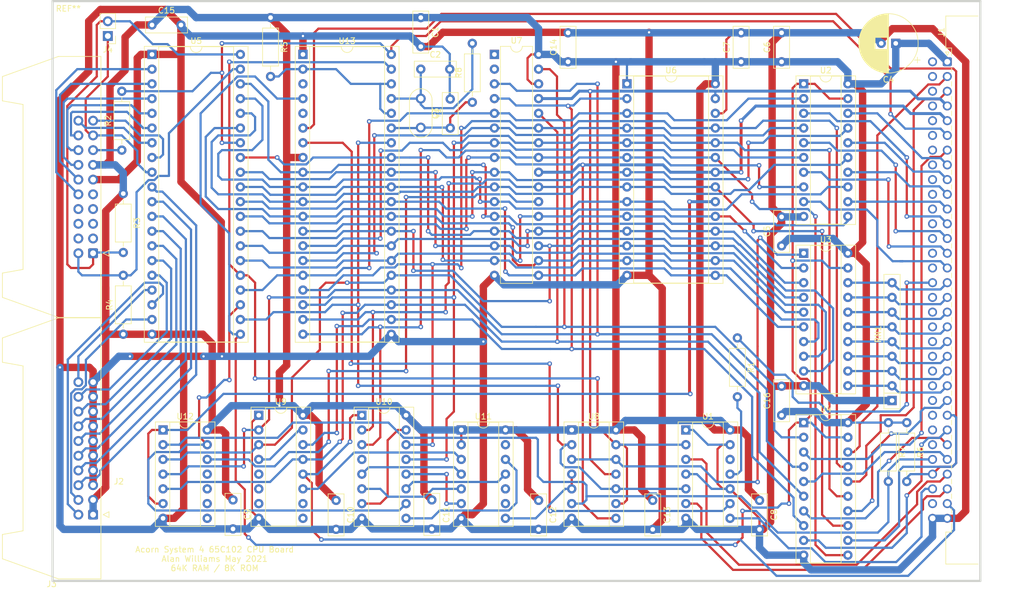
<source format=kicad_pcb>
(kicad_pcb (version 20171130) (host pcbnew "(5.1.10)-1")
  (layers (0 F.Cu signal) (31 B.Cu signal) (34 B.Paste user) (35 F.Paste user) (36 B.SilkS user) (37 F.SilkS user) (38 B.Mask user) (39 F.Mask user) (44 Edge.Cuts user))
  (net 0 "")
  (net 1 GND)
  (net 2 "Net-(C2-Pad1)")
  (net 3 "Net-(C3-Pad1)")
  (net 4 VCC)
  (net 5 "Net-(J1-Padb31)")
  (net 6 /eurocard/BSYNC)
  (net 7 NMI)
  (net 8 NIRQ)
  (net 9 "Net-(J1-Padb27)")
  (net 10 "Net-(J1-Padb26)")
  (net 11 "Net-(J1-Padb25)")
  (net 12 "Net-(J1-Padb24)")
  (net 13 "Net-(J1-Padb23)")
  (net 14 "Net-(J1-Padb22)")
  (net 15 "Net-(J1-Padb21)")
  (net 16 "Net-(J1-Padb20)")
  (net 17 "Net-(J1-Padb19)")
  (net 18 "Net-(J1-Padb18)")
  (net 19 "Net-(J1-Padb17)")
  (net 20 /eurocard/B4MHZ)
  (net 21 "Net-(J1-Padb15)")
  (net 22 "Net-(J1-Padb14)")
  (net 23 "Net-(J1-Padb13)")
  (net 24 "Net-(J1-Padb12)")
  (net 25 "Net-(J1-Padb11)")
  (net 26 "Net-(J1-Padb10)")
  (net 27 "Net-(J1-Padb9)")
  (net 28 "Net-(J1-Padb8)")
  (net 29 "Net-(J1-Padb7)")
  (net 30 "Net-(J1-Padb6)")
  (net 31 "Net-(J1-Padb5)")
  (net 32 "Net-(J1-Padb4)")
  (net 33 "Net-(J1-Padb3)")
  (net 34 "Net-(J1-Padb2)")
  (net 35 "Net-(J1-Padb1)")
  (net 36 NBLK0)
  (net 37 /eurocard/BRNW)
  (net 38 /eurocard/BPHI2)
  (net 39 /eurocard/BA9)
  (net 40 /eurocard/BA10)
  (net 41 /eurocard/BA11)
  (net 42 /eurocard/BA12)
  (net 43 /eurocard/BA13)
  (net 44 /eurocard/BD0)
  (net 45 /eurocard/BD1)
  (net 46 /eurocard/BD2)
  (net 47 /eurocard/BD3)
  (net 48 /eurocard/BD4)
  (net 49 /eurocard/BD5)
  (net 50 /eurocard/BD6)
  (net 51 /eurocard/BD7)
  (net 52 /eurocard/BA0)
  (net 53 /eurocard/BA1)
  (net 54 /eurocard/BA2)
  (net 55 /eurocard/BA3)
  (net 56 /eurocard/BA4)
  (net 57 /eurocard/BA5)
  (net 58 /eurocard/BA6)
  (net 59 /eurocard/BA7)
  (net 60 /eurocard/BA8)
  (net 61 NRST)
  (net 62 NRDS)
  (net 63 NWDS)
  (net 64 /eurocard/BA14)
  (net 65 /eurocard/BA15)
  (net 66 PA5)
  (net 67 PA4)
  (net 68 PA3)
  (net 69 PA2)
  (net 70 PA1)
  (net 71 PA0)
  (net 72 "Net-(J2-Pad8)")
  (net 73 "Net-(J2-Pad6)")
  (net 74 "Net-(J2-Pad4)")
  (net 75 CA2)
  (net 76 PA6)
  (net 77 PA7)
  (net 78 "Net-(J2-Pad15)")
  (net 79 "Net-(J2-Pad9)")
  (net 80 "Net-(J2-Pad7)")
  (net 81 "Net-(J2-Pad5)")
  (net 82 "Net-(J2-Pad3)")
  (net 83 CA1)
  (net 84 PB7)
  (net 85 PB6)
  (net 86 PB5)
  (net 87 PB4)
  (net 88 PB3)
  (net 89 PB2)
  (net 90 PB1)
  (net 91 CB2)
  (net 92 CB1)
  (net 93 "Net-(R1-Pad2)")
  (net 94 "Net-(R5-Pad2)")
  (net 95 "Net-(U1-Pad12)")
  (net 96 RNW)
  (net 97 SYNC)
  (net 98 PHI2)
  (net 99 NOB)
  (net 100 A4)
  (net 101 A0)
  (net 102 A5)
  (net 103 A1)
  (net 104 A6)
  (net 105 A2)
  (net 106 A7)
  (net 107 A3)
  (net 108 D0)
  (net 109 D1)
  (net 110 D2)
  (net 111 D3)
  (net 112 D4)
  (net 113 D5)
  (net 114 D6)
  (net 115 D7)
  (net 116 A12)
  (net 117 A8)
  (net 118 A13)
  (net 119 A9)
  (net 120 A14)
  (net 121 A10)
  (net 122 A15)
  (net 123 A11)
  (net 124 PB0)
  (net 125 NVIA)
  (net 126 NBLKEF)
  (net 127 NRAMCS)
  (net 128 "Net-(U7-Pad2)")
  (net 129 "Net-(U7-Pad1)")
  (net 130 "Net-(U11-Pad8)")
  (net 131 "Net-(U9-Pad15)")
  (net 132 "Net-(U9-Pad7)")
  (net 133 "Net-(U9-Pad6)")
  (net 134 "Net-(U9-Pad5)")
  (net 135 NBLK1)
  (net 136 "Net-(U9-Pad10)")
  (net 137 "Net-(U9-Pad9)")
  (net 138 "Net-(U10-Pad15)")
  (net 139 "Net-(U10-Pad6)")
  (net 140 "Net-(U10-Pad5)")
  (net 141 "Net-(U10-Pad12)")
  (net 142 "Net-(U10-Pad4)")
  (net 143 "Net-(U10-Pad11)")
  (net 144 "Net-(U10-Pad9)")
  (net 145 "Net-(U13-Pad5)")
  (net 146 "Net-(U13-Pad3)")
  (net 147 WNR)
  (module modules:EuroBoard160mmX100mm_holes_dom (layer F.Cu) (at 64.135 139.7)
    (fp_text reference REF** (at 2.7178 -98.7044) (layer F.SilkS))
    (fp_text value EuroBoard160mmX100mm_holes)
    (fp_line (start 160 -100) (end 0 -100) (layer Edge.Cuts) (width 0.38))
    (fp_line (start 160 0) (end 160 -100) (layer Edge.Cuts) (width 0.38))
    (fp_line (start 0 0) (end 160 0) (layer Edge.Cuts) (width 0.38))
    (fp_line (start 0 -100) (end 0 0) (layer Edge.Cuts) (width 0.38))
    (pad "" np_thru_hole circle (at 2.84 -94.36) (size 2.7 2.7) (drill 2.7) (layers *.Cu *.Mask))
    (pad "" np_thru_hole circle (at 2.84 -5.64) (size 2.7 2.7) (drill 2.7) (layers *.Cu *.Mask))
  )
  (module Resistor_THT:R_Axial_DIN0207_L6.3mm_D2.5mm_P10.16mm_Horizontal (layer F.Cu) (at 136.525 57.15 90)
    (fp_text reference R8 (at 5.08 -2.37 90) (layer F.SilkS))
    (fp_text value 4M7)
    (pad 2 thru_hole oval (at 10.16 0 90) (size 1.6 1.6) (drill 0.8) (layers *.Cu *.Mask) (net 2 "Net-(C2-Pad1)"))
    (pad 1 thru_hole circle (at 0 0 90) (size 1.6 1.6) (drill 0.8) (layers *.Cu *.Mask) (net 3 "Net-(C3-Pad1)"))
  )
  (module Package_DIP:DIP-40_W15.24mm_Socket (layer F.Cu) (at 81.28 48.895)
    (fp_text reference U5 (at 7.62 -2.33) (layer F.SilkS))
    (fp_text value 6522)
    (pad 40 thru_hole oval (at 15.24 0) (size 1.6 1.6) (drill 0.8) (layers *.Cu *.Mask) (net 83 CA1))
    (pad 20 thru_hole oval (at 0 48.26) (size 1.6 1.6) (drill 0.8) (layers *.Cu *.Mask) (net 4 VCC))
    (pad 39 thru_hole oval (at 15.24 2.54) (size 1.6 1.6) (drill 0.8) (layers *.Cu *.Mask) (net 75 CA2))
    (pad 19 thru_hole oval (at 0 45.72) (size 1.6 1.6) (drill 0.8) (layers *.Cu *.Mask) (net 91 CB2))
    (pad 38 thru_hole oval (at 15.24 5.08) (size 1.6 1.6) (drill 0.8) (layers *.Cu *.Mask) (net 101 A0))
    (pad 18 thru_hole oval (at 0 43.18) (size 1.6 1.6) (drill 0.8) (layers *.Cu *.Mask) (net 92 CB1))
    (pad 37 thru_hole oval (at 15.24 7.62) (size 1.6 1.6) (drill 0.8) (layers *.Cu *.Mask) (net 103 A1))
    (pad 17 thru_hole oval (at 0 40.64) (size 1.6 1.6) (drill 0.8) (layers *.Cu *.Mask) (net 84 PB7))
    (pad 36 thru_hole oval (at 15.24 10.16) (size 1.6 1.6) (drill 0.8) (layers *.Cu *.Mask) (net 105 A2))
    (pad 16 thru_hole oval (at 0 38.1) (size 1.6 1.6) (drill 0.8) (layers *.Cu *.Mask) (net 85 PB6))
    (pad 35 thru_hole oval (at 15.24 12.7) (size 1.6 1.6) (drill 0.8) (layers *.Cu *.Mask) (net 107 A3))
    (pad 15 thru_hole oval (at 0 35.56) (size 1.6 1.6) (drill 0.8) (layers *.Cu *.Mask) (net 86 PB5))
    (pad 34 thru_hole oval (at 15.24 15.24) (size 1.6 1.6) (drill 0.8) (layers *.Cu *.Mask) (net 61 NRST))
    (pad 14 thru_hole oval (at 0 33.02) (size 1.6 1.6) (drill 0.8) (layers *.Cu *.Mask) (net 87 PB4))
    (pad 33 thru_hole oval (at 15.24 17.78) (size 1.6 1.6) (drill 0.8) (layers *.Cu *.Mask) (net 108 D0))
    (pad 13 thru_hole oval (at 0 30.48) (size 1.6 1.6) (drill 0.8) (layers *.Cu *.Mask) (net 88 PB3))
    (pad 32 thru_hole oval (at 15.24 20.32) (size 1.6 1.6) (drill 0.8) (layers *.Cu *.Mask) (net 109 D1))
    (pad 12 thru_hole oval (at 0 27.94) (size 1.6 1.6) (drill 0.8) (layers *.Cu *.Mask) (net 89 PB2))
    (pad 31 thru_hole oval (at 15.24 22.86) (size 1.6 1.6) (drill 0.8) (layers *.Cu *.Mask) (net 110 D2))
    (pad 11 thru_hole oval (at 0 25.4) (size 1.6 1.6) (drill 0.8) (layers *.Cu *.Mask) (net 90 PB1))
    (pad 30 thru_hole oval (at 15.24 25.4) (size 1.6 1.6) (drill 0.8) (layers *.Cu *.Mask) (net 111 D3))
    (pad 10 thru_hole oval (at 0 22.86) (size 1.6 1.6) (drill 0.8) (layers *.Cu *.Mask) (net 124 PB0))
    (pad 29 thru_hole oval (at 15.24 27.94) (size 1.6 1.6) (drill 0.8) (layers *.Cu *.Mask) (net 112 D4))
    (pad 9 thru_hole oval (at 0 20.32) (size 1.6 1.6) (drill 0.8) (layers *.Cu *.Mask) (net 77 PA7))
    (pad 28 thru_hole oval (at 15.24 30.48) (size 1.6 1.6) (drill 0.8) (layers *.Cu *.Mask) (net 113 D5))
    (pad 8 thru_hole oval (at 0 17.78) (size 1.6 1.6) (drill 0.8) (layers *.Cu *.Mask) (net 76 PA6))
    (pad 27 thru_hole oval (at 15.24 33.02) (size 1.6 1.6) (drill 0.8) (layers *.Cu *.Mask) (net 114 D6))
    (pad 7 thru_hole oval (at 0 15.24) (size 1.6 1.6) (drill 0.8) (layers *.Cu *.Mask) (net 66 PA5))
    (pad 26 thru_hole oval (at 15.24 35.56) (size 1.6 1.6) (drill 0.8) (layers *.Cu *.Mask) (net 115 D7))
    (pad 6 thru_hole oval (at 0 12.7) (size 1.6 1.6) (drill 0.8) (layers *.Cu *.Mask) (net 67 PA4))
    (pad 25 thru_hole oval (at 15.24 38.1) (size 1.6 1.6) (drill 0.8) (layers *.Cu *.Mask) (net 98 PHI2))
    (pad 5 thru_hole oval (at 0 10.16) (size 1.6 1.6) (drill 0.8) (layers *.Cu *.Mask) (net 68 PA3))
    (pad 24 thru_hole oval (at 15.24 40.64) (size 1.6 1.6) (drill 0.8) (layers *.Cu *.Mask) (net 106 A7))
    (pad 4 thru_hole oval (at 0 7.62) (size 1.6 1.6) (drill 0.8) (layers *.Cu *.Mask) (net 69 PA2))
    (pad 23 thru_hole oval (at 15.24 43.18) (size 1.6 1.6) (drill 0.8) (layers *.Cu *.Mask) (net 125 NVIA))
    (pad 3 thru_hole oval (at 0 5.08) (size 1.6 1.6) (drill 0.8) (layers *.Cu *.Mask) (net 70 PA1))
    (pad 22 thru_hole oval (at 15.24 45.72) (size 1.6 1.6) (drill 0.8) (layers *.Cu *.Mask) (net 96 RNW))
    (pad 2 thru_hole oval (at 0 2.54) (size 1.6 1.6) (drill 0.8) (layers *.Cu *.Mask) (net 71 PA0))
    (pad 21 thru_hole oval (at 15.24 48.26) (size 1.6 1.6) (drill 0.8) (layers *.Cu *.Mask) (net 8 NIRQ))
    (pad 1 thru_hole rect (at 0 0) (size 1.6 1.6) (drill 0.8) (layers *.Cu *.Mask) (net 1 GND))
  )
  (module Connector_IDC:IDC-Header_2x10_P2.54mm_Latch_Horizontal (layer F.Cu) (at 71.12 128.27 180)
    (fp_text reference J3 (at 7.145 -11.97) (layer F.SilkS))
    (fp_text value USERport)
    (pad 20 thru_hole circle (at 2.54 22.86 180) (size 1.7 1.7) (drill 1) (layers *.Cu *.Mask) (net 84 PB7))
    (pad 18 thru_hole circle (at 2.54 20.32 180) (size 1.7 1.7) (drill 1) (layers *.Cu *.Mask) (net 85 PB6))
    (pad 16 thru_hole circle (at 2.54 17.78 180) (size 1.7 1.7) (drill 1) (layers *.Cu *.Mask) (net 86 PB5))
    (pad 14 thru_hole circle (at 2.54 15.24 180) (size 1.7 1.7) (drill 1) (layers *.Cu *.Mask) (net 87 PB4))
    (pad 12 thru_hole circle (at 2.54 12.7 180) (size 1.7 1.7) (drill 1) (layers *.Cu *.Mask) (net 88 PB3))
    (pad 10 thru_hole circle (at 2.54 10.16 180) (size 1.7 1.7) (drill 1) (layers *.Cu *.Mask) (net 89 PB2))
    (pad 8 thru_hole circle (at 2.54 7.62 180) (size 1.7 1.7) (drill 1) (layers *.Cu *.Mask) (net 90 PB1))
    (pad 6 thru_hole circle (at 2.54 5.08 180) (size 1.7 1.7) (drill 1) (layers *.Cu *.Mask) (net 124 PB0))
    (pad 4 thru_hole circle (at 2.54 2.54 180) (size 1.7 1.7) (drill 1) (layers *.Cu *.Mask) (net 91 CB2))
    (pad 2 thru_hole circle (at 2.54 0 180) (size 1.7 1.7) (drill 1) (layers *.Cu *.Mask) (net 92 CB1))
    (pad 19 thru_hole circle (at 0 22.86 180) (size 1.7 1.7) (drill 1) (layers *.Cu *.Mask) (net 1 GND))
    (pad 17 thru_hole circle (at 0 20.32 180) (size 1.7 1.7) (drill 1) (layers *.Cu *.Mask) (net 1 GND))
    (pad 15 thru_hole circle (at 0 17.78 180) (size 1.7 1.7) (drill 1) (layers *.Cu *.Mask) (net 1 GND))
    (pad 13 thru_hole circle (at 0 15.24 180) (size 1.7 1.7) (drill 1) (layers *.Cu *.Mask) (net 1 GND))
    (pad 11 thru_hole circle (at 0 12.7 180) (size 1.7 1.7) (drill 1) (layers *.Cu *.Mask) (net 1 GND))
    (pad 9 thru_hole circle (at 0 10.16 180) (size 1.7 1.7) (drill 1) (layers *.Cu *.Mask) (net 1 GND))
    (pad 7 thru_hole circle (at 0 7.62 180) (size 1.7 1.7) (drill 1) (layers *.Cu *.Mask) (net 1 GND))
    (pad 5 thru_hole circle (at 0 5.08 180) (size 1.7 1.7) (drill 1) (layers *.Cu *.Mask) (net 1 GND))
    (pad 3 thru_hole circle (at 0 2.54 180) (size 1.7 1.7) (drill 1) (layers *.Cu *.Mask) (net 4 VCC))
    (pad 1 thru_hole roundrect (at 0 0 180) (size 1.7 1.7) (drill 1) (layers *.Cu *.Mask) (roundrect_rratio 0.1470588235294118) (net 4 VCC))
  )
  (module Connector_IDC:IDC-Header_2x10_P2.54mm_Latch_Horizontal (layer F.Cu) (at 71.12 83.185 180)
    (fp_text reference J2 (at -4.445 -39.37) (layer F.SilkS))
    (fp_text value Keyboard)
    (pad 20 thru_hole circle (at 2.54 22.86 180) (size 1.7 1.7) (drill 1) (layers *.Cu *.Mask) (net 66 PA5))
    (pad 18 thru_hole circle (at 2.54 20.32 180) (size 1.7 1.7) (drill 1) (layers *.Cu *.Mask) (net 67 PA4))
    (pad 16 thru_hole circle (at 2.54 17.78 180) (size 1.7 1.7) (drill 1) (layers *.Cu *.Mask) (net 68 PA3))
    (pad 14 thru_hole circle (at 2.54 15.24 180) (size 1.7 1.7) (drill 1) (layers *.Cu *.Mask) (net 69 PA2))
    (pad 12 thru_hole circle (at 2.54 12.7 180) (size 1.7 1.7) (drill 1) (layers *.Cu *.Mask) (net 70 PA1))
    (pad 10 thru_hole circle (at 2.54 10.16 180) (size 1.7 1.7) (drill 1) (layers *.Cu *.Mask) (net 71 PA0))
    (pad 8 thru_hole circle (at 2.54 7.62 180) (size 1.7 1.7) (drill 1) (layers *.Cu *.Mask) (net 72 "Net-(J2-Pad8)"))
    (pad 6 thru_hole circle (at 2.54 5.08 180) (size 1.7 1.7) (drill 1) (layers *.Cu *.Mask) (net 73 "Net-(J2-Pad6)"))
    (pad 4 thru_hole circle (at 2.54 2.54 180) (size 1.7 1.7) (drill 1) (layers *.Cu *.Mask) (net 74 "Net-(J2-Pad4)"))
    (pad 2 thru_hole circle (at 2.54 0 180) (size 1.7 1.7) (drill 1) (layers *.Cu *.Mask) (net 75 CA2))
    (pad 19 thru_hole circle (at 0 22.86 180) (size 1.7 1.7) (drill 1) (layers *.Cu *.Mask) (net 76 PA6))
    (pad 17 thru_hole circle (at 0 20.32 180) (size 1.7 1.7) (drill 1) (layers *.Cu *.Mask) (net 77 PA7))
    (pad 15 thru_hole circle (at 0 17.78 180) (size 1.7 1.7) (drill 1) (layers *.Cu *.Mask) (net 78 "Net-(J2-Pad15)"))
    (pad 13 thru_hole circle (at 0 15.24 180) (size 1.7 1.7) (drill 1) (layers *.Cu *.Mask) (net 4 VCC))
    (pad 11 thru_hole circle (at 0 12.7 180) (size 1.7 1.7) (drill 1) (layers *.Cu *.Mask) (net 1 GND))
    (pad 9 thru_hole circle (at 0 10.16 180) (size 1.7 1.7) (drill 1) (layers *.Cu *.Mask) (net 79 "Net-(J2-Pad9)"))
    (pad 7 thru_hole circle (at 0 7.62 180) (size 1.7 1.7) (drill 1) (layers *.Cu *.Mask) (net 80 "Net-(J2-Pad7)"))
    (pad 5 thru_hole circle (at 0 5.08 180) (size 1.7 1.7) (drill 1) (layers *.Cu *.Mask) (net 81 "Net-(J2-Pad5)"))
    (pad 3 thru_hole circle (at 0 2.54 180) (size 1.7 1.7) (drill 1) (layers *.Cu *.Mask) (net 82 "Net-(J2-Pad3)"))
    (pad 1 thru_hole roundrect (at 0 0 180) (size 1.7 1.7) (drill 1) (layers *.Cu *.Mask) (roundrect_rratio 0.1470588235294118) (net 83 CA1))
  )
  (module Package_DIP:DIP-40_W15.24mm_Socket (layer F.Cu) (at 107.315 48.895)
    (fp_text reference U13 (at 7.62 -2.33) (layer F.SilkS))
    (fp_text value 65C102)
    (pad 40 thru_hole oval (at 15.24 0) (size 1.6 1.6) (drill 0.8) (layers *.Cu *.Mask) (net 61 NRST))
    (pad 20 thru_hole oval (at 0 48.26) (size 1.6 1.6) (drill 0.8) (layers *.Cu *.Mask) (net 123 A11))
    (pad 39 thru_hole oval (at 15.24 2.54) (size 1.6 1.6) (drill 0.8) (layers *.Cu *.Mask) (net 98 PHI2))
    (pad 19 thru_hole oval (at 0 45.72) (size 1.6 1.6) (drill 0.8) (layers *.Cu *.Mask) (net 121 A10))
    (pad 38 thru_hole oval (at 15.24 5.08) (size 1.6 1.6) (drill 0.8) (layers *.Cu *.Mask) (net 94 "Net-(R5-Pad2)"))
    (pad 18 thru_hole oval (at 0 43.18) (size 1.6 1.6) (drill 0.8) (layers *.Cu *.Mask) (net 119 A9))
    (pad 37 thru_hole oval (at 15.24 7.62) (size 1.6 1.6) (drill 0.8) (layers *.Cu *.Mask) (net 2 "Net-(C2-Pad1)"))
    (pad 17 thru_hole oval (at 0 40.64) (size 1.6 1.6) (drill 0.8) (layers *.Cu *.Mask) (net 117 A8))
    (pad 36 thru_hole oval (at 15.24 10.16) (size 1.6 1.6) (drill 0.8) (layers *.Cu *.Mask) (net 94 "Net-(R5-Pad2)"))
    (pad 16 thru_hole oval (at 0 38.1) (size 1.6 1.6) (drill 0.8) (layers *.Cu *.Mask) (net 106 A7))
    (pad 35 thru_hole oval (at 15.24 12.7) (size 1.6 1.6) (drill 0.8) (layers *.Cu *.Mask) (net 3 "Net-(C3-Pad1)"))
    (pad 15 thru_hole oval (at 0 35.56) (size 1.6 1.6) (drill 0.8) (layers *.Cu *.Mask) (net 104 A6))
    (pad 34 thru_hole oval (at 15.24 15.24) (size 1.6 1.6) (drill 0.8) (layers *.Cu *.Mask) (net 96 RNW))
    (pad 14 thru_hole oval (at 0 33.02) (size 1.6 1.6) (drill 0.8) (layers *.Cu *.Mask) (net 102 A5))
    (pad 33 thru_hole oval (at 15.24 17.78) (size 1.6 1.6) (drill 0.8) (layers *.Cu *.Mask) (net 108 D0))
    (pad 13 thru_hole oval (at 0 30.48) (size 1.6 1.6) (drill 0.8) (layers *.Cu *.Mask) (net 100 A4))
    (pad 32 thru_hole oval (at 15.24 20.32) (size 1.6 1.6) (drill 0.8) (layers *.Cu *.Mask) (net 109 D1))
    (pad 12 thru_hole oval (at 0 27.94) (size 1.6 1.6) (drill 0.8) (layers *.Cu *.Mask) (net 107 A3))
    (pad 31 thru_hole oval (at 15.24 22.86) (size 1.6 1.6) (drill 0.8) (layers *.Cu *.Mask) (net 110 D2))
    (pad 11 thru_hole oval (at 0 25.4) (size 1.6 1.6) (drill 0.8) (layers *.Cu *.Mask) (net 105 A2))
    (pad 30 thru_hole oval (at 15.24 25.4) (size 1.6 1.6) (drill 0.8) (layers *.Cu *.Mask) (net 111 D3))
    (pad 10 thru_hole oval (at 0 22.86) (size 1.6 1.6) (drill 0.8) (layers *.Cu *.Mask) (net 103 A1))
    (pad 29 thru_hole oval (at 15.24 27.94) (size 1.6 1.6) (drill 0.8) (layers *.Cu *.Mask) (net 112 D4))
    (pad 9 thru_hole oval (at 0 20.32) (size 1.6 1.6) (drill 0.8) (layers *.Cu *.Mask) (net 101 A0))
    (pad 28 thru_hole oval (at 15.24 30.48) (size 1.6 1.6) (drill 0.8) (layers *.Cu *.Mask) (net 113 D5))
    (pad 8 thru_hole oval (at 0 17.78) (size 1.6 1.6) (drill 0.8) (layers *.Cu *.Mask) (net 4 VCC))
    (pad 27 thru_hole oval (at 15.24 33.02) (size 1.6 1.6) (drill 0.8) (layers *.Cu *.Mask) (net 114 D6))
    (pad 7 thru_hole oval (at 0 15.24) (size 1.6 1.6) (drill 0.8) (layers *.Cu *.Mask) (net 97 SYNC))
    (pad 26 thru_hole oval (at 15.24 35.56) (size 1.6 1.6) (drill 0.8) (layers *.Cu *.Mask) (net 115 D7))
    (pad 6 thru_hole oval (at 0 12.7) (size 1.6 1.6) (drill 0.8) (layers *.Cu *.Mask) (net 7 NMI))
    (pad 25 thru_hole oval (at 15.24 38.1) (size 1.6 1.6) (drill 0.8) (layers *.Cu *.Mask) (net 122 A15))
    (pad 5 thru_hole oval (at 0 10.16) (size 1.6 1.6) (drill 0.8) (layers *.Cu *.Mask) (net 145 "Net-(U13-Pad5)"))
    (pad 24 thru_hole oval (at 15.24 40.64) (size 1.6 1.6) (drill 0.8) (layers *.Cu *.Mask) (net 120 A14))
    (pad 4 thru_hole oval (at 0 7.62) (size 1.6 1.6) (drill 0.8) (layers *.Cu *.Mask) (net 8 NIRQ))
    (pad 23 thru_hole oval (at 15.24 43.18) (size 1.6 1.6) (drill 0.8) (layers *.Cu *.Mask) (net 118 A13))
    (pad 3 thru_hole oval (at 0 5.08) (size 1.6 1.6) (drill 0.8) (layers *.Cu *.Mask) (net 146 "Net-(U13-Pad3)"))
    (pad 22 thru_hole oval (at 15.24 45.72) (size 1.6 1.6) (drill 0.8) (layers *.Cu *.Mask) (net 116 A12))
    (pad 2 thru_hole oval (at 0 2.54) (size 1.6 1.6) (drill 0.8) (layers *.Cu *.Mask) (net 94 "Net-(R5-Pad2)"))
    (pad 21 thru_hole oval (at 15.24 48.26) (size 1.6 1.6) (drill 0.8) (layers *.Cu *.Mask) (net 1 GND))
    (pad 1 thru_hole rect (at 0 0) (size 1.6 1.6) (drill 0.8) (layers *.Cu *.Mask) (net 1 GND))
  )
  (module Package_DIP:DIP-14_W7.62mm_Socket (layer F.Cu) (at 83.185 113.665)
    (fp_text reference U12 (at 3.81 -2.33) (layer F.SilkS))
    (fp_text value 74LS11)
    (pad 14 thru_hole oval (at 7.62 0) (size 1.6 1.6) (drill 0.8) (layers *.Cu *.Mask) (net 4 VCC))
    (pad 7 thru_hole oval (at 0 15.24) (size 1.6 1.6) (drill 0.8) (layers *.Cu *.Mask) (net 1 GND))
    (pad 13 thru_hole oval (at 7.62 2.54) (size 1.6 1.6) (drill 0.8) (layers *.Cu *.Mask) (net 125 NVIA))
    (pad 6 thru_hole oval (at 0 12.7) (size 1.6 1.6) (drill 0.8) (layers *.Cu *.Mask) (net 126 NBLKEF))
    (pad 12 thru_hole oval (at 7.62 5.08) (size 1.6 1.6) (drill 0.8) (layers *.Cu *.Mask) (net 127 NRAMCS))
    (pad 5 thru_hole oval (at 0 10.16) (size 1.6 1.6) (drill 0.8) (layers *.Cu *.Mask) (net 118 A13))
    (pad 11 thru_hole oval (at 7.62 7.62) (size 1.6 1.6) (drill 0.8) (layers *.Cu *.Mask))
    (pad 4 thru_hole oval (at 0 7.62) (size 1.6 1.6) (drill 0.8) (layers *.Cu *.Mask) (net 120 A14))
    (pad 10 thru_hole oval (at 7.62 10.16) (size 1.6 1.6) (drill 0.8) (layers *.Cu *.Mask))
    (pad 3 thru_hole oval (at 0 5.08) (size 1.6 1.6) (drill 0.8) (layers *.Cu *.Mask) (net 122 A15))
    (pad 9 thru_hole oval (at 7.62 12.7) (size 1.6 1.6) (drill 0.8) (layers *.Cu *.Mask))
    (pad 2 thru_hole oval (at 0 2.54) (size 1.6 1.6) (drill 0.8) (layers *.Cu *.Mask) (net 99 NOB))
    (pad 8 thru_hole oval (at 7.62 15.24) (size 1.6 1.6) (drill 0.8) (layers *.Cu *.Mask))
    (pad 1 thru_hole rect (at 0 0) (size 1.6 1.6) (drill 0.8) (layers *.Cu *.Mask) (net 126 NBLKEF))
  )
  (module Package_DIP:DIP-14_W7.62mm_Socket (layer F.Cu) (at 134.62 113.665)
    (fp_text reference U11 (at 3.81 -2.33) (layer F.SilkS))
    (fp_text value 74LS30)
    (pad 14 thru_hole oval (at 7.62 0) (size 1.6 1.6) (drill 0.8) (layers *.Cu *.Mask) (net 4 VCC))
    (pad 7 thru_hole oval (at 0 15.24) (size 1.6 1.6) (drill 0.8) (layers *.Cu *.Mask) (net 1 GND))
    (pad 13 thru_hole oval (at 7.62 2.54) (size 1.6 1.6) (drill 0.8) (layers *.Cu *.Mask))
    (pad 6 thru_hole oval (at 0 12.7) (size 1.6 1.6) (drill 0.8) (layers *.Cu *.Mask) (net 141 "Net-(U10-Pad12)"))
    (pad 12 thru_hole oval (at 7.62 5.08) (size 1.6 1.6) (drill 0.8) (layers *.Cu *.Mask) (net 144 "Net-(U10-Pad9)"))
    (pad 5 thru_hole oval (at 0 10.16) (size 1.6 1.6) (drill 0.8) (layers *.Cu *.Mask) (net 139 "Net-(U10-Pad6)"))
    (pad 11 thru_hole oval (at 7.62 7.62) (size 1.6 1.6) (drill 0.8) (layers *.Cu *.Mask) (net 143 "Net-(U10-Pad11)"))
    (pad 4 thru_hole oval (at 0 7.62) (size 1.6 1.6) (drill 0.8) (layers *.Cu *.Mask) (net 140 "Net-(U10-Pad5)"))
    (pad 10 thru_hole oval (at 7.62 10.16) (size 1.6 1.6) (drill 0.8) (layers *.Cu *.Mask))
    (pad 3 thru_hole oval (at 0 5.08) (size 1.6 1.6) (drill 0.8) (layers *.Cu *.Mask) (net 135 NBLK1))
    (pad 9 thru_hole oval (at 7.62 12.7) (size 1.6 1.6) (drill 0.8) (layers *.Cu *.Mask))
    (pad 2 thru_hole oval (at 0 2.54) (size 1.6 1.6) (drill 0.8) (layers *.Cu *.Mask) (net 4 VCC))
    (pad 8 thru_hole oval (at 7.62 15.24) (size 1.6 1.6) (drill 0.8) (layers *.Cu *.Mask) (net 130 "Net-(U11-Pad8)"))
    (pad 1 thru_hole rect (at 0 0) (size 1.6 1.6) (drill 0.8) (layers *.Cu *.Mask) (net 4 VCC))
  )
  (module Package_DIP:DIP-16_W7.62mm_Socket (layer F.Cu) (at 117.475 111.125)
    (fp_text reference U10 (at 3.81 -2.33) (layer F.SilkS))
    (fp_text value 74LS139)
    (pad 16 thru_hole oval (at 7.62 0) (size 1.6 1.6) (drill 0.8) (layers *.Cu *.Mask) (net 4 VCC))
    (pad 8 thru_hole oval (at 0 17.78) (size 1.6 1.6) (drill 0.8) (layers *.Cu *.Mask) (net 1 GND))
    (pad 15 thru_hole oval (at 7.62 2.54) (size 1.6 1.6) (drill 0.8) (layers *.Cu *.Mask) (net 138 "Net-(U10-Pad15)"))
    (pad 7 thru_hole oval (at 0 15.24) (size 1.6 1.6) (drill 0.8) (layers *.Cu *.Mask) (net 138 "Net-(U10-Pad15)"))
    (pad 14 thru_hole oval (at 7.62 5.08) (size 1.6 1.6) (drill 0.8) (layers *.Cu *.Mask) (net 117 A8))
    (pad 6 thru_hole oval (at 0 12.7) (size 1.6 1.6) (drill 0.8) (layers *.Cu *.Mask) (net 139 "Net-(U10-Pad6)"))
    (pad 13 thru_hole oval (at 7.62 7.62) (size 1.6 1.6) (drill 0.8) (layers *.Cu *.Mask) (net 119 A9))
    (pad 5 thru_hole oval (at 0 10.16) (size 1.6 1.6) (drill 0.8) (layers *.Cu *.Mask) (net 140 "Net-(U10-Pad5)"))
    (pad 12 thru_hole oval (at 7.62 10.16) (size 1.6 1.6) (drill 0.8) (layers *.Cu *.Mask) (net 141 "Net-(U10-Pad12)"))
    (pad 4 thru_hole oval (at 0 7.62) (size 1.6 1.6) (drill 0.8) (layers *.Cu *.Mask) (net 142 "Net-(U10-Pad4)"))
    (pad 11 thru_hole oval (at 7.62 12.7) (size 1.6 1.6) (drill 0.8) (layers *.Cu *.Mask) (net 143 "Net-(U10-Pad11)"))
    (pad 3 thru_hole oval (at 0 5.08) (size 1.6 1.6) (drill 0.8) (layers *.Cu *.Mask) (net 123 A11))
    (pad 10 thru_hole oval (at 7.62 15.24) (size 1.6 1.6) (drill 0.8) (layers *.Cu *.Mask) (net 125 NVIA))
    (pad 2 thru_hole oval (at 0 2.54) (size 1.6 1.6) (drill 0.8) (layers *.Cu *.Mask) (net 121 A10))
    (pad 9 thru_hole oval (at 7.62 17.78) (size 1.6 1.6) (drill 0.8) (layers *.Cu *.Mask) (net 144 "Net-(U10-Pad9)"))
    (pad 1 thru_hole rect (at 0 0) (size 1.6 1.6) (drill 0.8) (layers *.Cu *.Mask) (net 36 NBLK0))
  )
  (module Package_DIP:DIP-16_W7.62mm_Socket (layer F.Cu) (at 99.695 111.125)
    (fp_text reference U9 (at 3.81 -2.33) (layer F.SilkS))
    (fp_text value 74LS139)
    (pad 16 thru_hole oval (at 7.62 0) (size 1.6 1.6) (drill 0.8) (layers *.Cu *.Mask) (net 4 VCC))
    (pad 8 thru_hole oval (at 0 17.78) (size 1.6 1.6) (drill 0.8) (layers *.Cu *.Mask) (net 1 GND))
    (pad 15 thru_hole oval (at 7.62 2.54) (size 1.6 1.6) (drill 0.8) (layers *.Cu *.Mask) (net 131 "Net-(U9-Pad15)"))
    (pad 7 thru_hole oval (at 0 15.24) (size 1.6 1.6) (drill 0.8) (layers *.Cu *.Mask) (net 132 "Net-(U9-Pad7)"))
    (pad 14 thru_hole oval (at 7.62 5.08) (size 1.6 1.6) (drill 0.8) (layers *.Cu *.Mask) (net 116 A12))
    (pad 6 thru_hole oval (at 0 12.7) (size 1.6 1.6) (drill 0.8) (layers *.Cu *.Mask) (net 133 "Net-(U9-Pad6)"))
    (pad 13 thru_hole oval (at 7.62 7.62) (size 1.6 1.6) (drill 0.8) (layers *.Cu *.Mask) (net 118 A13))
    (pad 5 thru_hole oval (at 0 10.16) (size 1.6 1.6) (drill 0.8) (layers *.Cu *.Mask) (net 134 "Net-(U9-Pad5)"))
    (pad 12 thru_hole oval (at 7.62 10.16) (size 1.6 1.6) (drill 0.8) (layers *.Cu *.Mask) (net 36 NBLK0))
    (pad 4 thru_hole oval (at 0 7.62) (size 1.6 1.6) (drill 0.8) (layers *.Cu *.Mask) (net 131 "Net-(U9-Pad15)"))
    (pad 11 thru_hole oval (at 7.62 12.7) (size 1.6 1.6) (drill 0.8) (layers *.Cu *.Mask) (net 135 NBLK1))
    (pad 3 thru_hole oval (at 0 5.08) (size 1.6 1.6) (drill 0.8) (layers *.Cu *.Mask) (net 122 A15))
    (pad 10 thru_hole oval (at 7.62 15.24) (size 1.6 1.6) (drill 0.8) (layers *.Cu *.Mask) (net 136 "Net-(U9-Pad10)"))
    (pad 2 thru_hole oval (at 0 2.54) (size 1.6 1.6) (drill 0.8) (layers *.Cu *.Mask) (net 120 A14))
    (pad 9 thru_hole oval (at 7.62 17.78) (size 1.6 1.6) (drill 0.8) (layers *.Cu *.Mask) (net 137 "Net-(U9-Pad9)"))
    (pad 1 thru_hole rect (at 0 0) (size 1.6 1.6) (drill 0.8) (layers *.Cu *.Mask) (net 1 GND))
  )
  (module Package_DIP:DIP-14_W7.62mm_Socket (layer F.Cu) (at 153.67 113.665)
    (fp_text reference U8 (at 3.81 -2.33) (layer F.SilkS))
    (fp_text value 74LS00)
    (pad 14 thru_hole oval (at 7.62 0) (size 1.6 1.6) (drill 0.8) (layers *.Cu *.Mask) (net 4 VCC))
    (pad 7 thru_hole oval (at 0 15.24) (size 1.6 1.6) (drill 0.8) (layers *.Cu *.Mask) (net 1 GND))
    (pad 13 thru_hole oval (at 7.62 2.54) (size 1.6 1.6) (drill 0.8) (layers *.Cu *.Mask) (net 98 PHI2))
    (pad 6 thru_hole oval (at 0 12.7) (size 1.6 1.6) (drill 0.8) (layers *.Cu *.Mask) (net 99 NOB))
    (pad 12 thru_hole oval (at 7.62 5.08) (size 1.6 1.6) (drill 0.8) (layers *.Cu *.Mask) (net 147 WNR))
    (pad 5 thru_hole oval (at 0 10.16) (size 1.6 1.6) (drill 0.8) (layers *.Cu *.Mask) (net 130 "Net-(U11-Pad8)"))
    (pad 11 thru_hole oval (at 7.62 7.62) (size 1.6 1.6) (drill 0.8) (layers *.Cu *.Mask) (net 63 NWDS))
    (pad 4 thru_hole oval (at 0 7.62) (size 1.6 1.6) (drill 0.8) (layers *.Cu *.Mask) (net 130 "Net-(U11-Pad8)"))
    (pad 10 thru_hole oval (at 7.62 10.16) (size 1.6 1.6) (drill 0.8) (layers *.Cu *.Mask) (net 96 RNW))
    (pad 3 thru_hole oval (at 0 5.08) (size 1.6 1.6) (drill 0.8) (layers *.Cu *.Mask) (net 147 WNR))
    (pad 9 thru_hole oval (at 7.62 12.7) (size 1.6 1.6) (drill 0.8) (layers *.Cu *.Mask) (net 98 PHI2))
    (pad 2 thru_hole oval (at 0 2.54) (size 1.6 1.6) (drill 0.8) (layers *.Cu *.Mask) (net 96 RNW))
    (pad 8 thru_hole oval (at 7.62 15.24) (size 1.6 1.6) (drill 0.8) (layers *.Cu *.Mask) (net 62 NRDS))
    (pad 1 thru_hole rect (at 0 0) (size 1.6 1.6) (drill 0.8) (layers *.Cu *.Mask) (net 4 VCC))
  )
  (module Package_DIP:DIP-32_W7.62mm (layer F.Cu) (at 140.335 48.895)
    (fp_text reference U7 (at 3.81 -2.39) (layer F.SilkS))
    (fp_text value "W24512A     64K SRAM")
    (pad 32 thru_hole oval (at 7.62 0) (size 1.6 1.6) (drill 0.8) (layers *.Cu *.Mask) (net 4 VCC))
    (pad 16 thru_hole oval (at 0 38.1) (size 1.6 1.6) (drill 0.8) (layers *.Cu *.Mask) (net 1 GND))
    (pad 31 thru_hole oval (at 7.62 2.54) (size 1.6 1.6) (drill 0.8) (layers *.Cu *.Mask) (net 122 A15))
    (pad 15 thru_hole oval (at 0 35.56) (size 1.6 1.6) (drill 0.8) (layers *.Cu *.Mask) (net 110 D2))
    (pad 30 thru_hole oval (at 7.62 5.08) (size 1.6 1.6) (drill 0.8) (layers *.Cu *.Mask) (net 4 VCC))
    (pad 14 thru_hole oval (at 0 33.02) (size 1.6 1.6) (drill 0.8) (layers *.Cu *.Mask) (net 109 D1))
    (pad 29 thru_hole oval (at 7.62 7.62) (size 1.6 1.6) (drill 0.8) (layers *.Cu *.Mask) (net 63 NWDS))
    (pad 13 thru_hole oval (at 0 30.48) (size 1.6 1.6) (drill 0.8) (layers *.Cu *.Mask) (net 108 D0))
    (pad 28 thru_hole oval (at 7.62 10.16) (size 1.6 1.6) (drill 0.8) (layers *.Cu *.Mask) (net 118 A13))
    (pad 12 thru_hole oval (at 0 27.94) (size 1.6 1.6) (drill 0.8) (layers *.Cu *.Mask) (net 101 A0))
    (pad 27 thru_hole oval (at 7.62 12.7) (size 1.6 1.6) (drill 0.8) (layers *.Cu *.Mask) (net 117 A8))
    (pad 11 thru_hole oval (at 0 25.4) (size 1.6 1.6) (drill 0.8) (layers *.Cu *.Mask) (net 103 A1))
    (pad 26 thru_hole oval (at 7.62 15.24) (size 1.6 1.6) (drill 0.8) (layers *.Cu *.Mask) (net 119 A9))
    (pad 10 thru_hole oval (at 0 22.86) (size 1.6 1.6) (drill 0.8) (layers *.Cu *.Mask) (net 105 A2))
    (pad 25 thru_hole oval (at 7.62 17.78) (size 1.6 1.6) (drill 0.8) (layers *.Cu *.Mask) (net 123 A11))
    (pad 9 thru_hole oval (at 0 20.32) (size 1.6 1.6) (drill 0.8) (layers *.Cu *.Mask) (net 107 A3))
    (pad 24 thru_hole oval (at 7.62 20.32) (size 1.6 1.6) (drill 0.8) (layers *.Cu *.Mask) (net 62 NRDS))
    (pad 8 thru_hole oval (at 0 17.78) (size 1.6 1.6) (drill 0.8) (layers *.Cu *.Mask) (net 100 A4))
    (pad 23 thru_hole oval (at 7.62 22.86) (size 1.6 1.6) (drill 0.8) (layers *.Cu *.Mask) (net 121 A10))
    (pad 7 thru_hole oval (at 0 15.24) (size 1.6 1.6) (drill 0.8) (layers *.Cu *.Mask) (net 102 A5))
    (pad 22 thru_hole oval (at 7.62 25.4) (size 1.6 1.6) (drill 0.8) (layers *.Cu *.Mask) (net 127 NRAMCS))
    (pad 6 thru_hole oval (at 0 12.7) (size 1.6 1.6) (drill 0.8) (layers *.Cu *.Mask) (net 104 A6))
    (pad 21 thru_hole oval (at 7.62 27.94) (size 1.6 1.6) (drill 0.8) (layers *.Cu *.Mask) (net 115 D7))
    (pad 5 thru_hole oval (at 0 10.16) (size 1.6 1.6) (drill 0.8) (layers *.Cu *.Mask) (net 106 A7))
    (pad 20 thru_hole oval (at 7.62 30.48) (size 1.6 1.6) (drill 0.8) (layers *.Cu *.Mask) (net 114 D6))
    (pad 4 thru_hole oval (at 0 7.62) (size 1.6 1.6) (drill 0.8) (layers *.Cu *.Mask) (net 116 A12))
    (pad 19 thru_hole oval (at 7.62 33.02) (size 1.6 1.6) (drill 0.8) (layers *.Cu *.Mask) (net 113 D5))
    (pad 3 thru_hole oval (at 0 5.08) (size 1.6 1.6) (drill 0.8) (layers *.Cu *.Mask) (net 120 A14))
    (pad 18 thru_hole oval (at 7.62 35.56) (size 1.6 1.6) (drill 0.8) (layers *.Cu *.Mask) (net 112 D4))
    (pad 2 thru_hole oval (at 0 2.54) (size 1.6 1.6) (drill 0.8) (layers *.Cu *.Mask) (net 128 "Net-(U7-Pad2)"))
    (pad 17 thru_hole oval (at 7.62 38.1) (size 1.6 1.6) (drill 0.8) (layers *.Cu *.Mask) (net 111 D3))
    (pad 1 thru_hole rect (at 0 0) (size 1.6 1.6) (drill 0.8) (layers *.Cu *.Mask) (net 129 "Net-(U7-Pad1)"))
  )
  (module Package_DIP:DIP-20_W7.62mm_Socket (layer F.Cu) (at 193.675 112.395)
    (fp_text reference U4 (at 3.81 -2.33) (layer F.SilkS))
    (fp_text value 74LS244)
    (pad 20 thru_hole oval (at 7.62 0) (size 1.6 1.6) (drill 0.8) (layers *.Cu *.Mask) (net 4 VCC))
    (pad 10 thru_hole oval (at 0 22.86) (size 1.6 1.6) (drill 0.8) (layers *.Cu *.Mask) (net 1 GND))
    (pad 19 thru_hole oval (at 7.62 2.54) (size 1.6 1.6) (drill 0.8) (layers *.Cu *.Mask) (net 99 NOB))
    (pad 9 thru_hole oval (at 0 20.32) (size 1.6 1.6) (drill 0.8) (layers *.Cu *.Mask) (net 41 /eurocard/BA11))
    (pad 18 thru_hole oval (at 7.62 5.08) (size 1.6 1.6) (drill 0.8) (layers *.Cu *.Mask) (net 65 /eurocard/BA15))
    (pad 8 thru_hole oval (at 0 17.78) (size 1.6 1.6) (drill 0.8) (layers *.Cu *.Mask) (net 116 A12))
    (pad 17 thru_hole oval (at 7.62 7.62) (size 1.6 1.6) (drill 0.8) (layers *.Cu *.Mask) (net 117 A8))
    (pad 7 thru_hole oval (at 0 15.24) (size 1.6 1.6) (drill 0.8) (layers *.Cu *.Mask) (net 40 /eurocard/BA10))
    (pad 16 thru_hole oval (at 7.62 10.16) (size 1.6 1.6) (drill 0.8) (layers *.Cu *.Mask) (net 64 /eurocard/BA14))
    (pad 6 thru_hole oval (at 0 12.7) (size 1.6 1.6) (drill 0.8) (layers *.Cu *.Mask) (net 118 A13))
    (pad 15 thru_hole oval (at 7.62 12.7) (size 1.6 1.6) (drill 0.8) (layers *.Cu *.Mask) (net 119 A9))
    (pad 5 thru_hole oval (at 0 10.16) (size 1.6 1.6) (drill 0.8) (layers *.Cu *.Mask) (net 39 /eurocard/BA9))
    (pad 14 thru_hole oval (at 7.62 15.24) (size 1.6 1.6) (drill 0.8) (layers *.Cu *.Mask) (net 43 /eurocard/BA13))
    (pad 4 thru_hole oval (at 0 7.62) (size 1.6 1.6) (drill 0.8) (layers *.Cu *.Mask) (net 120 A14))
    (pad 13 thru_hole oval (at 7.62 17.78) (size 1.6 1.6) (drill 0.8) (layers *.Cu *.Mask) (net 121 A10))
    (pad 3 thru_hole oval (at 0 5.08) (size 1.6 1.6) (drill 0.8) (layers *.Cu *.Mask) (net 60 /eurocard/BA8))
    (pad 12 thru_hole oval (at 7.62 20.32) (size 1.6 1.6) (drill 0.8) (layers *.Cu *.Mask) (net 42 /eurocard/BA12))
    (pad 2 thru_hole oval (at 0 2.54) (size 1.6 1.6) (drill 0.8) (layers *.Cu *.Mask) (net 122 A15))
    (pad 11 thru_hole oval (at 7.62 22.86) (size 1.6 1.6) (drill 0.8) (layers *.Cu *.Mask) (net 123 A11))
    (pad 1 thru_hole rect (at 0 0) (size 1.6 1.6) (drill 0.8) (layers *.Cu *.Mask) (net 99 NOB))
  )
  (module Package_DIP:DIP-20_W7.62mm_Socket (layer F.Cu) (at 193.675 83.185)
    (fp_text reference U3 (at 3.81 -2.33) (layer F.SilkS))
    (fp_text value 74LS245)
    (pad 20 thru_hole oval (at 7.62 0) (size 1.6 1.6) (drill 0.8) (layers *.Cu *.Mask) (net 4 VCC))
    (pad 10 thru_hole oval (at 0 22.86) (size 1.6 1.6) (drill 0.8) (layers *.Cu *.Mask) (net 1 GND))
    (pad 19 thru_hole oval (at 7.62 2.54) (size 1.6 1.6) (drill 0.8) (layers *.Cu *.Mask) (net 99 NOB))
    (pad 9 thru_hole oval (at 0 20.32) (size 1.6 1.6) (drill 0.8) (layers *.Cu *.Mask) (net 108 D0))
    (pad 18 thru_hole oval (at 7.62 5.08) (size 1.6 1.6) (drill 0.8) (layers *.Cu *.Mask) (net 51 /eurocard/BD7))
    (pad 8 thru_hole oval (at 0 17.78) (size 1.6 1.6) (drill 0.8) (layers *.Cu *.Mask) (net 109 D1))
    (pad 17 thru_hole oval (at 7.62 7.62) (size 1.6 1.6) (drill 0.8) (layers *.Cu *.Mask) (net 50 /eurocard/BD6))
    (pad 7 thru_hole oval (at 0 15.24) (size 1.6 1.6) (drill 0.8) (layers *.Cu *.Mask) (net 110 D2))
    (pad 16 thru_hole oval (at 7.62 10.16) (size 1.6 1.6) (drill 0.8) (layers *.Cu *.Mask) (net 49 /eurocard/BD5))
    (pad 6 thru_hole oval (at 0 12.7) (size 1.6 1.6) (drill 0.8) (layers *.Cu *.Mask) (net 111 D3))
    (pad 15 thru_hole oval (at 7.62 12.7) (size 1.6 1.6) (drill 0.8) (layers *.Cu *.Mask) (net 48 /eurocard/BD4))
    (pad 5 thru_hole oval (at 0 10.16) (size 1.6 1.6) (drill 0.8) (layers *.Cu *.Mask) (net 112 D4))
    (pad 14 thru_hole oval (at 7.62 15.24) (size 1.6 1.6) (drill 0.8) (layers *.Cu *.Mask) (net 47 /eurocard/BD3))
    (pad 4 thru_hole oval (at 0 7.62) (size 1.6 1.6) (drill 0.8) (layers *.Cu *.Mask) (net 113 D5))
    (pad 13 thru_hole oval (at 7.62 17.78) (size 1.6 1.6) (drill 0.8) (layers *.Cu *.Mask) (net 46 /eurocard/BD2))
    (pad 3 thru_hole oval (at 0 5.08) (size 1.6 1.6) (drill 0.8) (layers *.Cu *.Mask) (net 114 D6))
    (pad 12 thru_hole oval (at 7.62 20.32) (size 1.6 1.6) (drill 0.8) (layers *.Cu *.Mask) (net 45 /eurocard/BD1))
    (pad 2 thru_hole oval (at 0 2.54) (size 1.6 1.6) (drill 0.8) (layers *.Cu *.Mask) (net 115 D7))
    (pad 11 thru_hole oval (at 7.62 22.86) (size 1.6 1.6) (drill 0.8) (layers *.Cu *.Mask) (net 44 /eurocard/BD0))
    (pad 1 thru_hole rect (at 0 0) (size 1.6 1.6) (drill 0.8) (layers *.Cu *.Mask) (net 147 WNR))
  )
  (module Package_DIP:DIP-20_W7.62mm_Socket (layer F.Cu) (at 193.675 53.975)
    (fp_text reference U2 (at 3.81 -2.33) (layer F.SilkS))
    (fp_text value 74LS244)
    (pad 20 thru_hole oval (at 7.62 0) (size 1.6 1.6) (drill 0.8) (layers *.Cu *.Mask) (net 4 VCC))
    (pad 10 thru_hole oval (at 0 22.86) (size 1.6 1.6) (drill 0.8) (layers *.Cu *.Mask) (net 1 GND))
    (pad 19 thru_hole oval (at 7.62 2.54) (size 1.6 1.6) (drill 0.8) (layers *.Cu *.Mask) (net 99 NOB))
    (pad 9 thru_hole oval (at 0 20.32) (size 1.6 1.6) (drill 0.8) (layers *.Cu *.Mask) (net 52 /eurocard/BA0))
    (pad 18 thru_hole oval (at 7.62 5.08) (size 1.6 1.6) (drill 0.8) (layers *.Cu *.Mask) (net 59 /eurocard/BA7))
    (pad 8 thru_hole oval (at 0 17.78) (size 1.6 1.6) (drill 0.8) (layers *.Cu *.Mask) (net 100 A4))
    (pad 17 thru_hole oval (at 7.62 7.62) (size 1.6 1.6) (drill 0.8) (layers *.Cu *.Mask) (net 107 A3))
    (pad 7 thru_hole oval (at 0 15.24) (size 1.6 1.6) (drill 0.8) (layers *.Cu *.Mask) (net 53 /eurocard/BA1))
    (pad 16 thru_hole oval (at 7.62 10.16) (size 1.6 1.6) (drill 0.8) (layers *.Cu *.Mask) (net 58 /eurocard/BA6))
    (pad 6 thru_hole oval (at 0 12.7) (size 1.6 1.6) (drill 0.8) (layers *.Cu *.Mask) (net 102 A5))
    (pad 15 thru_hole oval (at 7.62 12.7) (size 1.6 1.6) (drill 0.8) (layers *.Cu *.Mask) (net 105 A2))
    (pad 5 thru_hole oval (at 0 10.16) (size 1.6 1.6) (drill 0.8) (layers *.Cu *.Mask) (net 54 /eurocard/BA2))
    (pad 14 thru_hole oval (at 7.62 15.24) (size 1.6 1.6) (drill 0.8) (layers *.Cu *.Mask) (net 57 /eurocard/BA5))
    (pad 4 thru_hole oval (at 0 7.62) (size 1.6 1.6) (drill 0.8) (layers *.Cu *.Mask) (net 104 A6))
    (pad 13 thru_hole oval (at 7.62 17.78) (size 1.6 1.6) (drill 0.8) (layers *.Cu *.Mask) (net 103 A1))
    (pad 3 thru_hole oval (at 0 5.08) (size 1.6 1.6) (drill 0.8) (layers *.Cu *.Mask) (net 55 /eurocard/BA3))
    (pad 12 thru_hole oval (at 7.62 20.32) (size 1.6 1.6) (drill 0.8) (layers *.Cu *.Mask) (net 56 /eurocard/BA4))
    (pad 2 thru_hole oval (at 0 2.54) (size 1.6 1.6) (drill 0.8) (layers *.Cu *.Mask) (net 106 A7))
    (pad 11 thru_hole oval (at 7.62 22.86) (size 1.6 1.6) (drill 0.8) (layers *.Cu *.Mask) (net 101 A0))
    (pad 1 thru_hole rect (at 0 0) (size 1.6 1.6) (drill 0.8) (layers *.Cu *.Mask) (net 99 NOB))
  )
  (module Package_DIP:DIP-14_W7.62mm_Socket (layer F.Cu) (at 173.355 113.665)
    (fp_text reference U1 (at 3.81 -2.33) (layer F.SilkS))
    (fp_text value 74LS125)
    (pad 14 thru_hole oval (at 7.62 0) (size 1.6 1.6) (drill 0.8) (layers *.Cu *.Mask) (net 4 VCC))
    (pad 7 thru_hole oval (at 0 15.24) (size 1.6 1.6) (drill 0.8) (layers *.Cu *.Mask) (net 1 GND))
    (pad 13 thru_hole oval (at 7.62 2.54) (size 1.6 1.6) (drill 0.8) (layers *.Cu *.Mask) (net 1 GND))
    (pad 6 thru_hole oval (at 0 12.7) (size 1.6 1.6) (drill 0.8) (layers *.Cu *.Mask) (net 37 /eurocard/BRNW))
    (pad 12 thru_hole oval (at 7.62 5.08) (size 1.6 1.6) (drill 0.8) (layers *.Cu *.Mask) (net 95 "Net-(U1-Pad12)"))
    (pad 5 thru_hole oval (at 0 10.16) (size 1.6 1.6) (drill 0.8) (layers *.Cu *.Mask) (net 96 RNW))
    (pad 11 thru_hole oval (at 7.62 7.62) (size 1.6 1.6) (drill 0.8) (layers *.Cu *.Mask) (net 93 "Net-(R1-Pad2)"))
    (pad 4 thru_hole oval (at 0 7.62) (size 1.6 1.6) (drill 0.8) (layers *.Cu *.Mask) (net 1 GND))
    (pad 10 thru_hole oval (at 7.62 10.16) (size 1.6 1.6) (drill 0.8) (layers *.Cu *.Mask) (net 1 GND))
    (pad 3 thru_hole oval (at 0 5.08) (size 1.6 1.6) (drill 0.8) (layers *.Cu *.Mask) (net 38 /eurocard/BPHI2))
    (pad 9 thru_hole oval (at 7.62 12.7) (size 1.6 1.6) (drill 0.8) (layers *.Cu *.Mask) (net 97 SYNC))
    (pad 2 thru_hole oval (at 0 2.54) (size 1.6 1.6) (drill 0.8) (layers *.Cu *.Mask) (net 98 PHI2))
    (pad 8 thru_hole oval (at 7.62 15.24) (size 1.6 1.6) (drill 0.8) (layers *.Cu *.Mask) (net 6 /eurocard/BSYNC))
    (pad 1 thru_hole rect (at 0 0) (size 1.6 1.6) (drill 0.8) (layers *.Cu *.Mask) (net 1 GND))
  )
  (module Resistor_THT:R_Array_SIP9 (layer F.Cu) (at 208.915 108.585 90)
    (fp_text reference RN1 (at 11.43 -2.4 90) (layer F.SilkS))
    (fp_text value 2k2)
    (pad 9 thru_hole oval (at 20.32 0 90) (size 1.6 1.6) (drill 0.8) (layers *.Cu *.Mask) (net 51 /eurocard/BD7))
    (pad 8 thru_hole oval (at 17.78 0 90) (size 1.6 1.6) (drill 0.8) (layers *.Cu *.Mask) (net 50 /eurocard/BD6))
    (pad 7 thru_hole oval (at 15.24 0 90) (size 1.6 1.6) (drill 0.8) (layers *.Cu *.Mask) (net 49 /eurocard/BD5))
    (pad 6 thru_hole oval (at 12.7 0 90) (size 1.6 1.6) (drill 0.8) (layers *.Cu *.Mask) (net 48 /eurocard/BD4))
    (pad 5 thru_hole oval (at 10.16 0 90) (size 1.6 1.6) (drill 0.8) (layers *.Cu *.Mask) (net 47 /eurocard/BD3))
    (pad 4 thru_hole oval (at 7.62 0 90) (size 1.6 1.6) (drill 0.8) (layers *.Cu *.Mask) (net 46 /eurocard/BD2))
    (pad 3 thru_hole oval (at 5.08 0 90) (size 1.6 1.6) (drill 0.8) (layers *.Cu *.Mask) (net 45 /eurocard/BD1))
    (pad 2 thru_hole oval (at 2.54 0 90) (size 1.6 1.6) (drill 0.8) (layers *.Cu *.Mask) (net 44 /eurocard/BD0))
    (pad 1 thru_hole rect (at 0 0 90) (size 1.6 1.6) (drill 0.8) (layers *.Cu *.Mask) (net 1 GND))
  )
  (module Resistor_THT:R_Axial_DIN0207_L6.3mm_D2.5mm_P10.16mm_Horizontal (layer F.Cu) (at 208.28 112.395 270)
    (fp_text reference R7 (at 5.08 -2.37 90) (layer F.SilkS))
    (fp_text value 4k7)
    (pad 2 thru_hole oval (at 10.16 0 270) (size 1.6 1.6) (drill 0.8) (layers *.Cu *.Mask) (net 8 NIRQ))
    (pad 1 thru_hole circle (at 0 0 270) (size 1.6 1.6) (drill 0.8) (layers *.Cu *.Mask) (net 4 VCC))
  )
  (module Resistor_THT:R_Axial_DIN0207_L6.3mm_D2.5mm_P10.16mm_Horizontal (layer F.Cu) (at 211.455 112.395 270)
    (fp_text reference R6 (at 5.08 -2.37 90) (layer F.SilkS))
    (fp_text value 4K7)
    (pad 2 thru_hole oval (at 10.16 0 270) (size 1.6 1.6) (drill 0.8) (layers *.Cu *.Mask) (net 7 NMI))
    (pad 1 thru_hole circle (at 0 0 270) (size 1.6 1.6) (drill 0.8) (layers *.Cu *.Mask) (net 4 VCC))
  )
  (module Resistor_THT:R_Axial_DIN0207_L6.3mm_D2.5mm_P10.16mm_Horizontal (layer F.Cu) (at 101.727 42.545 270)
    (fp_text reference R5 (at 5.08 -2.37 90) (layer F.SilkS))
    (fp_text value 10K)
    (pad 2 thru_hole oval (at 10.16 0 270) (size 1.6 1.6) (drill 0.8) (layers *.Cu *.Mask) (net 94 "Net-(R5-Pad2)"))
    (pad 1 thru_hole circle (at 0 0 270) (size 1.6 1.6) (drill 0.8) (layers *.Cu *.Mask) (net 4 VCC))
  )
  (module Resistor_THT:R_Axial_DIN0207_L6.3mm_D2.5mm_P10.16mm_Horizontal (layer F.Cu) (at 76.327 97.155 90)
    (fp_text reference R4 (at 5.08 -2.37 90) (layer F.SilkS))
    (fp_text value 4K7)
    (pad 2 thru_hole oval (at 10.16 0 90) (size 1.6 1.6) (drill 0.8) (layers *.Cu *.Mask) (net 75 CA2))
    (pad 1 thru_hole circle (at 0 0 90) (size 1.6 1.6) (drill 0.8) (layers *.Cu *.Mask) (net 4 VCC))
  )
  (module Resistor_THT:R_Axial_DIN0207_L6.3mm_D2.5mm_P10.16mm_Horizontal (layer F.Cu) (at 76.327 72.898 270)
    (fp_text reference R3 (at 5.08 -2.37 90) (layer F.SilkS))
    (fp_text value 4K7)
    (pad 2 thru_hole oval (at 10.16 0 270) (size 1.6 1.6) (drill 0.8) (layers *.Cu *.Mask) (net 83 CA1))
    (pad 1 thru_hole circle (at 0 0 270) (size 1.6 1.6) (drill 0.8) (layers *.Cu *.Mask) (net 4 VCC))
  )
  (module Resistor_THT:R_Axial_DIN0207_L6.3mm_D2.5mm_P10.16mm_Horizontal (layer F.Cu) (at 76.073 65.405 90)
    (fp_text reference R2 (at 5.08 -2.37 90) (layer F.SilkS))
    (fp_text value 100)
    (pad 2 thru_hole oval (at 10.16 0 90) (size 1.6 1.6) (drill 0.8) (layers *.Cu *.Mask) (net 61 NRST))
    (pad 1 thru_hole circle (at 0 0 90) (size 1.6 1.6) (drill 0.8) (layers *.Cu *.Mask) (net 78 "Net-(J2-Pad15)"))
  )
  (module Resistor_THT:R_Axial_DIN0207_L6.3mm_D2.5mm_P10.16mm_Horizontal (layer F.Cu) (at 182.245 97.79 270)
    (fp_text reference R1 (at 5.08 -2.37 90) (layer F.SilkS))
    (fp_text value 68R)
    (pad 2 thru_hole oval (at 10.16 0 270) (size 1.6 1.6) (drill 0.8) (layers *.Cu *.Mask) (net 93 "Net-(R1-Pad2)"))
    (pad 1 thru_hole circle (at 0 0 270) (size 1.6 1.6) (drill 0.8) (layers *.Cu *.Mask) (net 20 /eurocard/B4MHZ))
  )
  (module Connector_PinHeader_2.54mm:PinHeader_1x02_P2.54mm_Vertical (layer F.Cu) (at 73.66 45.72 180)
    (fp_text reference J4 (at 0 -2.33) (layer F.SilkS))
    (fp_text value Conn_01x02)
    (pad 2 thru_hole oval (at 0 2.54 180) (size 1.7 1.7) (drill 1) (layers *.Cu *.Mask) (net 83 CA1))
    (pad 1 thru_hole rect (at 0 0 180) (size 1.7 1.7) (drill 1) (layers *.Cu *.Mask) (net 77 PA7))
  )
  (module Connector_DIN:DIN41612_B_2x32_Male_Horizontal_THT (layer F.Cu) (at 218.44 50.165 270)
    (fp_text reference J1 (at -5.08 1 90) (layer F.SilkS))
    (fp_text value din41612_C64AB)
    (pad b32 thru_hole circle (at 78.74 2.54 270) (size 1.55 1.55) (drill 1) (layers *.Cu *.Mask) (net 1 GND))
    (pad b31 thru_hole circle (at 76.2 2.54 270) (size 1.55 1.55) (drill 1) (layers *.Cu *.Mask) (net 5 "Net-(J1-Padb31)"))
    (pad b30 thru_hole circle (at 73.66 2.54 270) (size 1.55 1.55) (drill 1) (layers *.Cu *.Mask) (net 6 /eurocard/BSYNC))
    (pad b29 thru_hole circle (at 71.12 2.54 270) (size 1.55 1.55) (drill 1) (layers *.Cu *.Mask) (net 7 NMI))
    (pad b28 thru_hole circle (at 68.58 2.54 270) (size 1.55 1.55) (drill 1) (layers *.Cu *.Mask) (net 8 NIRQ))
    (pad b27 thru_hole circle (at 66.04 2.54 270) (size 1.55 1.55) (drill 1) (layers *.Cu *.Mask) (net 9 "Net-(J1-Padb27)"))
    (pad b26 thru_hole circle (at 63.5 2.54 270) (size 1.55 1.55) (drill 1) (layers *.Cu *.Mask) (net 10 "Net-(J1-Padb26)"))
    (pad b25 thru_hole circle (at 60.96 2.54 270) (size 1.55 1.55) (drill 1) (layers *.Cu *.Mask) (net 11 "Net-(J1-Padb25)"))
    (pad b24 thru_hole circle (at 58.42 2.54 270) (size 1.55 1.55) (drill 1) (layers *.Cu *.Mask) (net 12 "Net-(J1-Padb24)"))
    (pad b23 thru_hole circle (at 55.88 2.54 270) (size 1.55 1.55) (drill 1) (layers *.Cu *.Mask) (net 13 "Net-(J1-Padb23)"))
    (pad b22 thru_hole circle (at 53.34 2.54 270) (size 1.55 1.55) (drill 1) (layers *.Cu *.Mask) (net 14 "Net-(J1-Padb22)"))
    (pad b21 thru_hole circle (at 50.8 2.54 270) (size 1.55 1.55) (drill 1) (layers *.Cu *.Mask) (net 15 "Net-(J1-Padb21)"))
    (pad b20 thru_hole circle (at 48.26 2.54 270) (size 1.55 1.55) (drill 1) (layers *.Cu *.Mask) (net 16 "Net-(J1-Padb20)"))
    (pad b19 thru_hole circle (at 45.72 2.54 270) (size 1.55 1.55) (drill 1) (layers *.Cu *.Mask) (net 17 "Net-(J1-Padb19)"))
    (pad b18 thru_hole circle (at 43.18 2.54 270) (size 1.55 1.55) (drill 1) (layers *.Cu *.Mask) (net 18 "Net-(J1-Padb18)"))
    (pad b17 thru_hole circle (at 40.64 2.54 270) (size 1.55 1.55) (drill 1) (layers *.Cu *.Mask) (net 19 "Net-(J1-Padb17)"))
    (pad b16 thru_hole circle (at 38.1 2.54 270) (size 1.55 1.55) (drill 1) (layers *.Cu *.Mask) (net 20 /eurocard/B4MHZ))
    (pad b15 thru_hole circle (at 35.56 2.54 270) (size 1.55 1.55) (drill 1) (layers *.Cu *.Mask) (net 21 "Net-(J1-Padb15)"))
    (pad b14 thru_hole circle (at 33.02 2.54 270) (size 1.55 1.55) (drill 1) (layers *.Cu *.Mask) (net 22 "Net-(J1-Padb14)"))
    (pad b13 thru_hole circle (at 30.48 2.54 270) (size 1.55 1.55) (drill 1) (layers *.Cu *.Mask) (net 23 "Net-(J1-Padb13)"))
    (pad b12 thru_hole circle (at 27.94 2.54 270) (size 1.55 1.55) (drill 1) (layers *.Cu *.Mask) (net 24 "Net-(J1-Padb12)"))
    (pad b11 thru_hole circle (at 25.4 2.54 270) (size 1.55 1.55) (drill 1) (layers *.Cu *.Mask) (net 25 "Net-(J1-Padb11)"))
    (pad b10 thru_hole circle (at 22.86 2.54 270) (size 1.55 1.55) (drill 1) (layers *.Cu *.Mask) (net 26 "Net-(J1-Padb10)"))
    (pad b9 thru_hole circle (at 20.32 2.54 270) (size 1.55 1.55) (drill 1) (layers *.Cu *.Mask) (net 27 "Net-(J1-Padb9)"))
    (pad b8 thru_hole circle (at 17.78 2.54 270) (size 1.55 1.55) (drill 1) (layers *.Cu *.Mask) (net 28 "Net-(J1-Padb8)"))
    (pad b7 thru_hole circle (at 15.24 2.54 270) (size 1.55 1.55) (drill 1) (layers *.Cu *.Mask) (net 29 "Net-(J1-Padb7)"))
    (pad b6 thru_hole circle (at 12.7 2.54 270) (size 1.55 1.55) (drill 1) (layers *.Cu *.Mask) (net 30 "Net-(J1-Padb6)"))
    (pad b5 thru_hole circle (at 10.16 2.54 270) (size 1.55 1.55) (drill 1) (layers *.Cu *.Mask) (net 31 "Net-(J1-Padb5)"))
    (pad b4 thru_hole circle (at 7.62 2.54 270) (size 1.55 1.55) (drill 1) (layers *.Cu *.Mask) (net 32 "Net-(J1-Padb4)"))
    (pad b3 thru_hole circle (at 5.08 2.54 270) (size 1.55 1.55) (drill 1) (layers *.Cu *.Mask) (net 33 "Net-(J1-Padb3)"))
    (pad b2 thru_hole circle (at 2.54 2.54 270) (size 1.55 1.55) (drill 1) (layers *.Cu *.Mask) (net 34 "Net-(J1-Padb2)"))
    (pad b1 thru_hole circle (at 0 2.54 270) (size 1.55 1.55) (drill 1) (layers *.Cu *.Mask) (net 35 "Net-(J1-Padb1)"))
    (pad a32 thru_hole circle (at 78.74 0 270) (size 1.55 1.55) (drill 1) (layers *.Cu *.Mask) (net 1 GND))
    (pad a31 thru_hole circle (at 76.2 0 270) (size 1.55 1.55) (drill 1) (layers *.Cu *.Mask) (net 36 NBLK0))
    (pad a30 thru_hole circle (at 73.66 0 270) (size 1.55 1.55) (drill 1) (layers *.Cu *.Mask) (net 37 /eurocard/BRNW))
    (pad a29 thru_hole circle (at 71.12 0 270) (size 1.55 1.55) (drill 1) (layers *.Cu *.Mask) (net 38 /eurocard/BPHI2))
    (pad a28 thru_hole circle (at 68.58 0 270) (size 1.55 1.55) (drill 1) (layers *.Cu *.Mask) (net 39 /eurocard/BA9))
    (pad a27 thru_hole circle (at 66.04 0 270) (size 1.55 1.55) (drill 1) (layers *.Cu *.Mask) (net 40 /eurocard/BA10))
    (pad a26 thru_hole circle (at 63.5 0 270) (size 1.55 1.55) (drill 1) (layers *.Cu *.Mask) (net 41 /eurocard/BA11))
    (pad a25 thru_hole circle (at 60.96 0 270) (size 1.55 1.55) (drill 1) (layers *.Cu *.Mask) (net 42 /eurocard/BA12))
    (pad a24 thru_hole circle (at 58.42 0 270) (size 1.55 1.55) (drill 1) (layers *.Cu *.Mask) (net 43 /eurocard/BA13))
    (pad a23 thru_hole circle (at 55.88 0 270) (size 1.55 1.55) (drill 1) (layers *.Cu *.Mask) (net 44 /eurocard/BD0))
    (pad a22 thru_hole circle (at 53.34 0 270) (size 1.55 1.55) (drill 1) (layers *.Cu *.Mask) (net 45 /eurocard/BD1))
    (pad a21 thru_hole circle (at 50.8 0 270) (size 1.55 1.55) (drill 1) (layers *.Cu *.Mask) (net 46 /eurocard/BD2))
    (pad a20 thru_hole circle (at 48.26 0 270) (size 1.55 1.55) (drill 1) (layers *.Cu *.Mask) (net 47 /eurocard/BD3))
    (pad a19 thru_hole circle (at 45.72 0 270) (size 1.55 1.55) (drill 1) (layers *.Cu *.Mask) (net 48 /eurocard/BD4))
    (pad a18 thru_hole circle (at 43.18 0 270) (size 1.55 1.55) (drill 1) (layers *.Cu *.Mask) (net 49 /eurocard/BD5))
    (pad a17 thru_hole circle (at 40.64 0 270) (size 1.55 1.55) (drill 1) (layers *.Cu *.Mask) (net 50 /eurocard/BD6))
    (pad a16 thru_hole circle (at 38.1 0 270) (size 1.55 1.55) (drill 1) (layers *.Cu *.Mask) (net 51 /eurocard/BD7))
    (pad a15 thru_hole circle (at 35.56 0 270) (size 1.55 1.55) (drill 1) (layers *.Cu *.Mask) (net 52 /eurocard/BA0))
    (pad a14 thru_hole circle (at 33.02 0 270) (size 1.55 1.55) (drill 1) (layers *.Cu *.Mask) (net 53 /eurocard/BA1))
    (pad a13 thru_hole circle (at 30.48 0 270) (size 1.55 1.55) (drill 1) (layers *.Cu *.Mask) (net 54 /eurocard/BA2))
    (pad a12 thru_hole circle (at 27.94 0 270) (size 1.55 1.55) (drill 1) (layers *.Cu *.Mask) (net 55 /eurocard/BA3))
    (pad a11 thru_hole circle (at 25.4 0 270) (size 1.55 1.55) (drill 1) (layers *.Cu *.Mask) (net 56 /eurocard/BA4))
    (pad a10 thru_hole circle (at 22.86 0 270) (size 1.55 1.55) (drill 1) (layers *.Cu *.Mask) (net 57 /eurocard/BA5))
    (pad a9 thru_hole circle (at 20.32 0 270) (size 1.55 1.55) (drill 1) (layers *.Cu *.Mask) (net 58 /eurocard/BA6))
    (pad a8 thru_hole circle (at 17.78 0 270) (size 1.55 1.55) (drill 1) (layers *.Cu *.Mask) (net 59 /eurocard/BA7))
    (pad a7 thru_hole circle (at 15.24 0 270) (size 1.55 1.55) (drill 1) (layers *.Cu *.Mask) (net 60 /eurocard/BA8))
    (pad a6 thru_hole circle (at 12.7 0 270) (size 1.55 1.55) (drill 1) (layers *.Cu *.Mask) (net 61 NRST))
    (pad a5 thru_hole circle (at 10.16 0 270) (size 1.55 1.55) (drill 1) (layers *.Cu *.Mask) (net 62 NRDS))
    (pad a4 thru_hole circle (at 7.62 0 270) (size 1.55 1.55) (drill 1) (layers *.Cu *.Mask) (net 63 NWDS))
    (pad a3 thru_hole circle (at 5.08 0 270) (size 1.55 1.55) (drill 1) (layers *.Cu *.Mask) (net 64 /eurocard/BA14))
    (pad a2 thru_hole circle (at 2.54 0 270) (size 1.55 1.55) (drill 1) (layers *.Cu *.Mask) (net 65 /eurocard/BA15))
    (pad a1 thru_hole roundrect (at 0 0 270) (size 1.55 1.55) (drill 1) (layers *.Cu *.Mask) (roundrect_rratio 0.1612896774193548) (net 4 VCC))
    (pad "" np_thru_hole circle (at 83.82 -2.54 270) (size 2.85 2.85) (drill 2.85) (layers *.Cu *.Mask))
    (pad "" np_thru_hole circle (at -5.08 -2.54 270) (size 2.85 2.85) (drill 2.85) (layers *.Cu *.Mask))
  )
  (module Capacitor_THT:C_Rect_L7.0mm_W2.5mm_P5.00mm (layer F.Cu) (at 153.035 50.165 90)
    (fp_text reference C14 (at 2.5 -2.5 90) (layer F.SilkS))
    (fp_text value 0.1)
    (pad 2 thru_hole circle (at 5 0 90) (size 1.6 1.6) (drill 0.8) (layers *.Cu *.Mask) (net 1 GND))
    (pad 1 thru_hole circle (at 0 0 90) (size 1.6 1.6) (drill 0.8) (layers *.Cu *.Mask) (net 4 VCC))
  )
  (module Capacitor_THT:C_Rect_L7.0mm_W2.5mm_P5.00mm (layer F.Cu) (at 167.64 125.81 270)
    (fp_text reference C13 (at 2.5 -2.5 90) (layer F.SilkS))
    (fp_text value 0.1)
    (pad 2 thru_hole circle (at 5 0 270) (size 1.6 1.6) (drill 0.8) (layers *.Cu *.Mask) (net 1 GND))
    (pad 1 thru_hole circle (at 0 0 270) (size 1.6 1.6) (drill 0.8) (layers *.Cu *.Mask) (net 4 VCC))
  )
  (module Capacitor_THT:C_Rect_L7.0mm_W2.5mm_P5.00mm (layer F.Cu) (at 147.955 125.81 270)
    (fp_text reference C12 (at 2.5 -2.5 90) (layer F.SilkS))
    (fp_text value 0.1)
    (pad 2 thru_hole circle (at 5 0 270) (size 1.6 1.6) (drill 0.8) (layers *.Cu *.Mask) (net 1 GND))
    (pad 1 thru_hole circle (at 0 0 270) (size 1.6 1.6) (drill 0.8) (layers *.Cu *.Mask) (net 4 VCC))
  )
  (module Capacitor_THT:C_Rect_L7.0mm_W2.5mm_P5.00mm (layer F.Cu) (at 129.54 125.73 270)
    (fp_text reference C11 (at 2.5 -2.5 90) (layer F.SilkS))
    (fp_text value 0.1)
    (pad 2 thru_hole circle (at 5 0 270) (size 1.6 1.6) (drill 0.8) (layers *.Cu *.Mask) (net 1 GND))
    (pad 1 thru_hole circle (at 0 0 270) (size 1.6 1.6) (drill 0.8) (layers *.Cu *.Mask) (net 4 VCC))
  )
  (module Capacitor_THT:C_Rect_L7.0mm_W2.5mm_P5.00mm (layer F.Cu) (at 113.03 125.81 270)
    (fp_text reference C10 (at 2.5 -2.5 90) (layer F.SilkS))
    (fp_text value 0.1)
    (pad 2 thru_hole circle (at 5 0 270) (size 1.6 1.6) (drill 0.8) (layers *.Cu *.Mask) (net 1 GND))
    (pad 1 thru_hole circle (at 0 0 270) (size 1.6 1.6) (drill 0.8) (layers *.Cu *.Mask) (net 4 VCC))
  )
  (module Capacitor_THT:C_Rect_L7.0mm_W2.5mm_P5.00mm (layer F.Cu) (at 95.25 125.73 270)
    (fp_text reference C9 (at 2.5 -2.5 90) (layer F.SilkS))
    (fp_text value 0.1)
    (pad 2 thru_hole circle (at 5 0 270) (size 1.6 1.6) (drill 0.8) (layers *.Cu *.Mask) (net 1 GND))
    (pad 1 thru_hole circle (at 0 0 270) (size 1.6 1.6) (drill 0.8) (layers *.Cu *.Mask) (net 4 VCC))
  )
  (module Capacitor_THT:C_Rect_L7.0mm_W2.5mm_P5.00mm (layer F.Cu) (at 186.055 125.81 270)
    (fp_text reference C8 (at 2.5 -2.5 90) (layer F.SilkS))
    (fp_text value 0.1)
    (pad 2 thru_hole circle (at 5 0 270) (size 1.6 1.6) (drill 0.8) (layers *.Cu *.Mask) (net 1 GND))
    (pad 1 thru_hole circle (at 0 0 270) (size 1.6 1.6) (drill 0.8) (layers *.Cu *.Mask) (net 4 VCC))
  )
  (module Capacitor_THT:C_Rect_L7.0mm_W2.5mm_P5.00mm (layer F.Cu) (at 182.88 50.165 90)
    (fp_text reference C7 (at 2.5 -2.5 90) (layer F.SilkS))
    (fp_text value 0.1)
    (pad 2 thru_hole circle (at 5 0 90) (size 1.6 1.6) (drill 0.8) (layers *.Cu *.Mask) (net 1 GND))
    (pad 1 thru_hole circle (at 0 0 90) (size 1.6 1.6) (drill 0.8) (layers *.Cu *.Mask) (net 4 VCC))
  )
  (module Capacitor_THT:C_Rect_L7.0mm_W2.5mm_P5.00mm (layer F.Cu) (at 189.865 50.165 90)
    (fp_text reference C6 (at 2.5 -2.5 90) (layer F.SilkS))
    (fp_text value 0.1)
    (pad 2 thru_hole circle (at 5 0 90) (size 1.6 1.6) (drill 0.8) (layers *.Cu *.Mask) (net 1 GND))
    (pad 1 thru_hole circle (at 0 0 90) (size 1.6 1.6) (drill 0.8) (layers *.Cu *.Mask) (net 4 VCC))
  )
  (module Capacitor_THT:C_Rect_L7.0mm_W2.5mm_P5.00mm (layer F.Cu) (at 189.865 81.915 90)
    (fp_text reference C5 (at 2.5 -2.5 90) (layer F.SilkS))
    (fp_text value 0.1)
    (pad 2 thru_hole circle (at 5 0 90) (size 1.6 1.6) (drill 0.8) (layers *.Cu *.Mask) (net 1 GND))
    (pad 1 thru_hole circle (at 0 0 90) (size 1.6 1.6) (drill 0.8) (layers *.Cu *.Mask) (net 4 VCC))
  )
  (module Capacitor_THT:CP_Radial_D10.0mm_P2.50mm (layer F.Cu) (at 209.55 46.99 180)
    (fp_text reference C4 (at 1.25 -6.25) (layer F.SilkS))
    (fp_text value 500uF16v)
    (pad 2 thru_hole circle (at 2.5 0 180) (size 1.6 1.6) (drill 0.8) (layers *.Cu *.Mask) (net 1 GND))
    (pad 1 thru_hole rect (at 0 0 180) (size 1.6 1.6) (drill 0.8) (layers *.Cu *.Mask) (net 4 VCC))
  )
  (module Capacitor_THT:C_Rect_L7.0mm_W2.5mm_P5.00mm (layer F.Cu) (at 132.715 61.595 90)
    (fp_text reference C3 (at 2.5 -2.5 90) (layer F.SilkS))
    (fp_text value 33pf)
    (pad 2 thru_hole circle (at 5 0 90) (size 1.6 1.6) (drill 0.8) (layers *.Cu *.Mask) (net 1 GND))
    (pad 1 thru_hole circle (at 0 0 90) (size 1.6 1.6) (drill 0.8) (layers *.Cu *.Mask) (net 3 "Net-(C3-Pad1)"))
  )
  (module Capacitor_THT:C_Rect_L7.0mm_W2.5mm_P5.00mm (layer F.Cu) (at 127.635 51.435)
    (fp_text reference C2 (at 2.5 -2.5) (layer F.SilkS))
    (fp_text value 33pf)
    (pad 2 thru_hole circle (at 5 0) (size 1.6 1.6) (drill 0.8) (layers *.Cu *.Mask) (net 1 GND))
    (pad 1 thru_hole circle (at 0 0) (size 1.6 1.6) (drill 0.8) (layers *.Cu *.Mask) (net 2 "Net-(C2-Pad1)"))
  )
  (module Package_DIP:DIP-28_W15.24mm_Socket (layer F.Cu) (at 163.195 53.975)
    (fp_text reference U6 (at 7.62 -2.33) (layer F.SilkS))
    (fp_text value AT28C64B)
    (pad 1 thru_hole rect (at 0 0) (size 1.6 1.6) (drill 0.8) (layers *.Cu *.Mask) (net 4 VCC))
    (pad 15 thru_hole oval (at 15.24 33.02) (size 1.6 1.6) (drill 0.8) (layers *.Cu *.Mask) (net 111 D3))
    (pad 2 thru_hole oval (at 0 2.54) (size 1.6 1.6) (drill 0.8) (layers *.Cu *.Mask) (net 116 A12))
    (pad 16 thru_hole oval (at 15.24 30.48) (size 1.6 1.6) (drill 0.8) (layers *.Cu *.Mask) (net 112 D4))
    (pad 3 thru_hole oval (at 0 5.08) (size 1.6 1.6) (drill 0.8) (layers *.Cu *.Mask) (net 106 A7))
    (pad 17 thru_hole oval (at 15.24 27.94) (size 1.6 1.6) (drill 0.8) (layers *.Cu *.Mask) (net 113 D5))
    (pad 4 thru_hole oval (at 0 7.62) (size 1.6 1.6) (drill 0.8) (layers *.Cu *.Mask) (net 104 A6))
    (pad 18 thru_hole oval (at 15.24 25.4) (size 1.6 1.6) (drill 0.8) (layers *.Cu *.Mask) (net 114 D6))
    (pad 5 thru_hole oval (at 0 10.16) (size 1.6 1.6) (drill 0.8) (layers *.Cu *.Mask) (net 102 A5))
    (pad 19 thru_hole oval (at 15.24 22.86) (size 1.6 1.6) (drill 0.8) (layers *.Cu *.Mask) (net 115 D7))
    (pad 6 thru_hole oval (at 0 12.7) (size 1.6 1.6) (drill 0.8) (layers *.Cu *.Mask) (net 100 A4))
    (pad 20 thru_hole oval (at 15.24 20.32) (size 1.6 1.6) (drill 0.8) (layers *.Cu *.Mask) (net 126 NBLKEF))
    (pad 7 thru_hole oval (at 0 15.24) (size 1.6 1.6) (drill 0.8) (layers *.Cu *.Mask) (net 107 A3))
    (pad 21 thru_hole oval (at 15.24 17.78) (size 1.6 1.6) (drill 0.8) (layers *.Cu *.Mask) (net 121 A10))
    (pad 8 thru_hole oval (at 0 17.78) (size 1.6 1.6) (drill 0.8) (layers *.Cu *.Mask) (net 105 A2))
    (pad 22 thru_hole oval (at 15.24 15.24) (size 1.6 1.6) (drill 0.8) (layers *.Cu *.Mask) (net 62 NRDS))
    (pad 9 thru_hole oval (at 0 20.32) (size 1.6 1.6) (drill 0.8) (layers *.Cu *.Mask) (net 103 A1))
    (pad 23 thru_hole oval (at 15.24 12.7) (size 1.6 1.6) (drill 0.8) (layers *.Cu *.Mask) (net 123 A11))
    (pad 10 thru_hole oval (at 0 22.86) (size 1.6 1.6) (drill 0.8) (layers *.Cu *.Mask) (net 101 A0))
    (pad 24 thru_hole oval (at 15.24 10.16) (size 1.6 1.6) (drill 0.8) (layers *.Cu *.Mask) (net 119 A9))
    (pad 11 thru_hole oval (at 0 25.4) (size 1.6 1.6) (drill 0.8) (layers *.Cu *.Mask) (net 108 D0))
    (pad 25 thru_hole oval (at 15.24 7.62) (size 1.6 1.6) (drill 0.8) (layers *.Cu *.Mask) (net 117 A8))
    (pad 12 thru_hole oval (at 0 27.94) (size 1.6 1.6) (drill 0.8) (layers *.Cu *.Mask) (net 109 D1))
    (pad 26 thru_hole oval (at 15.24 5.08) (size 1.6 1.6) (drill 0.8) (layers *.Cu *.Mask) (net 1 GND))
    (pad 13 thru_hole oval (at 0 30.48) (size 1.6 1.6) (drill 0.8) (layers *.Cu *.Mask) (net 110 D2))
    (pad 27 thru_hole oval (at 15.24 2.54) (size 1.6 1.6) (drill 0.8) (layers *.Cu *.Mask) (net 63 NWDS))
    (pad 14 thru_hole oval (at 0 33.02) (size 1.6 1.6) (drill 0.8) (layers *.Cu *.Mask) (net 1 GND))
    (pad 28 thru_hole oval (at 15.24 0) (size 1.6 1.6) (drill 0.8) (layers *.Cu *.Mask) (net 4 VCC))
  )
  (module Crystal:Resonator-2Pin_W8.0mm_H3.5mm (layer F.Cu) (at 127.635 56.515 270)
    (fp_text reference Y1 (at 2.5 -2.95 90) (layer F.SilkS))
    (fp_text value 4MHz)
    (pad 1 thru_hole circle (at 0 0 270) (size 1.7 1.7) (drill 1) (layers *.Cu *.Mask) (net 2 "Net-(C2-Pad1)"))
    (pad 2 thru_hole circle (at 5 0 270) (size 1.7 1.7) (drill 1) (layers *.Cu *.Mask) (net 3 "Net-(C3-Pad1)"))
  )
  (module Capacitor_THT:C_Rect_L7.0mm_W2.5mm_P5.00mm (layer F.Cu) (at 127.635 42.545 270)
    (fp_text reference C1 (at 2.5 -2.5 90) (layer F.SilkS))
    (fp_text value 0.1)
    (pad 1 thru_hole circle (at 0 0 270) (size 1.6 1.6) (drill 0.8) (layers *.Cu *.Mask) (net 4 VCC))
    (pad 2 thru_hole circle (at 5 0 270) (size 1.6 1.6) (drill 0.8) (layers *.Cu *.Mask) (net 1 GND))
  )
  (module Capacitor_THT:C_Rect_L7.0mm_W2.5mm_P5.00mm (layer F.Cu) (at 81.28 43.815)
    (fp_text reference C15 (at 2.5 -2.5) (layer F.SilkS))
    (fp_text value 0.1)
    (pad 2 thru_hole circle (at 5 0) (size 1.6 1.6) (drill 0.8) (layers *.Cu *.Mask) (net 1 GND))
    (pad 1 thru_hole circle (at 0 0) (size 1.6 1.6) (drill 0.8) (layers *.Cu *.Mask) (net 4 VCC))
  )
  (module Capacitor_THT:C_Rect_L7.0mm_W2.5mm_P5.00mm (layer F.Cu) (at 189.865 111.125 90)
    (fp_text reference C16 (at 2.5 -2.5 90) (layer F.SilkS))
    (fp_text value 0.1)
    (pad 1 thru_hole circle (at 0 0 90) (size 1.6 1.6) (drill 0.8) (layers *.Cu *.Mask) (net 4 VCC))
    (pad 2 thru_hole circle (at 5 0 90) (size 1.6 1.6) (drill 0.8) (layers *.Cu *.Mask) (net 1 GND))
  )
  (gr_text "Acorn System 4 65C102 CPU Board\nAlan Williams May 2021\n64K RAM / 8K ROM" (at 92.075 135.89) (layer F.SilkS) (effects (font (size 1 1))))
  (segment (start 71.12 105.41) (end 71.12 123.19) (width 1.27) (layer F.Cu) (net 1))
  (segment (start 140.335 86.995) (end 141.970001 88.630001) (width 1.27) (layer B.Cu) (net 1))
  (segment (start 161.559999 88.630001) (end 163.195 86.995) (width 1.27) (layer B.Cu) (net 1))
  (segment (start 141.970001 88.630001) (end 161.559999 88.630001) (width 1.27) (layer B.Cu) (net 1))
  (segment (start 83.185 128.905) (end 83.185 130.175) (width 1.27) (layer B.Cu) (net 1))
  (segment (start 83.74 130.73) (end 95.25 130.73) (width 1.27) (layer B.Cu) (net 1))
  (segment (start 83.185 130.175) (end 83.74 130.73) (width 1.27) (layer B.Cu) (net 1))
  (segment (start 97.87 130.73) (end 99.695 128.905) (width 1.27) (layer B.Cu) (net 1))
  (segment (start 95.25 130.73) (end 97.87 130.73) (width 1.27) (layer B.Cu) (net 1))
  (segment (start 99.695 128.905) (end 101.6 130.81) (width 1.27) (layer B.Cu) (net 1))
  (segment (start 101.6 130.81) (end 113.03 130.81) (width 1.27) (layer B.Cu) (net 1))
  (segment (start 173.355 121.285) (end 175.26 121.285) (width 0.381) (layer B.Cu) (net 1))
  (segment (start 177.8 123.825) (end 180.975 123.825) (width 0.381) (layer B.Cu) (net 1))
  (segment (start 175.26 121.285) (end 177.8 123.825) (width 0.381) (layer B.Cu) (net 1))
  (segment (start 173.355 128.905) (end 173.355 130.175) (width 1.27) (layer B.Cu) (net 1))
  (segment (start 172.72 130.81) (end 167.64 130.81) (width 1.27) (layer B.Cu) (net 1))
  (segment (start 173.355 130.175) (end 172.72 130.81) (width 1.27) (layer B.Cu) (net 1))
  (segment (start 155.575 130.81) (end 153.67 128.905) (width 1.27) (layer B.Cu) (net 1))
  (segment (start 167.64 130.81) (end 155.575 130.81) (width 1.27) (layer B.Cu) (net 1))
  (segment (start 153.67 128.905) (end 151.765 130.81) (width 1.27) (layer B.Cu) (net 1))
  (segment (start 151.765 130.81) (end 147.955 130.81) (width 1.27) (layer B.Cu) (net 1))
  (segment (start 136.525 130.81) (end 134.62 128.905) (width 1.27) (layer B.Cu) (net 1))
  (segment (start 147.955 130.81) (end 136.525 130.81) (width 1.27) (layer B.Cu) (net 1))
  (segment (start 132.795 130.73) (end 134.62 128.905) (width 1.27) (layer B.Cu) (net 1))
  (segment (start 129.54 130.73) (end 132.795 130.73) (width 1.27) (layer B.Cu) (net 1))
  (segment (start 119.3 130.73) (end 129.54 130.73) (width 1.27) (layer B.Cu) (net 1))
  (segment (start 117.475 128.905) (end 119.3 130.73) (width 1.27) (layer B.Cu) (net 1))
  (segment (start 115.57 130.81) (end 117.475 128.905) (width 1.27) (layer B.Cu) (net 1))
  (segment (start 113.03 130.81) (end 115.57 130.81) (width 1.27) (layer B.Cu) (net 1))
  (segment (start 173.355 113.665) (end 174.625 113.665) (width 0.381) (layer B.Cu) (net 1))
  (segment (start 177.165 116.205) (end 180.975 116.205) (width 0.381) (layer B.Cu) (net 1))
  (segment (start 174.625 113.665) (end 177.165 116.205) (width 0.381) (layer B.Cu) (net 1))
  (segment (start 173.355 128.905) (end 175.26 130.81) (width 1.27) (layer B.Cu) (net 1))
  (segment (start 175.26 130.81) (end 186.055 130.81) (width 1.27) (layer B.Cu) (net 1))
  (segment (start 193.675 135.255) (end 187.325 135.255) (width 1.27) (layer B.Cu) (net 1))
  (segment (start 186.055 133.985) (end 186.055 130.81) (width 1.27) (layer B.Cu) (net 1))
  (segment (start 187.325 135.255) (end 186.055 133.985) (width 1.27) (layer B.Cu) (net 1))
  (segment (start 215.9 128.905) (end 218.44 128.905) (width 1.27) (layer B.Cu) (net 1))
  (segment (start 79.375 48.895) (end 81.28 48.895) (width 1.27) (layer F.Cu) (net 1))
  (segment (start 78.74 49.53) (end 79.375 48.895) (width 1.27) (layer F.Cu) (net 1))
  (segment (start 78.74 67.31) (end 78.74 49.53) (width 1.27) (layer F.Cu) (net 1))
  (segment (start 71.12 70.485) (end 75.565 70.485) (width 1.27) (layer F.Cu) (net 1))
  (segment (start 75.565 70.485) (end 78.74 67.31) (width 1.27) (layer F.Cu) (net 1))
  (via (at 107.315 45.72) (size 0.8) (drill 0.4) (layers F.Cu B.Cu) (net 1))
  (segment (start 107.315 48.895) (end 107.315 45.72) (width 1.27) (layer F.Cu) (net 1))
  (segment (start 66.04 130.81) (end 65.405 130.175) (width 1.27) (layer B.Cu) (net 1))
  (segment (start 65.405 130.175) (end 65.405 102.87001) (width 1.27) (layer B.Cu) (net 1))
  (segment (start 83.185 128.905) (end 81.28 130.81) (width 1.27) (layer B.Cu) (net 1))
  (segment (start 81.28 130.81) (end 66.04 130.81) (width 1.27) (layer B.Cu) (net 1))
  (via (at 65.405 102.87001) (size 0.8) (drill 0.4) (layers F.Cu B.Cu) (net 1))
  (segment (start 65.405 102.87001) (end 70.48501 102.87001) (width 1.27) (layer F.Cu) (net 1))
  (segment (start 71.12 103.505) (end 71.12 105.41) (width 1.27) (layer F.Cu) (net 1))
  (segment (start 70.48501 102.87001) (end 71.12 103.505) (width 1.27) (layer F.Cu) (net 1))
  (segment (start 71.12 105.41) (end 75.565 100.965) (width 1.27) (layer B.Cu) (net 1))
  (segment (start 75.565 100.965) (end 77.47 100.965) (width 1.27) (layer B.Cu) (net 1))
  (via (at 77.47 100.965) (size 0.8) (drill 0.4) (layers F.Cu B.Cu) (net 1))
  (segment (start 122.555 97.155) (end 118.745 100.965) (width 1.27) (layer B.Cu) (net 1))
  (segment (start 118.745 100.965) (end 93.345 100.965) (width 1.27) (layer B.Cu) (net 1))
  (segment (start 205.225 45.165) (end 207.05 46.99) (width 1.27) (layer B.Cu) (net 1))
  (segment (start 201.295 45.165) (end 205.225 45.165) (width 1.27) (layer B.Cu) (net 1))
  (segment (start 182.88 45.165) (end 201.295 45.165) (width 1.27) (layer B.Cu) (net 1))
  (segment (start 182.8 45.085) (end 182.88 45.165) (width 1.27) (layer B.Cu) (net 1))
  (segment (start 153.035 45.165) (end 182.88 45.165) (width 1.27) (layer B.Cu) (net 1))
  (via (at 167.005 45.085) (size 0.8) (drill 0.4) (layers F.Cu B.Cu) (net 1))
  (segment (start 132.635 56.515) (end 132.715 56.595) (width 0.381) (layer B.Cu) (net 1))
  (segment (start 132.635 51.435) (end 132.635 56.515) (width 0.381) (layer B.Cu) (net 1))
  (segment (start 127.635 47.545) (end 131.365 47.545) (width 0.381) (layer B.Cu) (net 1))
  (segment (start 132.635 48.815) (end 132.635 51.435) (width 0.381) (layer B.Cu) (net 1))
  (segment (start 131.365 47.545) (end 132.635 48.815) (width 0.381) (layer B.Cu) (net 1))
  (segment (start 98.504499 127.714499) (end 98.504499 112.315501) (width 0.381) (layer F.Cu) (net 1))
  (segment (start 98.504499 112.315501) (end 99.695 111.125) (width 0.381) (layer F.Cu) (net 1))
  (segment (start 99.695 128.905) (end 98.504499 127.714499) (width 0.381) (layer F.Cu) (net 1))
  (segment (start 193.675 136.525) (end 193.675 135.255) (width 1.27) (layer B.Cu) (net 1))
  (segment (start 194.945 137.795) (end 193.675 136.525) (width 1.27) (layer B.Cu) (net 1))
  (segment (start 215.9 128.905) (end 215.9 132.08) (width 1.27) (layer B.Cu) (net 1))
  (segment (start 210.185 137.795) (end 194.945 137.795) (width 1.27) (layer B.Cu) (net 1))
  (segment (start 215.9 132.08) (end 210.185 137.795) (width 1.27) (layer B.Cu) (net 1))
  (segment (start 193.595 76.915) (end 193.675 76.835) (width 1.27) (layer B.Cu) (net 1))
  (segment (start 189.865 76.915) (end 193.595 76.915) (width 1.27) (layer B.Cu) (net 1))
  (segment (start 188.229999 46.800001) (end 188.229999 75.279999) (width 1.27) (layer F.Cu) (net 1))
  (segment (start 188.229999 75.279999) (end 189.865 76.915) (width 1.27) (layer F.Cu) (net 1))
  (segment (start 189.865 45.165) (end 188.229999 46.800001) (width 1.27) (layer F.Cu) (net 1))
  (segment (start 135.255 128.27) (end 134.62 128.905) (width 1.27) (layer F.Cu) (net 1))
  (segment (start 136.525 128.27) (end 135.255 128.27) (width 1.27) (layer F.Cu) (net 1))
  (segment (start 138.43 126.365) (end 136.525 128.27) (width 1.27) (layer F.Cu) (net 1))
  (segment (start 140.335 86.995) (end 138.43 88.9) (width 1.27) (layer F.Cu) (net 1))
  (segment (start 138.43 88.9) (end 138.43 126.365) (width 1.27) (layer F.Cu) (net 1))
  (segment (start 122.555 97.155) (end 123.825 98.425) (width 1.27) (layer B.Cu) (net 1))
  (segment (start 123.825 98.425) (end 138.43 98.425) (width 1.27) (layer B.Cu) (net 1))
  (via (at 138.43 98.425) (size 0.8) (drill 0.4) (layers F.Cu B.Cu) (net 1))
  (segment (start 189.945 106.045) (end 189.865 106.125) (width 1.27) (layer F.Cu) (net 1))
  (segment (start 193.675 106.045) (end 189.945 106.045) (width 1.27) (layer F.Cu) (net 1))
  (segment (start 188.515 106.125) (end 187.96 106.68) (width 1.27) (layer F.Cu) (net 1))
  (segment (start 189.865 106.125) (end 188.515 106.125) (width 1.27) (layer F.Cu) (net 1))
  (segment (start 186.055 130.81) (end 186.69 130.81) (width 1.27) (layer F.Cu) (net 1))
  (segment (start 187.96 129.54) (end 187.96 106.68) (width 1.27) (layer F.Cu) (net 1))
  (segment (start 186.69 130.81) (end 187.96 129.54) (width 1.27) (layer F.Cu) (net 1))
  (segment (start 167.005 86.995) (end 163.195 86.995) (width 1.27) (layer F.Cu) (net 1))
  (segment (start 167.64 130.81) (end 169.275001 129.174999) (width 1.27) (layer F.Cu) (net 1))
  (segment (start 169.275001 89.265001) (end 167.005 86.995) (width 1.27) (layer F.Cu) (net 1))
  (segment (start 169.275001 129.174999) (end 169.275001 89.265001) (width 1.27) (layer F.Cu) (net 1))
  (segment (start 167.005 86.995) (end 167.005 45.085) (width 1.27) (layer F.Cu) (net 1))
  (segment (start 207.05 46.386998) (end 207.05 46.99) (width 1.27) (layer F.Cu) (net 1))
  (segment (start 208.986998 44.45) (end 207.05 46.386998) (width 1.27) (layer F.Cu) (net 1))
  (segment (start 220.345 128.905) (end 221.615 127.635) (width 1.27) (layer F.Cu) (net 1))
  (segment (start 218.44 128.905) (end 220.345 128.905) (width 1.27) (layer F.Cu) (net 1))
  (segment (start 221.615 127.635) (end 221.615 50.165) (width 1.27) (layer F.Cu) (net 1))
  (segment (start 221.615 50.165) (end 215.9 44.45) (width 1.27) (layer F.Cu) (net 1))
  (segment (start 215.9 44.45) (end 208.986998 44.45) (width 1.27) (layer F.Cu) (net 1))
  (segment (start 65.405 56.769) (end 65.405 102.87001) (width 1.27) (layer F.Cu) (net 1))
  (segment (start 70.358 51.816) (end 65.405 56.769) (width 1.27) (layer F.Cu) (net 1))
  (segment (start 70.358 43.18) (end 70.358 51.816) (width 1.27) (layer F.Cu) (net 1))
  (segment (start 72.39 41.148) (end 70.358 43.18) (width 1.27) (layer F.Cu) (net 1))
  (segment (start 83.613 41.148) (end 72.39 41.148) (width 1.27) (layer F.Cu) (net 1))
  (segment (start 86.28 43.815) (end 83.613 41.148) (width 1.27) (layer F.Cu) (net 1))
  (via (at 93.345 100.965) (size 0.8) (drill 0.4) (layers F.Cu B.Cu) (net 1))
  (segment (start 85.096802 128.905) (end 83.185 128.905) (width 1.27) (layer F.Cu) (net 1))
  (segment (start 86.741 127.260802) (end 85.096802 128.905) (width 1.27) (layer F.Cu) (net 1))
  (segment (start 86.741 100.965) (end 86.741 127.260802) (width 1.27) (layer F.Cu) (net 1))
  (segment (start 77.47 100.965) (end 86.741 100.965) (width 1.27) (layer F.Cu) (net 1))
  (segment (start 152.955 45.085) (end 153.035 45.165) (width 1.27) (layer F.Cu) (net 1))
  (segment (start 131.445 45.085) (end 152.955 45.085) (width 1.27) (layer F.Cu) (net 1))
  (segment (start 128.985 47.545) (end 131.445 45.085) (width 1.27) (layer F.Cu) (net 1))
  (segment (start 127.635 47.545) (end 128.985 47.545) (width 1.27) (layer F.Cu) (net 1))
  (segment (start 86.28 44.116) (end 87.884 45.72) (width 1.27) (layer B.Cu) (net 1))
  (segment (start 87.884 45.72) (end 107.315 45.72) (width 1.27) (layer B.Cu) (net 1))
  (segment (start 86.28 43.815) (end 86.28 44.116) (width 1.27) (layer B.Cu) (net 1))
  (segment (start 86.28 48.895) (end 86.28 43.815) (width 1.27) (layer F.Cu) (net 1))
  (segment (start 81.28 48.895) (end 86.28 48.895) (width 1.27) (layer F.Cu) (net 1))
  (segment (start 125.81 45.72) (end 127.635 47.545) (width 1.27) (layer B.Cu) (net 1))
  (segment (start 107.315 45.72) (end 125.81 45.72) (width 1.27) (layer B.Cu) (net 1))
  (segment (start 196.215 106.045) (end 193.675 106.045) (width 1.27) (layer B.Cu) (net 1))
  (segment (start 198.755 108.585) (end 196.215 106.045) (width 1.27) (layer B.Cu) (net 1))
  (segment (start 208.915 108.585) (end 198.755 108.585) (width 1.27) (layer B.Cu) (net 1))
  (segment (start 180.975 116.205) (end 179.578 116.205) (width 0.381) (layer F.Cu) (net 1))
  (segment (start 179.578 116.205) (end 178.816 116.967) (width 0.381) (layer F.Cu) (net 1))
  (segment (start 178.816 116.967) (end 178.816 122.936) (width 0.381) (layer F.Cu) (net 1))
  (segment (start 179.705 123.825) (end 180.975 123.825) (width 0.381) (layer F.Cu) (net 1))
  (segment (start 178.816 122.936) (end 179.705 123.825) (width 0.381) (layer F.Cu) (net 1))
  (segment (start 186.055 128.905) (end 186.055 130.81) (width 0.381) (layer F.Cu) (net 1))
  (segment (start 180.975 123.825) (end 186.055 128.905) (width 0.381) (layer F.Cu) (net 1))
  (segment (start 93.218 77.801196) (end 93.218 100.838) (width 1.27) (layer F.Cu) (net 1))
  (segment (start 86.28 70.863196) (end 93.218 77.801196) (width 1.27) (layer F.Cu) (net 1))
  (segment (start 86.28 43.815) (end 86.28 70.863196) (width 1.27) (layer F.Cu) (net 1))
  (via (at 90.169994 100.965) (size 0.8) (drill 0.4) (layers F.Cu B.Cu) (net 1))
  (segment (start 93.345 100.965) (end 90.169994 100.965) (width 1.27) (layer B.Cu) (net 1))
  (segment (start 86.741 100.965) (end 90.169994 100.965) (width 1.27) (layer F.Cu) (net 1))
  (segment (start 179.705 59.055) (end 178.435 59.055) (width 0.381) (layer F.Cu) (net 1))
  (segment (start 180.34 58.42) (end 179.705 59.055) (width 0.381) (layer F.Cu) (net 1))
  (segment (start 180.34 46.355) (end 180.34 58.42) (width 0.381) (layer F.Cu) (net 1))
  (segment (start 181.53 45.165) (end 180.34 46.355) (width 0.381) (layer F.Cu) (net 1))
  (segment (start 182.88 45.165) (end 181.53 45.165) (width 0.381) (layer F.Cu) (net 1))
  (segment (start 187.96 103.505) (end 187.96 106.68) (width 1.27) (layer F.Cu) (net 1))
  (segment (start 189.865 78.04637) (end 187.96 79.95137) (width 1.27) (layer F.Cu) (net 1))
  (segment (start 187.96 79.95137) (end 187.96 103.505) (width 1.27) (layer F.Cu) (net 1))
  (segment (start 189.865 76.915) (end 189.865 78.04637) (width 1.27) (layer F.Cu) (net 1))
  (segment (start 122.555 56.515) (end 127.635 56.515) (width 0.381) (layer B.Cu) (net 2))
  (segment (start 127.635 51.435) (end 127.635 56.515) (width 0.381) (layer B.Cu) (net 2))
  (segment (start 136.525 54.895971) (end 136.525 46.99) (width 0.381) (layer B.Cu) (net 2))
  (segment (start 133.254971 58.166) (end 136.525 54.895971) (width 0.381) (layer B.Cu) (net 2))
  (segment (start 128.27 58.166) (end 133.254971 58.166) (width 0.381) (layer B.Cu) (net 2))
  (segment (start 127.635 57.531) (end 128.27 58.166) (width 0.381) (layer B.Cu) (net 2))
  (segment (start 127.635 56.515) (end 127.635 57.531) (width 0.381) (layer B.Cu) (net 2))
  (segment (start 127.555 61.595) (end 127.635 61.515) (width 0.381) (layer B.Cu) (net 3))
  (segment (start 122.555 61.595) (end 127.555 61.595) (width 0.381) (layer B.Cu) (net 3))
  (segment (start 132.635 61.515) (end 132.715 61.595) (width 0.381) (layer B.Cu) (net 3))
  (segment (start 127.635 61.515) (end 132.635 61.515) (width 0.381) (layer B.Cu) (net 3))
  (segment (start 135.382 57.15) (end 136.525 57.15) (width 0.381) (layer F.Cu) (net 3))
  (segment (start 132.715 59.817) (end 135.382 57.15) (width 0.381) (layer F.Cu) (net 3))
  (segment (start 132.715 61.595) (end 132.715 59.817) (width 0.381) (layer F.Cu) (net 3))
  (segment (start 71.12 125.73) (end 71.12 128.27) (width 1.27) (layer B.Cu) (net 4))
  (segment (start 162.925001 112.029999) (end 161.29 113.665) (width 1.27) (layer B.Cu) (net 4))
  (segment (start 179.339999 112.029999) (end 162.925001 112.029999) (width 1.27) (layer B.Cu) (net 4))
  (segment (start 180.975 113.665) (end 179.339999 112.029999) (width 1.27) (layer B.Cu) (net 4))
  (segment (start 127.635 113.665) (end 125.095 111.125) (width 1.27) (layer B.Cu) (net 4))
  (segment (start 161.29 113.665) (end 127.635 113.665) (width 1.27) (layer B.Cu) (net 4))
  (segment (start 123.459999 109.489999) (end 125.095 111.125) (width 1.27) (layer B.Cu) (net 4))
  (segment (start 108.950001 109.489999) (end 123.459999 109.489999) (width 1.27) (layer B.Cu) (net 4))
  (segment (start 107.315 111.125) (end 108.950001 109.489999) (width 1.27) (layer B.Cu) (net 4))
  (segment (start 105.679999 109.489999) (end 107.315 111.125) (width 1.27) (layer B.Cu) (net 4))
  (segment (start 94.980001 109.489999) (end 105.679999 109.489999) (width 1.27) (layer B.Cu) (net 4))
  (segment (start 90.805 113.665) (end 94.980001 109.489999) (width 1.27) (layer B.Cu) (net 4))
  (segment (start 78.74 43.815) (end 81.28 43.815) (width 1.27) (layer F.Cu) (net 4))
  (segment (start 76.63499 45.92001) (end 78.74 43.815) (width 1.27) (layer F.Cu) (net 4))
  (segment (start 73.294999 123.555001) (end 73.294999 89.169999) (width 1.27) (layer F.Cu) (net 4))
  (segment (start 71.12 125.73) (end 73.294999 123.555001) (width 1.27) (layer F.Cu) (net 4))
  (segment (start 201.295 53.975) (end 207.01 53.975) (width 1.27) (layer B.Cu) (net 4))
  (segment (start 209.55 51.435) (end 209.55 46.99) (width 1.27) (layer B.Cu) (net 4))
  (segment (start 207.01 53.975) (end 209.55 51.435) (width 1.27) (layer B.Cu) (net 4))
  (segment (start 179.705 50.165) (end 182.88 50.165) (width 1.27) (layer B.Cu) (net 4))
  (segment (start 153.035 50.165) (end 151.765 50.165) (width 1.27) (layer B.Cu) (net 4))
  (segment (start 150.495 48.895) (end 147.955 48.895) (width 1.27) (layer B.Cu) (net 4))
  (segment (start 151.765 50.165) (end 150.495 48.895) (width 1.27) (layer B.Cu) (net 4))
  (segment (start 163.195 50.8) (end 163.83 50.165) (width 0.381) (layer B.Cu) (net 4))
  (segment (start 179.705 50.165) (end 176.53 50.165) (width 1.27) (layer B.Cu) (net 4))
  (segment (start 163.195 53.975) (end 163.195 50.8) (width 0.381) (layer B.Cu) (net 4))
  (segment (start 163.83 50.165) (end 153.035 50.165) (width 1.27) (layer B.Cu) (net 4))
  (segment (start 180.975 113.665) (end 182.88 113.665) (width 1.27) (layer F.Cu) (net 4))
  (segment (start 182.88 113.665) (end 184.15 114.935) (width 1.27) (layer F.Cu) (net 4))
  (segment (start 184.15 123.905) (end 186.055 125.81) (width 1.27) (layer F.Cu) (net 4))
  (segment (start 184.15 114.935) (end 184.15 123.905) (width 1.27) (layer F.Cu) (net 4))
  (segment (start 211.455 112.395) (end 208.28 112.395) (width 0.381) (layer B.Cu) (net 4))
  (segment (start 208.28 112.395) (end 201.295 112.395) (width 0.381) (layer B.Cu) (net 4))
  (segment (start 93.345 113.665) (end 90.805 113.665) (width 1.27) (layer F.Cu) (net 4))
  (segment (start 93.98 114.3) (end 93.345 113.665) (width 1.27) (layer F.Cu) (net 4))
  (segment (start 95.25 125.73) (end 93.98 124.46) (width 1.27) (layer F.Cu) (net 4))
  (segment (start 93.98 124.46) (end 93.98 114.3) (width 1.27) (layer F.Cu) (net 4))
  (segment (start 201.93 83.185) (end 201.295 83.185) (width 1.27) (layer F.Cu) (net 4))
  (segment (start 203.835 55.245) (end 203.835 81.28) (width 1.27) (layer F.Cu) (net 4))
  (segment (start 203.835 81.28) (end 201.93 83.185) (width 1.27) (layer F.Cu) (net 4))
  (segment (start 201.295 53.975) (end 202.565 53.975) (width 1.27) (layer F.Cu) (net 4))
  (segment (start 202.565 53.975) (end 203.835 55.245) (width 1.27) (layer F.Cu) (net 4))
  (segment (start 201.295 83.185) (end 202.565 83.185) (width 1.27) (layer F.Cu) (net 4))
  (segment (start 202.565 83.185) (end 204.47 85.09) (width 1.27) (layer F.Cu) (net 4))
  (segment (start 204.47 109.22) (end 201.295 112.395) (width 1.27) (layer F.Cu) (net 4))
  (segment (start 204.47 85.09) (end 204.47 109.22) (width 1.27) (layer F.Cu) (net 4))
  (segment (start 189.865 81.915) (end 191.135 80.645) (width 1.27) (layer B.Cu) (net 4))
  (segment (start 198.755 80.645) (end 201.295 83.185) (width 1.27) (layer B.Cu) (net 4))
  (segment (start 191.135 80.645) (end 198.755 80.645) (width 1.27) (layer B.Cu) (net 4))
  (segment (start 144.145 113.665) (end 142.24 113.665) (width 1.27) (layer F.Cu) (net 4))
  (segment (start 146.05 115.57) (end 144.145 113.665) (width 1.27) (layer F.Cu) (net 4))
  (segment (start 147.955 125.81) (end 146.05 123.905) (width 1.27) (layer F.Cu) (net 4))
  (segment (start 146.05 123.905) (end 146.05 115.57) (width 1.27) (layer F.Cu) (net 4))
  (segment (start 165.735 114.935) (end 164.465 113.665) (width 1.27) (layer F.Cu) (net 4))
  (segment (start 167.64 125.81) (end 165.735 123.905) (width 1.27) (layer F.Cu) (net 4))
  (segment (start 164.465 113.665) (end 161.29 113.665) (width 1.27) (layer F.Cu) (net 4))
  (segment (start 165.735 123.905) (end 165.735 114.935) (width 1.27) (layer F.Cu) (net 4))
  (segment (start 108.585 111.125) (end 107.315 111.125) (width 1.27) (layer F.Cu) (net 4))
  (segment (start 110.099489 112.639489) (end 108.585 111.125) (width 1.27) (layer F.Cu) (net 4))
  (segment (start 113.03 125.81) (end 110.099489 122.879489) (width 1.27) (layer F.Cu) (net 4))
  (segment (start 110.099489 122.879489) (end 110.099489 112.639489) (width 1.27) (layer F.Cu) (net 4))
  (segment (start 161.29 113.665) (end 161.29 50.165) (width 1.27) (layer F.Cu) (net 4))
  (via (at 161.29 50.165) (size 0.8) (drill 0.4) (layers F.Cu B.Cu) (net 4))
  (segment (start 176.53 50.165) (end 163.83 50.165) (width 1.27) (layer B.Cu) (net 4))
  (segment (start 134.62 113.665) (end 134.62 116.205) (width 0.381) (layer F.Cu) (net 4))
  (segment (start 103.251 109.474) (end 103.251 109.474) (width 1.27) (layer F.Cu) (net 4))
  (via (at 103.251 109.474) (size 0.8) (drill 0.4) (layers F.Cu B.Cu) (net 4))
  (segment (start 104.521 66.675) (end 104.505001 66.690999) (width 1.27) (layer F.Cu) (net 4))
  (segment (start 107.315 66.675) (end 104.521 66.675) (width 1.27) (layer F.Cu) (net 4))
  (segment (start 73.294999 97.155) (end 81.28 97.155) (width 1.27) (layer F.Cu) (net 4))
  (segment (start 73.294999 89.169999) (end 73.294999 97.155) (width 1.27) (layer F.Cu) (net 4))
  (segment (start 178.308 113.665) (end 180.975 113.665) (width 1.27) (layer F.Cu) (net 4))
  (segment (start 175.768 111.125) (end 178.308 113.665) (width 1.27) (layer F.Cu) (net 4))
  (segment (start 175.768 54.991) (end 175.768 111.125) (width 1.27) (layer F.Cu) (net 4))
  (segment (start 176.784 53.975) (end 175.768 54.991) (width 1.27) (layer F.Cu) (net 4))
  (segment (start 178.435 53.975) (end 176.784 53.975) (width 1.27) (layer F.Cu) (net 4))
  (segment (start 147.955 44.45) (end 147.955 48.895) (width 1.27) (layer B.Cu) (net 4))
  (segment (start 146.05 42.545) (end 147.955 44.45) (width 1.27) (layer B.Cu) (net 4))
  (segment (start 127.635 42.545) (end 146.05 42.545) (width 1.27) (layer B.Cu) (net 4))
  (segment (start 101.6 42.545) (end 127.635 42.545) (width 1.27) (layer B.Cu) (net 4))
  (segment (start 88.9 42.545) (end 101.6 42.545) (width 1.27) (layer B.Cu) (net 4))
  (segment (start 83.947 41.148) (end 87.503 41.148) (width 1.27) (layer B.Cu) (net 4))
  (segment (start 87.503 41.148) (end 88.9 42.545) (width 1.27) (layer B.Cu) (net 4))
  (segment (start 81.28 43.815) (end 83.947 41.148) (width 1.27) (layer B.Cu) (net 4))
  (segment (start 104.505001 45.323001) (end 101.727 42.545) (width 1.27) (layer F.Cu) (net 4))
  (segment (start 104.505001 102.504999) (end 104.505001 45.323001) (width 1.27) (layer F.Cu) (net 4))
  (segment (start 103.251 103.759) (end 104.505001 102.504999) (width 1.27) (layer F.Cu) (net 4))
  (segment (start 103.251 109.474) (end 103.251 103.759) (width 1.27) (layer F.Cu) (net 4))
  (segment (start 190.5 110.49) (end 189.865 111.125) (width 1.27) (layer B.Cu) (net 4))
  (segment (start 195.707 110.49) (end 190.5 110.49) (width 1.27) (layer B.Cu) (net 4))
  (segment (start 197.612 112.395) (end 195.707 110.49) (width 1.27) (layer B.Cu) (net 4))
  (segment (start 201.295 112.395) (end 197.612 112.395) (width 1.27) (layer B.Cu) (net 4))
  (segment (start 76.327 69.342) (end 76.327 72.898) (width 1.27) (layer B.Cu) (net 4))
  (segment (start 74.93 67.945) (end 76.327 69.342) (width 1.27) (layer B.Cu) (net 4))
  (segment (start 71.12 67.945) (end 74.93 67.945) (width 1.27) (layer B.Cu) (net 4))
  (segment (start 73.294999 75.930001) (end 73.294999 89.169999) (width 1.27) (layer F.Cu) (net 4))
  (segment (start 76.327 72.898) (end 73.294999 75.930001) (width 1.27) (layer F.Cu) (net 4))
  (segment (start 76.63499 45.92001) (end 76.63499 51.63501) (width 1.27) (layer F.Cu) (net 4))
  (segment (start 76.63499 51.63501) (end 74.041 54.229) (width 1.27) (layer F.Cu) (net 4))
  (segment (start 74.041 54.229) (end 74.041 67.183) (width 1.27) (layer F.Cu) (net 4))
  (segment (start 73.279 67.945) (end 71.12 67.945) (width 1.27) (layer F.Cu) (net 4))
  (segment (start 74.041 67.183) (end 73.279 67.945) (width 1.27) (layer F.Cu) (net 4))
  (segment (start 146.05 53.213) (end 146.812 53.975) (width 0.381) (layer F.Cu) (net 4))
  (segment (start 146.812 53.975) (end 147.955 53.975) (width 0.381) (layer F.Cu) (net 4))
  (segment (start 146.05 49.53) (end 146.05 53.213) (width 0.381) (layer F.Cu) (net 4))
  (segment (start 146.685 48.895) (end 146.05 49.53) (width 0.381) (layer F.Cu) (net 4))
  (segment (start 147.955 48.895) (end 146.685 48.895) (width 0.381) (layer F.Cu) (net 4))
  (segment (start 90.805 113.665) (end 91.659001 112.810999) (width 1.27) (layer F.Cu) (net 4))
  (segment (start 91.659001 112.810999) (end 91.659001 98.771001) (width 1.27) (layer F.Cu) (net 4))
  (segment (start 91.659001 98.771001) (end 90.043 97.155) (width 1.27) (layer F.Cu) (net 4))
  (segment (start 90.043 97.155) (end 81.28 97.155) (width 1.27) (layer F.Cu) (net 4))
  (segment (start 178.435 53.975) (end 178.435 50.165) (width 1.27) (layer B.Cu) (net 4))
  (segment (start 199.517 50.165) (end 182.88 50.165) (width 1.27) (layer B.Cu) (net 4))
  (segment (start 201.295 51.943) (end 199.517 50.165) (width 1.27) (layer B.Cu) (net 4))
  (segment (start 201.295 53.975) (end 201.295 51.943) (width 1.27) (layer B.Cu) (net 4))
  (segment (start 215.265 46.99) (end 218.44 50.165) (width 1.27) (layer B.Cu) (net 4))
  (segment (start 209.55 46.99) (end 215.265 46.99) (width 1.27) (layer B.Cu) (net 4))
  (segment (start 128.177999 124.367999) (end 128.177999 114.207999) (width 1.27) (layer F.Cu) (net 4))
  (segment (start 129.54 125.73) (end 128.177999 124.367999) (width 1.27) (layer F.Cu) (net 4))
  (segment (start 128.177999 114.207999) (end 125.095 111.125) (width 1.27) (layer F.Cu) (net 4))
  (segment (start 180.975 128.905) (end 185.911942 128.905) (width 0.381) (layer B.Cu) (net 6))
  (segment (start 191.071441 134.064499) (end 195.024499 134.064499) (width 0.381) (layer B.Cu) (net 6))
  (segment (start 185.911942 128.905) (end 191.071441 134.064499) (width 0.381) (layer B.Cu) (net 6))
  (segment (start 197.405501 136.445501) (end 209.629499 136.445501) (width 0.381) (layer B.Cu) (net 6))
  (segment (start 195.024499 134.064499) (end 197.405501 136.445501) (width 0.381) (layer B.Cu) (net 6))
  (segment (start 209.629499 136.445501) (end 213.995 132.08) (width 0.381) (layer B.Cu) (net 6))
  (segment (start 213.995 132.08) (end 213.995 124.46) (width 0.381) (layer B.Cu) (net 6))
  (segment (start 214.63 123.825) (end 215.9 123.825) (width 0.381) (layer B.Cu) (net 6))
  (segment (start 213.995 124.46) (end 214.63 123.825) (width 0.381) (layer B.Cu) (net 6))
  (segment (start 211.455 122.555) (end 211.455 121.92) (width 0.381) (layer B.Cu) (net 7))
  (segment (start 212.09 121.285) (end 215.9 121.285) (width 0.381) (layer B.Cu) (net 7))
  (segment (start 211.455 121.92) (end 212.09 121.285) (width 0.381) (layer B.Cu) (net 7))
  (segment (start 215.9 121.285) (end 217.17 120.015) (width 0.381) (layer F.Cu) (net 7))
  (segment (start 217.17 120.015) (end 219.329 120.015) (width 0.381) (layer F.Cu) (net 7))
  (segment (start 219.329 120.015) (end 219.964 119.38) (width 0.381) (layer F.Cu) (net 7))
  (segment (start 219.964 119.38) (end 219.964 51.816) (width 0.381) (layer F.Cu) (net 7))
  (segment (start 108.585 61.595) (end 107.315 61.595) (width 0.381) (layer F.Cu) (net 7))
  (segment (start 109.22 45.212) (end 109.22 60.96) (width 0.381) (layer F.Cu) (net 7))
  (segment (start 219.47851 51.33051) (end 208.68351 51.33051) (width 0.381) (layer F.Cu) (net 7))
  (segment (start 199.263 41.91) (end 131.18297 41.91) (width 0.381) (layer F.Cu) (net 7))
  (segment (start 131.18297 41.91) (end 128.64297 44.45) (width 0.381) (layer F.Cu) (net 7))
  (segment (start 128.64297 44.45) (end 109.982 44.45) (width 0.381) (layer F.Cu) (net 7))
  (segment (start 109.982 44.45) (end 109.22 45.212) (width 0.381) (layer F.Cu) (net 7))
  (segment (start 219.964 51.816) (end 219.47851 51.33051) (width 0.381) (layer F.Cu) (net 7))
  (segment (start 208.68351 51.33051) (end 199.263 41.91) (width 0.381) (layer F.Cu) (net 7))
  (segment (start 109.22 60.96) (end 108.585 61.595) (width 0.381) (layer F.Cu) (net 7))
  (segment (start 210.185 118.745) (end 215.9 118.745) (width 0.381) (layer B.Cu) (net 8))
  (segment (start 208.28 122.555) (end 208.28 120.65) (width 0.381) (layer B.Cu) (net 8))
  (segment (start 208.28 120.65) (end 210.185 118.745) (width 0.381) (layer B.Cu) (net 8))
  (via (at 97.923489 132.213489) (size 0.8) (drill 0.4) (layers F.Cu B.Cu) (net 8))
  (segment (start 97.282 123.952) (end 97.282 131.572) (width 0.381) (layer F.Cu) (net 8))
  (segment (start 95.720001 122.390001) (end 97.282 123.952) (width 0.381) (layer F.Cu) (net 8))
  (segment (start 95.720001 97.954999) (end 95.720001 122.390001) (width 0.381) (layer F.Cu) (net 8))
  (segment (start 97.282 131.572) (end 97.923489 132.213489) (width 0.381) (layer F.Cu) (net 8))
  (segment (start 96.52 97.155) (end 95.720001 97.954999) (width 0.381) (layer F.Cu) (net 8))
  (segment (start 185.463614 127.635) (end 183.134 127.635) (width 0.381) (layer B.Cu) (net 8))
  (segment (start 189.194115 131.365501) (end 185.463614 127.635) (width 0.381) (layer B.Cu) (net 8))
  (segment (start 208.28 129.54) (end 206.454499 131.365501) (width 0.381) (layer B.Cu) (net 8))
  (segment (start 208.28 122.555) (end 208.28 129.54) (width 0.381) (layer B.Cu) (net 8))
  (segment (start 206.454499 131.365501) (end 189.194115 131.365501) (width 0.381) (layer B.Cu) (net 8))
  (via (at 183.134 127.635) (size 0.8) (drill 0.4) (layers F.Cu B.Cu) (net 8))
  (via (at 181.864004 133.477) (size 0.8) (drill 0.4) (layers F.Cu B.Cu) (net 8))
  (segment (start 183.134 132.207004) (end 181.864004 133.477) (width 0.381) (layer F.Cu) (net 8))
  (segment (start 183.134 127.635) (end 183.134 132.207004) (width 0.381) (layer F.Cu) (net 8))
  (segment (start 97.923489 132.213489) (end 99.187 133.477) (width 0.381) (layer B.Cu) (net 8))
  (segment (start 99.187 133.477) (end 181.864004 133.477) (width 0.381) (layer B.Cu) (net 8))
  (segment (start 94.615 79.756) (end 94.615 96.52) (width 0.381) (layer B.Cu) (net 8))
  (segment (start 89.662 74.803) (end 94.615 79.756) (width 0.381) (layer B.Cu) (net 8))
  (segment (start 89.662 59.071058) (end 89.662 74.803) (width 0.381) (layer B.Cu) (net 8))
  (segment (start 94.615 96.52) (end 95.25 97.155) (width 0.381) (layer B.Cu) (net 8))
  (segment (start 96.028058 52.705) (end 89.662 59.071058) (width 0.381) (layer B.Cu) (net 8))
  (segment (start 95.25 97.155) (end 96.52 97.155) (width 0.381) (layer B.Cu) (net 8))
  (segment (start 99.06 52.705) (end 96.028058 52.705) (width 0.381) (layer B.Cu) (net 8))
  (segment (start 102.87 56.515) (end 99.06 52.705) (width 0.381) (layer B.Cu) (net 8))
  (segment (start 107.315 56.515) (end 102.87 56.515) (width 0.381) (layer B.Cu) (net 8))
  (via (at 211.455 109.22) (size 0.8) (drill 0.4) (layers F.Cu B.Cu) (net 20))
  (segment (start 211.455 109.22) (end 211.455 88.265) (width 0.381) (layer F.Cu) (net 20))
  (via (at 211.455 88.265) (size 0.8) (drill 0.4) (layers F.Cu B.Cu) (net 20))
  (segment (start 214.803985 88.265) (end 211.455 88.265) (width 0.381) (layer B.Cu) (net 20))
  (segment (start 215.9 88.265) (end 214.803985 88.265) (width 0.381) (layer B.Cu) (net 20))
  (segment (start 210.185 110.49) (end 211.455 109.22) (width 0.381) (layer B.Cu) (net 20))
  (segment (start 192.786 108.966) (end 196.342 108.966) (width 0.381) (layer B.Cu) (net 20))
  (segment (start 196.342 108.966) (end 197.866 110.49) (width 0.381) (layer B.Cu) (net 20))
  (segment (start 191.77 107.95) (end 192.786 108.966) (width 0.381) (layer B.Cu) (net 20))
  (segment (start 191.77 105.41) (end 191.77 107.95) (width 0.381) (layer B.Cu) (net 20))
  (segment (start 197.866 110.49) (end 210.185 110.49) (width 0.381) (layer B.Cu) (net 20))
  (segment (start 190.5 104.14) (end 191.77 105.41) (width 0.381) (layer B.Cu) (net 20))
  (segment (start 188.595 104.14) (end 190.5 104.14) (width 0.381) (layer B.Cu) (net 20))
  (segment (start 182.245 97.79) (end 188.595 104.14) (width 0.381) (layer B.Cu) (net 20))
  (segment (start 218.44 126.365) (end 219.605501 127.530501) (width 0.381) (layer B.Cu) (net 36))
  (segment (start 219.605501 127.530501) (end 219.605501 130.914499) (width 0.381) (layer B.Cu) (net 36))
  (segment (start 188.985509 138.820509) (end 182.72449 132.55949) (width 0.381) (layer B.Cu) (net 36))
  (segment (start 182.72449 132.55949) (end 110.49 132.55949) (width 0.381) (layer B.Cu) (net 36))
  (segment (start 211.699491 138.820509) (end 188.985509 138.820509) (width 0.381) (layer B.Cu) (net 36))
  (via (at 110.49 132.55949) (size 0.8) (drill 0.4) (layers F.Cu B.Cu) (net 36))
  (segment (start 219.605501 130.914499) (end 211.699491 138.820509) (width 0.381) (layer B.Cu) (net 36))
  (segment (start 108.839 130.90849) (end 110.49 132.55949) (width 0.381) (layer F.Cu) (net 36))
  (segment (start 108.839 122.809) (end 108.839 130.90849) (width 0.381) (layer F.Cu) (net 36))
  (segment (start 107.315 121.285) (end 108.839 122.809) (width 0.381) (layer F.Cu) (net 36))
  (via (at 115.443 115.697002) (size 0.8) (drill 0.4) (layers F.Cu B.Cu) (net 36))
  (segment (start 107.315 121.285) (end 109.855002 121.285) (width 0.381) (layer B.Cu) (net 36))
  (segment (start 109.855002 121.285) (end 115.443 115.697002) (width 0.381) (layer B.Cu) (net 36))
  (segment (start 115.443 111.633) (end 115.443 115.697002) (width 0.381) (layer F.Cu) (net 36))
  (segment (start 115.951 111.125) (end 115.443 111.633) (width 0.381) (layer F.Cu) (net 36))
  (segment (start 117.475 111.125) (end 115.951 111.125) (width 0.381) (layer F.Cu) (net 36))
  (segment (start 175.26 126.365) (end 173.355 126.365) (width 0.381) (layer F.Cu) (net 37))
  (segment (start 176.022 127.127) (end 175.26 126.365) (width 0.381) (layer F.Cu) (net 37))
  (segment (start 176.022 132.334) (end 176.022 127.127) (width 0.381) (layer F.Cu) (net 37))
  (segment (start 203.814807 137.795) (end 181.483 137.795) (width 0.381) (layer F.Cu) (net 37))
  (segment (start 214.249 127.360807) (end 203.814807 137.795) (width 0.381) (layer F.Cu) (net 37))
  (segment (start 214.249 125.7935) (end 214.249 127.360807) (width 0.381) (layer F.Cu) (net 37))
  (segment (start 214.9475 125.095) (end 214.249 125.7935) (width 0.381) (layer F.Cu) (net 37))
  (segment (start 217.17 125.095) (end 214.9475 125.095) (width 0.381) (layer F.Cu) (net 37))
  (segment (start 181.483 137.795) (end 176.022 132.334) (width 0.381) (layer F.Cu) (net 37))
  (segment (start 218.44 123.825) (end 217.17 125.095) (width 0.381) (layer F.Cu) (net 37))
  (segment (start 176.911 119.507) (end 176.149 118.745) (width 0.381) (layer F.Cu) (net 38))
  (segment (start 176.911 131.318) (end 176.911 119.507) (width 0.381) (layer F.Cu) (net 38))
  (segment (start 202.819 136.906) (end 182.499 136.906) (width 0.381) (layer F.Cu) (net 38))
  (segment (start 213.233 126.492) (end 202.819 136.906) (width 0.381) (layer F.Cu) (net 38))
  (segment (start 215.011 122.555) (end 213.233 124.333) (width 0.381) (layer F.Cu) (net 38))
  (segment (start 176.149 118.745) (end 173.355 118.745) (width 0.381) (layer F.Cu) (net 38))
  (segment (start 217.17 122.555) (end 215.011 122.555) (width 0.381) (layer F.Cu) (net 38))
  (segment (start 182.499 136.906) (end 176.911 131.318) (width 0.381) (layer F.Cu) (net 38))
  (segment (start 213.233 124.333) (end 213.233 126.492) (width 0.381) (layer F.Cu) (net 38))
  (segment (start 218.44 121.285) (end 217.17 122.555) (width 0.381) (layer F.Cu) (net 38))
  (segment (start 217.17 117.475) (end 218.44 118.745) (width 0.381) (layer B.Cu) (net 39))
  (segment (start 207.645 117.475) (end 217.17 117.475) (width 0.381) (layer B.Cu) (net 39))
  (segment (start 203.914499 121.205501) (end 207.645 117.475) (width 0.381) (layer B.Cu) (net 39))
  (segment (start 196.929499 121.205501) (end 203.914499 121.205501) (width 0.381) (layer B.Cu) (net 39))
  (segment (start 195.58 122.555) (end 196.929499 121.205501) (width 0.381) (layer B.Cu) (net 39))
  (segment (start 193.675 122.555) (end 195.58 122.555) (width 0.381) (layer B.Cu) (net 39))
  (via (at 208.407008 118.999) (size 0.8) (drill 0.4) (layers F.Cu B.Cu) (net 40))
  (segment (start 218.44 116.205) (end 217.274499 115.039499) (width 0.381) (layer F.Cu) (net 40))
  (segment (start 217.274499 115.039499) (end 212.366509 115.039499) (width 0.381) (layer F.Cu) (net 40))
  (segment (start 212.366509 115.039499) (end 208.407008 118.999) (width 0.381) (layer F.Cu) (net 40))
  (segment (start 206.502 126.746) (end 206.502 120.904008) (width 0.381) (layer B.Cu) (net 40))
  (segment (start 204.343 128.905) (end 206.502 126.746) (width 0.381) (layer B.Cu) (net 40))
  (segment (start 194.945 128.905) (end 204.343 128.905) (width 0.381) (layer B.Cu) (net 40))
  (segment (start 206.502 120.904008) (end 208.407008 118.999) (width 0.381) (layer B.Cu) (net 40))
  (segment (start 193.675 127.635) (end 194.945 128.905) (width 0.381) (layer B.Cu) (net 40))
  (segment (start 217.065501 115.039499) (end 215.160501 115.039499) (width 0.381) (layer B.Cu) (net 41))
  (segment (start 215.160501 115.039499) (end 213.995 116.205) (width 0.381) (layer B.Cu) (net 41))
  (via (at 213.995 116.205) (size 0.8) (drill 0.4) (layers F.Cu B.Cu) (net 41))
  (segment (start 218.44 113.665) (end 217.065501 115.039499) (width 0.381) (layer B.Cu) (net 41))
  (via (at 211.455 124.968002) (size 0.8) (drill 0.4) (layers F.Cu B.Cu) (net 41))
  (segment (start 193.675 132.715) (end 196.215 132.715) (width 0.381) (layer B.Cu) (net 41))
  (segment (start 196.215 132.715) (end 197.485 133.985) (width 0.381) (layer B.Cu) (net 41))
  (segment (start 213.995 116.205) (end 213.995 122.428002) (width 0.381) (layer F.Cu) (net 41))
  (segment (start 197.485 133.985) (end 208.915 133.985) (width 0.381) (layer B.Cu) (net 41))
  (segment (start 208.915 133.985) (end 211.455 131.445) (width 0.381) (layer B.Cu) (net 41))
  (segment (start 211.455 131.445) (end 211.455 124.968002) (width 0.381) (layer B.Cu) (net 41))
  (segment (start 213.995 122.428002) (end 211.455 124.968002) (width 0.381) (layer F.Cu) (net 41))
  (segment (start 219.329 120.015) (end 219.964 119.38) (width 0.381) (layer B.Cu) (net 42))
  (segment (start 210.82 120.015) (end 219.329 120.015) (width 0.381) (layer B.Cu) (net 42))
  (segment (start 219.964 111.506) (end 219.583 111.125) (width 0.381) (layer B.Cu) (net 42))
  (segment (start 210.134491 120.700509) (end 210.82 120.015) (width 0.381) (layer B.Cu) (net 42))
  (segment (start 219.583 111.125) (end 218.44 111.125) (width 0.381) (layer B.Cu) (net 42))
  (segment (start 210.134491 130.225509) (end 210.134491 120.700509) (width 0.381) (layer B.Cu) (net 42))
  (segment (start 207.645 132.715) (end 210.134491 130.225509) (width 0.381) (layer B.Cu) (net 42))
  (segment (start 219.964 119.38) (end 219.964 111.506) (width 0.381) (layer B.Cu) (net 42))
  (segment (start 201.295 132.715) (end 207.645 132.715) (width 0.381) (layer B.Cu) (net 42))
  (via (at 208.788 114.3) (size 0.8) (drill 0.4) (layers F.Cu B.Cu) (net 43))
  (segment (start 211.582 114.3) (end 208.788 114.3) (width 0.381) (layer B.Cu) (net 43))
  (segment (start 213.868 112.014) (end 211.582 114.3) (width 0.381) (layer B.Cu) (net 43))
  (segment (start 213.868 110.49) (end 213.868 112.014) (width 0.381) (layer B.Cu) (net 43))
  (segment (start 214.503 109.855) (end 213.868 110.49) (width 0.381) (layer B.Cu) (net 43))
  (segment (start 217.17 109.855) (end 214.503 109.855) (width 0.381) (layer B.Cu) (net 43))
  (segment (start 218.44 108.585) (end 217.17 109.855) (width 0.381) (layer B.Cu) (net 43))
  (segment (start 205.486 117.602) (end 205.486 125.857) (width 0.381) (layer F.Cu) (net 43))
  (segment (start 208.788 114.3) (end 205.486 117.602) (width 0.381) (layer F.Cu) (net 43))
  (segment (start 203.708 127.635) (end 205.486 125.857) (width 0.381) (layer B.Cu) (net 43))
  (segment (start 201.295 127.635) (end 203.708 127.635) (width 0.381) (layer B.Cu) (net 43))
  (via (at 205.486 125.857) (size 0.8) (drill 0.4) (layers F.Cu B.Cu) (net 43))
  (segment (start 217.274499 107.210501) (end 218.44 106.045) (width 0.381) (layer B.Cu) (net 44))
  (segment (start 210.080501 107.210501) (end 217.274499 107.210501) (width 0.381) (layer B.Cu) (net 44))
  (segment (start 208.915 106.045) (end 210.080501 107.210501) (width 0.381) (layer B.Cu) (net 44))
  (segment (start 201.295 106.045) (end 208.915 106.045) (width 0.381) (layer B.Cu) (net 44))
  (segment (start 217.065501 104.879499) (end 218.44 103.505) (width 0.381) (layer B.Cu) (net 45))
  (segment (start 210.289499 104.879499) (end 217.065501 104.879499) (width 0.381) (layer B.Cu) (net 45))
  (segment (start 208.915 103.505) (end 210.289499 104.879499) (width 0.381) (layer B.Cu) (net 45))
  (segment (start 201.295 103.505) (end 208.915 103.505) (width 0.381) (layer B.Cu) (net 45))
  (segment (start 217.274499 102.130501) (end 218.44 100.965) (width 0.381) (layer B.Cu) (net 46))
  (segment (start 210.080501 102.130501) (end 217.274499 102.130501) (width 0.381) (layer B.Cu) (net 46))
  (segment (start 208.915 100.965) (end 210.080501 102.130501) (width 0.381) (layer B.Cu) (net 46))
  (segment (start 201.295 100.965) (end 208.915 100.965) (width 0.381) (layer B.Cu) (net 46))
  (segment (start 217.274499 99.590501) (end 218.44 98.425) (width 0.381) (layer B.Cu) (net 47))
  (segment (start 210.080501 99.590501) (end 217.274499 99.590501) (width 0.381) (layer B.Cu) (net 47))
  (segment (start 208.915 98.425) (end 210.080501 99.590501) (width 0.381) (layer B.Cu) (net 47))
  (segment (start 201.295 98.425) (end 208.915 98.425) (width 0.381) (layer B.Cu) (net 47))
  (segment (start 210.080501 97.050501) (end 217.274499 97.050501) (width 0.381) (layer B.Cu) (net 48))
  (segment (start 217.274499 97.050501) (end 218.44 95.885) (width 0.381) (layer B.Cu) (net 48))
  (segment (start 208.915 95.885) (end 210.080501 97.050501) (width 0.381) (layer B.Cu) (net 48))
  (segment (start 201.295 95.885) (end 208.915 95.885) (width 0.381) (layer B.Cu) (net 48))
  (segment (start 217.274499 94.510501) (end 218.44 93.345) (width 0.381) (layer B.Cu) (net 49))
  (segment (start 210.080501 94.510501) (end 217.274499 94.510501) (width 0.381) (layer B.Cu) (net 49))
  (segment (start 208.915 93.345) (end 210.080501 94.510501) (width 0.381) (layer B.Cu) (net 49))
  (segment (start 201.295 93.345) (end 208.915 93.345) (width 0.381) (layer B.Cu) (net 49))
  (segment (start 217.274499 91.970501) (end 218.44 90.805) (width 0.381) (layer B.Cu) (net 50))
  (segment (start 210.080501 91.970501) (end 217.274499 91.970501) (width 0.381) (layer B.Cu) (net 50))
  (segment (start 208.915 90.805) (end 210.080501 91.970501) (width 0.381) (layer B.Cu) (net 50))
  (segment (start 201.295 90.805) (end 208.915 90.805) (width 0.381) (layer B.Cu) (net 50))
  (segment (start 217.274499 89.430501) (end 218.44 88.265) (width 0.381) (layer B.Cu) (net 51))
  (segment (start 210.080501 89.430501) (end 217.274499 89.430501) (width 0.381) (layer B.Cu) (net 51))
  (segment (start 208.915 88.265) (end 210.080501 89.430501) (width 0.381) (layer B.Cu) (net 51))
  (segment (start 201.295 88.265) (end 208.915 88.265) (width 0.381) (layer B.Cu) (net 51))
  (segment (start 218.44 85.725) (end 217.274499 84.559499) (width 0.381) (layer B.Cu) (net 52))
  (segment (start 217.274499 84.559499) (end 210.715501 84.559499) (width 0.381) (layer B.Cu) (net 52))
  (segment (start 210.715501 84.559499) (end 210.289499 84.559499) (width 0.381) (layer B.Cu) (net 52))
  (segment (start 209.019499 84.559499) (end 210.715501 84.559499) (width 0.381) (layer B.Cu) (net 52))
  (segment (start 206.375 81.915) (end 209.019499 84.559499) (width 0.381) (layer B.Cu) (net 52))
  (segment (start 206.375 77.47) (end 206.375 81.915) (width 0.381) (layer B.Cu) (net 52))
  (segment (start 204.549499 75.644499) (end 206.375 77.47) (width 0.381) (layer B.Cu) (net 52))
  (segment (start 197.945499 75.644499) (end 204.549499 75.644499) (width 0.381) (layer B.Cu) (net 52))
  (segment (start 196.596 74.295) (end 197.945499 75.644499) (width 0.381) (layer B.Cu) (net 52))
  (segment (start 193.675 74.295) (end 196.596 74.295) (width 0.381) (layer B.Cu) (net 52))
  (segment (start 218.44 83.185) (end 217.274499 82.019499) (width 0.381) (layer B.Cu) (net 53))
  (via (at 208.28 70.485) (size 0.8) (drill 0.4) (layers F.Cu B.Cu) (net 53))
  (segment (start 217.274499 82.019499) (end 208.384499 82.019499) (width 0.381) (layer B.Cu) (net 53))
  (via (at 208.384499 82.019499) (size 0.8) (drill 0.4) (layers F.Cu B.Cu) (net 53))
  (segment (start 208.28 81.915) (end 208.384499 82.019499) (width 0.381) (layer F.Cu) (net 53))
  (segment (start 208.28 70.485) (end 208.28 81.915) (width 0.381) (layer F.Cu) (net 53))
  (segment (start 197.993 70.485) (end 208.28 70.485) (width 0.381) (layer B.Cu) (net 53))
  (segment (start 196.723 69.215) (end 197.993 70.485) (width 0.381) (layer B.Cu) (net 53))
  (segment (start 193.675 69.215) (end 196.723 69.215) (width 0.381) (layer B.Cu) (net 53))
  (via (at 209.55 67.945) (size 0.8) (drill 0.4) (layers F.Cu B.Cu) (net 54))
  (segment (start 218.44 80.645) (end 217.17 79.375) (width 0.381) (layer B.Cu) (net 54))
  (segment (start 217.17 79.375) (end 209.55 79.375) (width 0.381) (layer B.Cu) (net 54))
  (via (at 209.55 79.375) (size 0.8) (drill 0.4) (layers F.Cu B.Cu) (net 54))
  (segment (start 209.55 67.945) (end 209.55 79.375) (width 0.381) (layer F.Cu) (net 54))
  (segment (start 199.469499 65.484499) (end 207.089499 65.484499) (width 0.381) (layer B.Cu) (net 54))
  (segment (start 207.089499 65.484499) (end 209.55 67.945) (width 0.381) (layer B.Cu) (net 54))
  (segment (start 193.675 64.135) (end 198.12 64.135) (width 0.381) (layer B.Cu) (net 54))
  (segment (start 198.12 64.135) (end 199.469499 65.484499) (width 0.381) (layer B.Cu) (net 54))
  (segment (start 218.44 78.105) (end 217.17 76.835) (width 0.381) (layer B.Cu) (net 55))
  (segment (start 217.17 76.835) (end 211.455 76.835) (width 0.381) (layer B.Cu) (net 55))
  (via (at 211.455 66.675) (size 0.8) (drill 0.4) (layers F.Cu B.Cu) (net 55))
  (via (at 211.455 76.835) (size 0.8) (drill 0.4) (layers F.Cu B.Cu) (net 55))
  (segment (start 211.455 66.675) (end 211.455 76.835) (width 0.381) (layer F.Cu) (net 55))
  (segment (start 199.469499 60.404499) (end 205.184499 60.404499) (width 0.381) (layer B.Cu) (net 55))
  (segment (start 193.675 59.055) (end 198.12 59.055) (width 0.381) (layer B.Cu) (net 55))
  (segment (start 205.184499 60.404499) (end 211.455 66.675) (width 0.381) (layer B.Cu) (net 55))
  (segment (start 198.12 59.055) (end 199.469499 60.404499) (width 0.381) (layer B.Cu) (net 55))
  (segment (start 217.17 74.295) (end 218.44 75.565) (width 0.381) (layer B.Cu) (net 56))
  (segment (start 201.295 74.295) (end 217.17 74.295) (width 0.381) (layer B.Cu) (net 56))
  (segment (start 201.295 69.215) (end 209.55 69.215) (width 0.381) (layer B.Cu) (net 57))
  (segment (start 217.065501 71.650501) (end 218.44 73.025) (width 0.381) (layer B.Cu) (net 57))
  (segment (start 211.985501 71.650501) (end 217.065501 71.650501) (width 0.381) (layer B.Cu) (net 57))
  (segment (start 209.55 69.215) (end 211.985501 71.650501) (width 0.381) (layer B.Cu) (net 57))
  (segment (start 201.295 64.135) (end 207.645 64.135) (width 0.381) (layer B.Cu) (net 58))
  (segment (start 217.065501 69.110501) (end 218.44 70.485) (width 0.381) (layer B.Cu) (net 58))
  (segment (start 212.620501 69.110501) (end 217.065501 69.110501) (width 0.381) (layer B.Cu) (net 58))
  (segment (start 207.645 64.135) (end 212.620501 69.110501) (width 0.381) (layer B.Cu) (net 58))
  (segment (start 217.274499 66.779499) (end 218.44 67.945) (width 0.381) (layer B.Cu) (net 59))
  (segment (start 214.099499 66.779499) (end 217.274499 66.779499) (width 0.381) (layer B.Cu) (net 59))
  (segment (start 201.295 59.055) (end 206.375 59.055) (width 0.381) (layer B.Cu) (net 59))
  (segment (start 206.375 59.055) (end 214.099499 66.779499) (width 0.381) (layer B.Cu) (net 59))
  (via (at 213.995 114.173) (size 0.8) (drill 0.4) (layers F.Cu B.Cu) (net 60))
  (segment (start 215.549557 66.570501) (end 213.995 68.125058) (width 0.381) (layer F.Cu) (net 60))
  (segment (start 217.274499 66.570501) (end 215.549557 66.570501) (width 0.381) (layer F.Cu) (net 60))
  (segment (start 218.44 65.405) (end 217.274499 66.570501) (width 0.381) (layer F.Cu) (net 60))
  (segment (start 213.995 68.125058) (end 213.995 114.173) (width 0.381) (layer F.Cu) (net 60))
  (segment (start 211.963 116.205) (end 213.995 114.173) (width 0.381) (layer B.Cu) (net 60))
  (segment (start 207.137 116.205) (end 211.963 116.205) (width 0.381) (layer B.Cu) (net 60))
  (segment (start 204.676499 118.665501) (end 207.137 116.205) (width 0.381) (layer B.Cu) (net 60))
  (segment (start 194.865501 118.665501) (end 204.676499 118.665501) (width 0.381) (layer B.Cu) (net 60))
  (segment (start 193.675 117.475) (end 194.865501 118.665501) (width 0.381) (layer B.Cu) (net 60))
  (segment (start 96.52 64.135) (end 93.345 64.135) (width 0.381) (layer B.Cu) (net 61))
  (via (at 93.345 64.135) (size 0.8) (drill 0.4) (layers F.Cu B.Cu) (net 61))
  (segment (start 122.555 48.895) (end 120.65 46.99) (width 0.381) (layer B.Cu) (net 61))
  (segment (start 120.65 46.99) (end 104.775 46.99) (width 0.381) (layer B.Cu) (net 61))
  (segment (start 104.775 46.99) (end 93.345 46.99) (width 0.381) (layer B.Cu) (net 61))
  (segment (start 93.345 64.135) (end 93.345 46.98999) (width 0.381) (layer F.Cu) (net 61))
  (via (at 93.345 46.98999) (size 0.8) (drill 0.4) (layers F.Cu B.Cu) (net 61))
  (via (at 93.345 52.07) (size 0.8) (drill 0.4) (layers F.Cu B.Cu) (net 61))
  (segment (start 217.274499 61.699499) (end 211.178499 61.699499) (width 0.381) (layer B.Cu) (net 61))
  (segment (start 218.44 62.865) (end 217.274499 61.699499) (width 0.381) (layer B.Cu) (net 61))
  (segment (start 211.178499 61.699499) (end 208.661 59.182) (width 0.381) (layer B.Cu) (net 61))
  (via (at 208.661 59.182) (size 0.8) (drill 0.4) (layers F.Cu B.Cu) (net 61))
  (segment (start 208.661 53.086) (end 208.661 59.182) (width 0.381) (layer F.Cu) (net 61))
  (segment (start 198.755 43.18) (end 208.661 53.086) (width 0.381) (layer F.Cu) (net 61))
  (segment (start 122.555 48.895) (end 122.555 47.512255) (width 0.381) (layer F.Cu) (net 61))
  (segment (start 122.555 47.512255) (end 124.347255 45.72) (width 0.381) (layer F.Cu) (net 61))
  (segment (start 131.089821 43.18) (end 198.755 43.18) (width 0.381) (layer F.Cu) (net 61))
  (segment (start 124.347255 45.72) (end 128.549821 45.72) (width 0.381) (layer F.Cu) (net 61))
  (segment (start 128.549821 45.72) (end 131.089821 43.18) (width 0.381) (layer F.Cu) (net 61))
  (segment (start 91.44 52.07) (end 93.345 52.07) (width 0.381) (layer B.Cu) (net 61))
  (segment (start 88.265 55.245) (end 91.44 52.07) (width 0.381) (layer B.Cu) (net 61))
  (segment (start 76.073 55.245) (end 88.265 55.245) (width 0.381) (layer B.Cu) (net 61))
  (segment (start 178.435 69.215) (end 182.88 69.215) (width 0.508) (layer B.Cu) (net 62))
  (via (at 182.88 69.215) (size 0.8) (drill 0.4) (layers F.Cu B.Cu) (net 62))
  (segment (start 161.29 128.905) (end 158.115 128.905) (width 0.381) (layer F.Cu) (net 62))
  (segment (start 158.115 128.905) (end 155.575 126.365) (width 0.381) (layer F.Cu) (net 62))
  (segment (start 155.575 126.365) (end 155.575 67.945) (width 0.381) (layer F.Cu) (net 62))
  (via (at 155.575 67.945) (size 0.8) (drill 0.4) (layers F.Cu B.Cu) (net 62))
  (segment (start 210.835999 57.800999) (end 185.404001 57.800999) (width 0.508) (layer B.Cu) (net 62))
  (segment (start 217.210999 59.095999) (end 212.130999 59.095999) (width 0.508) (layer B.Cu) (net 62))
  (segment (start 212.130999 59.095999) (end 210.835999 57.800999) (width 0.508) (layer B.Cu) (net 62))
  (via (at 182.88 60.325) (size 0.8) (drill 0.4) (layers F.Cu B.Cu) (net 62))
  (segment (start 218.44 60.325) (end 217.210999 59.095999) (width 0.508) (layer B.Cu) (net 62))
  (segment (start 182.88 69.215) (end 182.88 60.325) (width 0.508) (layer F.Cu) (net 62))
  (segment (start 185.404001 57.800999) (end 182.88 60.325) (width 0.508) (layer B.Cu) (net 62))
  (segment (start 170.688 69.215) (end 178.435 69.215) (width 0.508) (layer B.Cu) (net 62))
  (segment (start 169.418 67.945) (end 170.688 69.215) (width 0.508) (layer B.Cu) (net 62))
  (segment (start 154.94 67.945) (end 169.418 67.945) (width 0.508) (layer B.Cu) (net 62))
  (segment (start 153.67 69.215) (end 154.94 67.945) (width 0.508) (layer B.Cu) (net 62))
  (segment (start 147.955 69.215) (end 153.67 69.215) (width 0.508) (layer B.Cu) (net 62))
  (segment (start 217.210999 56.555999) (end 218.44 57.785) (width 0.508) (layer B.Cu) (net 63))
  (segment (start 147.955 56.515) (end 153.67 56.515) (width 0.508) (layer B.Cu) (net 63))
  (segment (start 153.67 56.515) (end 154.955999 55.229001) (width 0.508) (layer B.Cu) (net 63))
  (segment (start 212.074001 55.229001) (end 213.400999 56.555999) (width 0.508) (layer B.Cu) (net 63))
  (segment (start 213.400999 56.555999) (end 217.210999 56.555999) (width 0.508) (layer B.Cu) (net 63))
  (segment (start 161.29 121.285) (end 159.385 121.285) (width 0.381) (layer F.Cu) (net 63))
  (segment (start 159.385 121.285) (end 156.845 118.745) (width 0.381) (layer F.Cu) (net 63))
  (segment (start 156.845 118.745) (end 156.845 55.245) (width 0.381) (layer F.Cu) (net 63))
  (via (at 156.845 55.245) (size 0.8) (drill 0.4) (layers F.Cu B.Cu) (net 63))
  (segment (start 178.435 56.515) (end 178.435 55.245) (width 0.381) (layer B.Cu) (net 63))
  (segment (start 178.435 55.245) (end 178.450999 55.229001) (width 0.381) (layer B.Cu) (net 63))
  (segment (start 154.955999 55.229001) (end 178.450999 55.229001) (width 0.508) (layer B.Cu) (net 63))
  (segment (start 178.450999 55.229001) (end 212.074001 55.229001) (width 0.508) (layer B.Cu) (net 63))
  (segment (start 212.645501 58.499499) (end 214.525501 56.619499) (width 0.381) (layer F.Cu) (net 64))
  (segment (start 212.645501 109.775501) (end 212.645501 58.499499) (width 0.381) (layer F.Cu) (net 64))
  (segment (start 211.296002 111.125) (end 212.645501 109.775501) (width 0.381) (layer F.Cu) (net 64))
  (segment (start 206.956011 111.125) (end 211.296002 111.125) (width 0.381) (layer F.Cu) (net 64))
  (segment (start 206.956011 113.905662) (end 206.956011 111.125) (width 0.381) (layer F.Cu) (net 64))
  (segment (start 204.47 116.391673) (end 206.956011 113.905662) (width 0.381) (layer F.Cu) (net 64))
  (segment (start 204.47 121.412) (end 204.47 116.391673) (width 0.381) (layer F.Cu) (net 64))
  (segment (start 203.327 122.555) (end 204.47 121.412) (width 0.381) (layer F.Cu) (net 64))
  (segment (start 217.065501 56.619499) (end 218.44 55.245) (width 0.381) (layer F.Cu) (net 64))
  (segment (start 214.525501 56.619499) (end 217.065501 56.619499) (width 0.381) (layer F.Cu) (net 64))
  (segment (start 201.295 122.555) (end 203.327 122.555) (width 0.381) (layer F.Cu) (net 64))
  (segment (start 202.311 117.475) (end 201.295 117.475) (width 0.381) (layer F.Cu) (net 65))
  (segment (start 203.327 112.649) (end 203.327 116.459) (width 0.381) (layer F.Cu) (net 65))
  (segment (start 206.375 109.601) (end 203.327 112.649) (width 0.381) (layer F.Cu) (net 65))
  (segment (start 206.375 62.865) (end 206.375 109.601) (width 0.381) (layer F.Cu) (net 65))
  (segment (start 215.160501 54.079499) (end 206.375 62.865) (width 0.381) (layer F.Cu) (net 65))
  (segment (start 203.327 116.459) (end 202.311 117.475) (width 0.381) (layer F.Cu) (net 65))
  (segment (start 217.065501 54.079499) (end 215.160501 54.079499) (width 0.381) (layer F.Cu) (net 65))
  (segment (start 218.44 52.705) (end 217.065501 54.079499) (width 0.381) (layer F.Cu) (net 65))
  (segment (start 76.424501 61.565501) (end 78.994 64.135) (width 0.381) (layer B.Cu) (net 66))
  (segment (start 69.820501 61.565501) (end 76.424501 61.565501) (width 0.381) (layer B.Cu) (net 66))
  (segment (start 78.994 64.135) (end 81.28 64.135) (width 0.381) (layer B.Cu) (net 66))
  (segment (start 68.58 60.325) (end 69.820501 61.565501) (width 0.381) (layer B.Cu) (net 66))
  (segment (start 76.962 58.801) (end 79.756 61.595) (width 0.381) (layer B.Cu) (net 67))
  (segment (start 67.564 58.801) (end 76.962 58.801) (width 0.381) (layer B.Cu) (net 67))
  (segment (start 67.31 59.055) (end 67.564 58.801) (width 0.381) (layer B.Cu) (net 67))
  (segment (start 79.756 61.595) (end 81.28 61.595) (width 0.381) (layer B.Cu) (net 67))
  (segment (start 67.31 62.865) (end 67.31 59.055) (width 0.381) (layer B.Cu) (net 67))
  (segment (start 68.58 62.865) (end 67.31 62.865) (width 0.381) (layer B.Cu) (net 67))
  (segment (start 79.121 59.055) (end 81.28 59.055) (width 0.381) (layer B.Cu) (net 68))
  (segment (start 77.724 57.658) (end 79.121 59.055) (width 0.381) (layer B.Cu) (net 68))
  (segment (start 66.675 58.42) (end 67.437 57.658) (width 0.381) (layer B.Cu) (net 68))
  (segment (start 66.675 64.77) (end 66.675 58.42) (width 0.381) (layer B.Cu) (net 68))
  (segment (start 67.437 57.658) (end 77.724 57.658) (width 0.381) (layer B.Cu) (net 68))
  (segment (start 67.31 65.405) (end 66.675 64.77) (width 0.381) (layer B.Cu) (net 68))
  (segment (start 68.58 65.405) (end 67.31 65.405) (width 0.381) (layer B.Cu) (net 68))
  (segment (start 80.14863 56.515) (end 81.28 56.515) (width 0.381) (layer B.Cu) (net 69))
  (segment (start 68.58 67.945) (end 67.377919 67.945) (width 0.381) (layer B.Cu) (net 69))
  (segment (start 67.377919 67.945) (end 66.04 66.607081) (width 0.381) (layer B.Cu) (net 69))
  (segment (start 66.04 66.607081) (end 66.04 57.15) (width 0.381) (layer B.Cu) (net 69))
  (segment (start 66.675 56.515) (end 80.14863 56.515) (width 0.381) (layer B.Cu) (net 69))
  (segment (start 66.04 57.15) (end 66.675 56.515) (width 0.381) (layer B.Cu) (net 69))
  (segment (start 65.405 55.88) (end 67.31 53.975) (width 0.381) (layer B.Cu) (net 70))
  (segment (start 67.31 53.975) (end 81.28 53.975) (width 0.381) (layer B.Cu) (net 70))
  (segment (start 68.58 70.485) (end 65.405 67.31) (width 0.381) (layer B.Cu) (net 70))
  (segment (start 65.405 67.31) (end 65.405 55.88) (width 0.381) (layer B.Cu) (net 70))
  (segment (start 68.393328 51.435) (end 81.28 51.435) (width 0.381) (layer B.Cu) (net 71))
  (segment (start 68.58 73.025) (end 64.77 69.215) (width 0.381) (layer B.Cu) (net 71))
  (segment (start 64.77 55.058328) (end 68.393328 51.435) (width 0.381) (layer B.Cu) (net 71))
  (segment (start 64.77 69.215) (end 64.77 55.058328) (width 0.381) (layer B.Cu) (net 71))
  (segment (start 69.215 86.995) (end 76.327 86.995) (width 0.381) (layer B.Cu) (net 75))
  (segment (start 68.58 86.36) (end 69.215 86.995) (width 0.381) (layer B.Cu) (net 75))
  (segment (start 68.58 83.185) (end 68.58 86.36) (width 0.381) (layer B.Cu) (net 75))
  (segment (start 84.201 62.484) (end 84.201 69.849999) (width 0.381) (layer B.Cu) (net 75))
  (segment (start 95.25 51.435) (end 84.201 62.484) (width 0.381) (layer B.Cu) (net 75))
  (segment (start 96.52 51.435) (end 95.25 51.435) (width 0.381) (layer B.Cu) (net 75))
  (segment (start 80.708559 70.564499) (end 78.613 72.660058) (width 0.381) (layer B.Cu) (net 75))
  (segment (start 81.692443 70.564499) (end 80.708559 70.564499) (width 0.381) (layer B.Cu) (net 75))
  (segment (start 82.406943 69.849999) (end 81.692443 70.564499) (width 0.381) (layer B.Cu) (net 75))
  (segment (start 84.201 69.849999) (end 82.406943 69.849999) (width 0.381) (layer B.Cu) (net 75))
  (segment (start 78.613 72.660058) (end 78.613 85.979) (width 0.381) (layer B.Cu) (net 75))
  (segment (start 77.597 86.995) (end 76.327 86.995) (width 0.381) (layer B.Cu) (net 75))
  (segment (start 78.613 85.979) (end 77.597 86.995) (width 0.381) (layer B.Cu) (net 75))
  (segment (start 82.677 66.675) (end 81.28 66.675) (width 0.381) (layer B.Cu) (net 76))
  (segment (start 83.185 66.167) (end 82.677 66.675) (width 0.381) (layer B.Cu) (net 76))
  (segment (start 83.185 63.5) (end 83.185 66.167) (width 0.381) (layer B.Cu) (net 76))
  (segment (start 82.55 62.865) (end 83.185 63.5) (width 0.381) (layer B.Cu) (net 76))
  (segment (start 79.248 62.865) (end 82.55 62.865) (width 0.381) (layer B.Cu) (net 76))
  (segment (start 76.708 60.325) (end 79.248 62.865) (width 0.381) (layer B.Cu) (net 76))
  (segment (start 71.12 60.325) (end 76.708 60.325) (width 0.381) (layer B.Cu) (net 76))
  (segment (start 70.739 62.865) (end 71.12 62.865) (width 0.381) (layer F.Cu) (net 77))
  (segment (start 69.85 61.976) (end 70.739 62.865) (width 0.381) (layer F.Cu) (net 77))
  (segment (start 69.85 56.515) (end 69.85 61.976) (width 0.381) (layer F.Cu) (net 77))
  (segment (start 73.66 52.705) (end 69.85 56.515) (width 0.381) (layer F.Cu) (net 77))
  (segment (start 73.66 45.72) (end 73.66 52.705) (width 0.381) (layer F.Cu) (net 77))
  (segment (start 80.264 69.215) (end 81.28 69.215) (width 0.381) (layer B.Cu) (net 77))
  (segment (start 78.74 67.691) (end 80.264 69.215) (width 0.381) (layer B.Cu) (net 77))
  (segment (start 78.74 65.532) (end 78.74 67.691) (width 0.381) (layer B.Cu) (net 77))
  (segment (start 76.073 62.865) (end 78.74 65.532) (width 0.381) (layer B.Cu) (net 77))
  (segment (start 71.12 62.865) (end 76.073 62.865) (width 0.381) (layer B.Cu) (net 77))
  (segment (start 71.12 65.405) (end 76.073 65.405) (width 0.381) (layer B.Cu) (net 78))
  (segment (start 70.485 85.725) (end 71.12 85.09) (width 0.381) (layer F.Cu) (net 83))
  (segment (start 67.31 85.725) (end 70.485 85.725) (width 0.381) (layer F.Cu) (net 83))
  (segment (start 66.675 85.09) (end 67.31 85.725) (width 0.381) (layer F.Cu) (net 83))
  (segment (start 66.675 57.785) (end 66.675 85.09) (width 0.381) (layer F.Cu) (net 83))
  (segment (start 71.755 52.705) (end 66.675 57.785) (width 0.381) (layer F.Cu) (net 83))
  (segment (start 71.755 43.815) (end 71.755 52.705) (width 0.381) (layer F.Cu) (net 83))
  (segment (start 71.12 85.09) (end 71.12 83.185) (width 0.381) (layer F.Cu) (net 83))
  (segment (start 72.39 43.18) (end 71.755 43.815) (width 0.381) (layer F.Cu) (net 83))
  (segment (start 73.66 43.18) (end 72.39 43.18) (width 0.381) (layer F.Cu) (net 83))
  (segment (start 76.327 83.058) (end 76.2 83.185) (width 0.381) (layer B.Cu) (net 83))
  (segment (start 71.247 83.058) (end 76.327 83.058) (width 0.381) (layer B.Cu) (net 83))
  (segment (start 71.12 83.185) (end 71.247 83.058) (width 0.381) (layer B.Cu) (net 83))
  (segment (start 81.407 47.117) (end 77.47 43.18) (width 0.381) (layer B.Cu) (net 83))
  (segment (start 77.47 43.18) (end 73.66 43.18) (width 0.381) (layer B.Cu) (net 83))
  (segment (start 83.947 47.117) (end 81.407 47.117) (width 0.381) (layer B.Cu) (net 83))
  (segment (start 85.725 48.895) (end 83.947 47.117) (width 0.381) (layer B.Cu) (net 83))
  (segment (start 96.52 48.895) (end 85.725 48.895) (width 0.381) (layer B.Cu) (net 83))
  (segment (start 68.58 105.41) (end 68.58 100.965) (width 0.381) (layer B.Cu) (net 84))
  (segment (start 80.01 89.535) (end 81.28 89.535) (width 0.381) (layer B.Cu) (net 84))
  (segment (start 68.58 100.965) (end 80.01 89.535) (width 0.381) (layer B.Cu) (net 84))
  (segment (start 82.55 86.995) (end 81.28 86.995) (width 0.381) (layer B.Cu) (net 85))
  (segment (start 83.82 88.265) (end 82.55 86.995) (width 0.381) (layer B.Cu) (net 85))
  (segment (start 73.914 106.68) (end 83.82 96.774) (width 0.381) (layer B.Cu) (net 85))
  (segment (start 69.967614 106.68) (end 73.914 106.68) (width 0.381) (layer B.Cu) (net 85))
  (segment (start 68.697614 107.95) (end 69.967614 106.68) (width 0.381) (layer B.Cu) (net 85))
  (segment (start 83.82 96.774) (end 83.82 88.265) (width 0.381) (layer B.Cu) (net 85))
  (segment (start 68.58 107.95) (end 68.697614 107.95) (width 0.381) (layer B.Cu) (net 85))
  (segment (start 84.582 85.852) (end 83.185 84.455) (width 0.381) (layer B.Cu) (net 86))
  (segment (start 84.582 97.917) (end 84.582 85.852) (width 0.381) (layer B.Cu) (net 86))
  (segment (start 83.185 84.455) (end 81.28 84.455) (width 0.381) (layer B.Cu) (net 86))
  (segment (start 73.279 109.22) (end 84.582 97.917) (width 0.381) (layer B.Cu) (net 86))
  (segment (start 70.231 109.22) (end 73.279 109.22) (width 0.381) (layer B.Cu) (net 86))
  (segment (start 68.961 110.49) (end 70.231 109.22) (width 0.381) (layer B.Cu) (net 86))
  (segment (start 68.58 110.49) (end 68.961 110.49) (width 0.381) (layer B.Cu) (net 86))
  (segment (start 83.185 81.915) (end 81.28 81.915) (width 0.381) (layer B.Cu) (net 87))
  (segment (start 85.471 84.201) (end 83.185 81.915) (width 0.381) (layer B.Cu) (net 87))
  (segment (start 85.471 98.933) (end 85.471 84.201) (width 0.381) (layer B.Cu) (net 87))
  (segment (start 72.644 111.76) (end 85.471 98.933) (width 0.381) (layer B.Cu) (net 87))
  (segment (start 69.85 111.76) (end 72.644 111.76) (width 0.381) (layer B.Cu) (net 87))
  (segment (start 68.58 113.03) (end 69.85 111.76) (width 0.381) (layer B.Cu) (net 87))
  (segment (start 83.185 79.375) (end 81.28 79.375) (width 0.381) (layer B.Cu) (net 88))
  (segment (start 86.233 82.423) (end 83.185 79.375) (width 0.381) (layer B.Cu) (net 88))
  (segment (start 86.233 100.33) (end 86.233 82.423) (width 0.381) (layer B.Cu) (net 88))
  (segment (start 72.263 114.3) (end 86.233 100.33) (width 0.381) (layer B.Cu) (net 88))
  (segment (start 69.85 114.3) (end 72.263 114.3) (width 0.381) (layer B.Cu) (net 88))
  (segment (start 68.58 115.57) (end 69.85 114.3) (width 0.381) (layer B.Cu) (net 88))
  (segment (start 83.185 76.835) (end 81.28 76.835) (width 0.381) (layer B.Cu) (net 89))
  (segment (start 87.122 80.772) (end 83.185 76.835) (width 0.381) (layer B.Cu) (net 89))
  (segment (start 87.122 101.6) (end 87.122 80.772) (width 0.381) (layer B.Cu) (net 89))
  (segment (start 71.882 116.84) (end 87.122 101.6) (width 0.381) (layer B.Cu) (net 89))
  (segment (start 69.85 116.84) (end 71.882 116.84) (width 0.381) (layer B.Cu) (net 89))
  (segment (start 68.58 118.11) (end 69.85 116.84) (width 0.381) (layer B.Cu) (net 89))
  (segment (start 83.185 74.295) (end 81.28 74.295) (width 0.381) (layer B.Cu) (net 90))
  (segment (start 88.011 79.121) (end 83.185 74.295) (width 0.381) (layer B.Cu) (net 90))
  (segment (start 88.011 102.997) (end 88.011 79.121) (width 0.381) (layer B.Cu) (net 90))
  (segment (start 71.628 119.38) (end 88.011 102.997) (width 0.381) (layer B.Cu) (net 90))
  (segment (start 69.85 119.38) (end 71.628 119.38) (width 0.381) (layer B.Cu) (net 90))
  (segment (start 68.58 120.65) (end 69.85 119.38) (width 0.381) (layer B.Cu) (net 90))
  (segment (start 67.339499 107.354559) (end 68.043557 106.650501) (width 0.381) (layer B.Cu) (net 91))
  (segment (start 69.175441 106.650501) (end 69.879499 105.946443) (width 0.381) (layer B.Cu) (net 91))
  (segment (start 69.879499 101.570501) (end 76.835 94.615) (width 0.381) (layer B.Cu) (net 91))
  (segment (start 69.879499 105.946443) (end 69.879499 101.570501) (width 0.381) (layer B.Cu) (net 91))
  (segment (start 67.339499 124.489499) (end 67.339499 107.354559) (width 0.381) (layer B.Cu) (net 91))
  (segment (start 68.58 125.73) (end 67.339499 124.489499) (width 0.381) (layer B.Cu) (net 91))
  (segment (start 76.835 94.615) (end 81.28 94.615) (width 0.381) (layer B.Cu) (net 91))
  (segment (start 68.043557 106.650501) (end 69.175441 106.650501) (width 0.381) (layer B.Cu) (net 91))
  (segment (start 83.185 90.17) (end 82.079999 91.275001) (width 0.381) (layer B.Cu) (net 92))
  (segment (start 82.55 88.265) (end 83.185 88.9) (width 0.381) (layer B.Cu) (net 92))
  (segment (start 80.01 88.265) (end 82.55 88.265) (width 0.381) (layer B.Cu) (net 92))
  (segment (start 82.079999 91.275001) (end 81.28 92.075) (width 0.381) (layer B.Cu) (net 92))
  (segment (start 83.185 88.9) (end 83.185 90.17) (width 0.381) (layer B.Cu) (net 92))
  (segment (start 66.758489 101.516511) (end 80.01 88.265) (width 0.381) (layer B.Cu) (net 92))
  (segment (start 66.758489 126.448489) (end 66.758489 101.516511) (width 0.381) (layer B.Cu) (net 92))
  (segment (start 68.58 128.27) (end 66.758489 126.448489) (width 0.381) (layer B.Cu) (net 92))
  (segment (start 180.975 121.285) (end 182.245 121.285) (width 0.381) (layer B.Cu) (net 93))
  (segment (start 182.245 121.285) (end 182.88 120.65) (width 0.381) (layer B.Cu) (net 93))
  (segment (start 182.88 120.65) (end 182.88 110.49) (width 0.381) (layer B.Cu) (net 93))
  (segment (start 182.245 109.855) (end 182.245 107.95) (width 0.381) (layer B.Cu) (net 93))
  (segment (start 182.88 110.49) (end 182.245 109.855) (width 0.381) (layer B.Cu) (net 93))
  (segment (start 107.315 51.435) (end 113.03 51.435) (width 0.381) (layer B.Cu) (net 94))
  (segment (start 113.03 51.435) (end 115.57 53.975) (width 0.381) (layer B.Cu) (net 94))
  (segment (start 104.394 51.435) (end 107.315 51.435) (width 0.381) (layer B.Cu) (net 94))
  (segment (start 103.124 52.705) (end 104.394 51.435) (width 0.381) (layer B.Cu) (net 94))
  (segment (start 101.727 52.705) (end 103.124 52.705) (width 0.381) (layer B.Cu) (net 94))
  (segment (start 120.65 53.975) (end 122.555 53.975) (width 0.381) (layer B.Cu) (net 94))
  (segment (start 115.57 53.975) (end 120.65 53.975) (width 0.381) (layer B.Cu) (net 94))
  (segment (start 120.65 58.293) (end 120.65 53.975) (width 0.381) (layer B.Cu) (net 94))
  (segment (start 121.412 59.055) (end 120.65 58.293) (width 0.381) (layer B.Cu) (net 94))
  (segment (start 122.555 59.055) (end 121.412 59.055) (width 0.381) (layer B.Cu) (net 94))
  (segment (start 122.555 64.135) (end 116.84 64.135) (width 0.381) (layer B.Cu) (net 96))
  (via (at 116.84 64.135) (size 0.8) (drill 0.4) (layers F.Cu B.Cu) (net 96))
  (via (at 116.84 92.075) (size 0.8) (drill 0.4) (layers F.Cu B.Cu) (net 96))
  (segment (start 116.84 64.135) (end 116.84 92.075) (width 0.381) (layer F.Cu) (net 96))
  (segment (start 161.29 123.825) (end 173.355 123.825) (width 0.381) (layer B.Cu) (net 96))
  (segment (start 112.395 92.075) (end 116.84 92.075) (width 0.381) (layer B.Cu) (net 96))
  (segment (start 111.125 93.345) (end 112.395 92.075) (width 0.381) (layer B.Cu) (net 96))
  (segment (start 102.235 93.345) (end 111.125 93.345) (width 0.381) (layer B.Cu) (net 96))
  (segment (start 96.52 94.615) (end 100.965 94.615) (width 0.381) (layer B.Cu) (net 96))
  (segment (start 100.965 94.615) (end 102.235 93.345) (width 0.381) (layer B.Cu) (net 96))
  (via (at 116.84 106.045) (size 0.8) (drill 0.4) (layers F.Cu B.Cu) (net 96))
  (segment (start 116.84 106.045) (end 116.84 92.075) (width 0.381) (layer F.Cu) (net 96))
  (segment (start 158.75 123.825) (end 161.29 123.825) (width 0.381) (layer B.Cu) (net 96))
  (segment (start 155.019499 120.094499) (end 158.75 123.825) (width 0.381) (layer B.Cu) (net 96))
  (segment (start 152.479499 120.094499) (end 155.019499 120.094499) (width 0.381) (layer B.Cu) (net 96))
  (segment (start 151.765 119.38) (end 152.479499 120.094499) (width 0.381) (layer B.Cu) (net 96))
  (segment (start 151.765 117.094) (end 151.765 119.38) (width 0.381) (layer B.Cu) (net 96))
  (segment (start 152.654 116.205) (end 151.765 117.094) (width 0.381) (layer B.Cu) (net 96))
  (segment (start 153.67 116.205) (end 152.654 116.205) (width 0.381) (layer B.Cu) (net 96))
  (via (at 151.28551 106.045) (size 0.8) (drill 0.4) (layers F.Cu B.Cu) (net 96))
  (segment (start 116.84 106.045) (end 151.28551 106.045) (width 0.381) (layer B.Cu) (net 96))
  (segment (start 151.28551 115.47151) (end 151.28551 106.045) (width 0.381) (layer F.Cu) (net 96))
  (segment (start 152.019 116.205) (end 151.28551 115.47151) (width 0.381) (layer F.Cu) (net 96))
  (segment (start 153.67 116.205) (end 152.019 116.205) (width 0.381) (layer F.Cu) (net 96))
  (via (at 115.57 102.235) (size 0.8) (drill 0.4) (layers F.Cu B.Cu) (net 97))
  (segment (start 115.725501 102.079499) (end 115.57 102.235) (width 0.381) (layer F.Cu) (net 97))
  (segment (start 115.725501 65.687501) (end 115.725501 102.079499) (width 0.381) (layer F.Cu) (net 97))
  (segment (start 114.173 64.135) (end 115.725501 65.687501) (width 0.381) (layer F.Cu) (net 97))
  (segment (start 107.315 64.135) (end 114.173 64.135) (width 0.381) (layer F.Cu) (net 97))
  (via (at 149.859996 102.235) (size 0.8) (drill 0.4) (layers F.Cu B.Cu) (net 97))
  (segment (start 115.57 102.235) (end 149.859996 102.235) (width 0.381) (layer B.Cu) (net 97))
  (via (at 149.987 127.634998) (size 0.8) (drill 0.4) (layers F.Cu B.Cu) (net 97))
  (segment (start 150.494992 127.634998) (end 149.987 127.634998) (width 0.381) (layer B.Cu) (net 97))
  (segment (start 179.704994 127.635006) (end 150.495 127.635006) (width 0.381) (layer B.Cu) (net 97))
  (segment (start 180.975 126.365) (end 179.704994 127.635006) (width 0.381) (layer B.Cu) (net 97))
  (segment (start 150.495 127.635006) (end 150.494992 127.634998) (width 0.381) (layer B.Cu) (net 97))
  (segment (start 149.859996 127.507994) (end 149.987 127.634998) (width 0.381) (layer F.Cu) (net 97))
  (segment (start 149.859996 102.235) (end 149.859996 127.507994) (width 0.381) (layer F.Cu) (net 97))
  (segment (start 161.29 116.205) (end 173.355 116.205) (width 0.381) (layer B.Cu) (net 98))
  (segment (start 161.29 116.205) (end 162.56 116.205) (width 0.381) (layer F.Cu) (net 98))
  (segment (start 162.56 116.205) (end 163.195 116.84) (width 0.381) (layer F.Cu) (net 98))
  (segment (start 163.195 116.84) (end 163.195 125.73) (width 0.381) (layer F.Cu) (net 98))
  (segment (start 162.56 126.365) (end 161.29 126.365) (width 0.381) (layer F.Cu) (net 98))
  (segment (start 163.195 125.73) (end 162.56 126.365) (width 0.381) (layer F.Cu) (net 98))
  (segment (start 96.52 86.995) (end 94.615 85.09) (width 0.381) (layer F.Cu) (net 98))
  (segment (start 94.615 85.09) (end 94.615 50.165) (width 0.381) (layer F.Cu) (net 98))
  (segment (start 121.364499 50.244499) (end 94.694499 50.244499) (width 0.381) (layer B.Cu) (net 98))
  (segment (start 122.555 51.435) (end 121.364499 50.244499) (width 0.381) (layer B.Cu) (net 98))
  (via (at 94.615 50.165) (size 0.8) (drill 0.4) (layers F.Cu B.Cu) (net 98))
  (via (at 158.115 104.775) (size 0.8) (drill 0.4) (layers F.Cu B.Cu) (net 98))
  (segment (start 158.115 113.03) (end 161.29 116.205) (width 0.381) (layer F.Cu) (net 98))
  (segment (start 158.115 104.775) (end 158.115 113.03) (width 0.381) (layer F.Cu) (net 98))
  (via (at 99.06 104.775) (size 0.8) (drill 0.4) (layers F.Cu B.Cu) (net 98))
  (segment (start 158.115 104.775) (end 99.06 104.775) (width 0.381) (layer B.Cu) (net 98))
  (segment (start 99.06 88.265) (end 99.06 104.775) (width 0.381) (layer F.Cu) (net 98))
  (segment (start 96.52 86.995) (end 97.79 86.995) (width 0.381) (layer F.Cu) (net 98))
  (segment (start 97.79 86.995) (end 99.06 88.265) (width 0.381) (layer F.Cu) (net 98))
  (segment (start 153.67 126.365) (end 153.199865 125.894865) (width 0.381) (layer B.Cu) (net 99))
  (segment (start 156.21 125.73) (end 155.575 126.365) (width 0.381) (layer B.Cu) (net 99))
  (segment (start 155.575 126.365) (end 153.67 126.365) (width 0.381) (layer B.Cu) (net 99))
  (segment (start 156.21 125.095) (end 156.21 125.73) (width 0.381) (layer B.Cu) (net 99))
  (segment (start 193.675 53.975) (end 195.58 53.975) (width 0.381) (layer F.Cu) (net 99))
  (segment (start 198.12 56.515) (end 201.295 56.515) (width 0.381) (layer F.Cu) (net 99))
  (segment (start 195.58 53.975) (end 198.12 56.515) (width 0.381) (layer F.Cu) (net 99))
  (segment (start 192.494 53.975) (end 191.77 54.699) (width 0.381) (layer F.Cu) (net 99))
  (segment (start 193.675 53.975) (end 192.494 53.975) (width 0.381) (layer F.Cu) (net 99))
  (segment (start 191.77 54.699) (end 191.77 84.455) (width 0.381) (layer F.Cu) (net 99))
  (via (at 191.77 84.455) (size 0.8) (drill 0.4) (layers F.Cu B.Cu) (net 99))
  (via (at 191.77 84.455) (size 0.8) (drill 0.4) (layers F.Cu B.Cu) (net 99))
  (segment (start 191.77 84.455) (end 196.85 84.455) (width 0.381) (layer B.Cu) (net 99))
  (segment (start 198.12 85.725) (end 201.295 85.725) (width 0.381) (layer B.Cu) (net 99))
  (segment (start 196.85 84.455) (end 198.12 85.725) (width 0.381) (layer B.Cu) (net 99))
  (segment (start 192.405 112.395) (end 193.675 112.395) (width 0.381) (layer F.Cu) (net 99))
  (via (at 191.134994 126.365) (size 0.8) (drill 0.4) (layers F.Cu B.Cu) (net 99))
  (segment (start 191.134994 113.665006) (end 191.134994 125.799315) (width 0.381) (layer F.Cu) (net 99))
  (segment (start 191.134994 125.799315) (end 191.134994 126.365) (width 0.381) (layer F.Cu) (net 99))
  (segment (start 192.405 112.395) (end 191.134994 113.665006) (width 0.381) (layer F.Cu) (net 99))
  (segment (start 194.865501 111.204499) (end 193.675 112.395) (width 0.381) (layer F.Cu) (net 99))
  (segment (start 194.865501 105.473559) (end 194.865501 111.204499) (width 0.381) (layer F.Cu) (net 99))
  (segment (start 194.246441 104.854499) (end 194.865501 105.473559) (width 0.381) (layer F.Cu) (net 99))
  (segment (start 193.119499 104.854499) (end 194.246441 104.854499) (width 0.381) (layer F.Cu) (net 99))
  (segment (start 191.77 103.505) (end 193.119499 104.854499) (width 0.381) (layer F.Cu) (net 99))
  (segment (start 191.77 84.455) (end 191.77 103.505) (width 0.381) (layer F.Cu) (net 99))
  (segment (start 189.17601 127.05399) (end 189.865 126.365) (width 0.381) (layer B.Cu) (net 99))
  (segment (start 184.83899 127.05399) (end 189.17601 127.05399) (width 0.381) (layer B.Cu) (net 99))
  (segment (start 182.88 125.095) (end 184.83899 127.05399) (width 0.381) (layer B.Cu) (net 99))
  (segment (start 189.865 126.365) (end 191.134994 126.365) (width 0.381) (layer B.Cu) (net 99))
  (segment (start 156.21 125.095) (end 166.593058 125.095) (width 0.381) (layer B.Cu) (net 99))
  (segment (start 167.068559 124.619499) (end 168.211441 124.619499) (width 0.381) (layer B.Cu) (net 99))
  (segment (start 168.686942 125.095) (end 182.88 125.095) (width 0.381) (layer B.Cu) (net 99))
  (segment (start 166.593058 125.095) (end 167.068559 124.619499) (width 0.381) (layer B.Cu) (net 99))
  (segment (start 168.211441 124.619499) (end 168.686942 125.095) (width 0.381) (layer B.Cu) (net 99))
  (segment (start 194.945 112.395) (end 197.485 114.935) (width 0.381) (layer B.Cu) (net 99))
  (segment (start 197.485 114.935) (end 201.295 114.935) (width 0.381) (layer B.Cu) (net 99))
  (segment (start 193.675 112.395) (end 194.945 112.395) (width 0.381) (layer B.Cu) (net 99))
  (segment (start 156.21 123.19) (end 156.21 125.095) (width 0.381) (layer B.Cu) (net 99))
  (segment (start 155.654499 122.634499) (end 156.21 123.19) (width 0.381) (layer B.Cu) (net 99))
  (segment (start 148.796499 122.634499) (end 155.654499 122.634499) (width 0.381) (layer B.Cu) (net 99))
  (segment (start 147.828 115.316) (end 147.828 121.666) (width 0.381) (layer B.Cu) (net 99))
  (segment (start 147.526499 115.014499) (end 147.828 115.316) (width 0.381) (layer B.Cu) (net 99))
  (segment (start 147.828 121.666) (end 148.796499 122.634499) (width 0.381) (layer B.Cu) (net 99))
  (segment (start 124.682557 115.014499) (end 147.526499 115.014499) (width 0.381) (layer B.Cu) (net 99))
  (segment (start 122.063058 112.395) (end 124.682557 115.014499) (width 0.381) (layer B.Cu) (net 99))
  (segment (start 105.568998 112.395) (end 122.063058 112.395) (width 0.381) (layer B.Cu) (net 99))
  (segment (start 102.949499 115.014499) (end 105.568998 112.395) (width 0.381) (layer B.Cu) (net 99))
  (segment (start 87.169501 115.014499) (end 102.949499 115.014499) (width 0.381) (layer B.Cu) (net 99))
  (segment (start 85.979 116.205) (end 87.169501 115.014499) (width 0.381) (layer B.Cu) (net 99))
  (segment (start 83.185 116.205) (end 85.979 116.205) (width 0.381) (layer B.Cu) (net 99))
  (segment (start 154.94 66.675) (end 163.195 66.675) (width 0.381) (layer B.Cu) (net 100))
  (segment (start 153.749499 67.865501) (end 154.94 66.675) (width 0.381) (layer B.Cu) (net 100))
  (segment (start 144.065501 67.865501) (end 153.749499 67.865501) (width 0.381) (layer B.Cu) (net 100))
  (segment (start 140.335 66.675) (end 142.875 66.675) (width 0.381) (layer B.Cu) (net 100))
  (segment (start 142.875 66.675) (end 144.065501 67.865501) (width 0.381) (layer B.Cu) (net 100))
  (segment (start 193.675 71.755) (end 186.055 71.755) (width 0.381) (layer B.Cu) (net 100))
  (via (at 185.975501 68.024499) (size 0.8) (drill 0.4) (layers F.Cu B.Cu) (net 100))
  (via (at 186.055 71.755) (size 0.8) (drill 0.4) (layers F.Cu B.Cu) (net 100))
  (segment (start 185.975501 71.675501) (end 186.055 71.755) (width 0.381) (layer F.Cu) (net 100))
  (segment (start 185.975501 68.024499) (end 185.975501 71.675501) (width 0.381) (layer F.Cu) (net 100))
  (segment (start 140.335 66.675) (end 135.89 66.675) (width 0.381) (layer B.Cu) (net 100))
  (via (at 135.89 66.675) (size 0.8) (drill 0.4) (layers F.Cu B.Cu) (net 100))
  (segment (start 135.490001 67.074999) (end 135.490001 78.885999) (width 0.381) (layer F.Cu) (net 100))
  (segment (start 135.89 66.675) (end 135.490001 67.074999) (width 0.381) (layer F.Cu) (net 100))
  (segment (start 135.490001 78.885999) (end 135.490001 78.975001) (width 0.381) (layer F.Cu) (net 100))
  (via (at 135.509 78.994) (size 0.8) (drill 0.4) (layers F.Cu B.Cu) (net 100))
  (segment (start 107.315 79.375) (end 113.03 79.375) (width 0.381) (layer B.Cu) (net 100))
  (segment (start 135.255 78.994) (end 135.509 78.994) (width 0.381) (layer B.Cu) (net 100))
  (segment (start 114.220501 78.184499) (end 130.254499 78.184499) (width 0.381) (layer B.Cu) (net 100))
  (segment (start 113.03 79.375) (end 114.220501 78.184499) (width 0.381) (layer B.Cu) (net 100))
  (segment (start 130.254499 78.184499) (end 131.064 78.994) (width 0.381) (layer B.Cu) (net 100))
  (segment (start 131.064 78.994) (end 135.255 78.994) (width 0.381) (layer B.Cu) (net 100))
  (segment (start 170.767499 68.024499) (end 185.975501 68.024499) (width 0.381) (layer B.Cu) (net 100))
  (segment (start 169.418 66.675) (end 170.767499 68.024499) (width 0.381) (layer B.Cu) (net 100))
  (segment (start 163.195 66.675) (end 169.418 66.675) (width 0.381) (layer B.Cu) (net 100))
  (segment (start 140.335 76.835) (end 142.875 76.835) (width 0.381) (layer B.Cu) (net 101))
  (segment (start 144.224499 78.184499) (end 153.590501 78.184499) (width 0.381) (layer B.Cu) (net 101))
  (segment (start 142.875 76.835) (end 144.224499 78.184499) (width 0.381) (layer B.Cu) (net 101))
  (segment (start 154.94 76.835) (end 163.195 76.835) (width 0.381) (layer B.Cu) (net 101))
  (segment (start 153.590501 78.184499) (end 154.94 76.835) (width 0.381) (layer B.Cu) (net 101))
  (segment (start 112.208328 69.215) (end 113.478328 67.945) (width 0.381) (layer B.Cu) (net 101))
  (segment (start 107.315 69.215) (end 112.208328 69.215) (width 0.381) (layer B.Cu) (net 101))
  (segment (start 113.478328 67.945) (end 137.16 67.945) (width 0.381) (layer B.Cu) (net 101))
  (segment (start 140.335 76.835) (end 138.43 76.835) (width 0.381) (layer B.Cu) (net 101))
  (via (at 138.43 76.835) (size 0.8) (drill 0.4) (layers F.Cu B.Cu) (net 101))
  (segment (start 137.16 67.945) (end 138.43 67.945) (width 0.381) (layer B.Cu) (net 101))
  (via (at 138.43 67.945) (size 0.8) (drill 0.4) (layers F.Cu B.Cu) (net 101))
  (segment (start 138.829999 76.435001) (end 138.43 76.835) (width 0.381) (layer F.Cu) (net 101))
  (segment (start 138.43 67.945) (end 138.829999 68.344999) (width 0.381) (layer F.Cu) (net 101))
  (segment (start 138.829999 68.344999) (end 138.829999 76.435001) (width 0.381) (layer F.Cu) (net 101))
  (segment (start 98.298 53.975) (end 96.52 53.975) (width 0.381) (layer B.Cu) (net 101))
  (segment (start 101.346 67.056) (end 101.346 57.023) (width 0.381) (layer B.Cu) (net 101))
  (segment (start 103.505 69.215) (end 101.346 67.056) (width 0.381) (layer B.Cu) (net 101))
  (segment (start 101.346 57.023) (end 98.298 53.975) (width 0.381) (layer B.Cu) (net 101))
  (segment (start 107.315 69.215) (end 103.505 69.215) (width 0.381) (layer B.Cu) (net 101))
  (segment (start 200.533 78.359) (end 201.295 77.597) (width 0.381) (layer B.Cu) (net 101))
  (segment (start 201.295 77.597) (end 201.295 76.835) (width 0.381) (layer B.Cu) (net 101))
  (segment (start 188.976 78.359) (end 200.533 78.359) (width 0.381) (layer B.Cu) (net 101))
  (segment (start 188.722 78.105) (end 188.976 78.359) (width 0.381) (layer B.Cu) (net 101))
  (segment (start 170.942 78.105) (end 188.722 78.105) (width 0.381) (layer B.Cu) (net 101))
  (segment (start 169.672 76.835) (end 170.942 78.105) (width 0.381) (layer B.Cu) (net 101))
  (segment (start 163.195 76.835) (end 169.672 76.835) (width 0.381) (layer B.Cu) (net 101))
  (via (at 120.729499 65.484499) (size 0.8) (drill 0.4) (layers F.Cu B.Cu) (net 102))
  (segment (start 107.315 81.915) (end 113.03 81.915) (width 0.381) (layer B.Cu) (net 102))
  (segment (start 113.03 81.915) (end 114.3 80.645) (width 0.381) (layer B.Cu) (net 102))
  (segment (start 114.3 80.645) (end 120.65 80.645) (width 0.381) (layer B.Cu) (net 102))
  (via (at 120.65 80.645) (size 0.8) (drill 0.4) (layers F.Cu B.Cu) (net 102))
  (segment (start 120.729499 80.565501) (end 120.65 80.645) (width 0.381) (layer F.Cu) (net 102))
  (segment (start 120.729499 65.484499) (end 120.729499 80.565501) (width 0.381) (layer F.Cu) (net 102))
  (segment (start 154.94 64.135) (end 163.195 64.135) (width 0.381) (layer B.Cu) (net 102))
  (segment (start 144.065501 65.325501) (end 153.749499 65.325501) (width 0.381) (layer B.Cu) (net 102))
  (segment (start 153.749499 65.325501) (end 154.94 64.135) (width 0.381) (layer B.Cu) (net 102))
  (segment (start 140.335 64.135) (end 142.875 64.135) (width 0.381) (layer B.Cu) (net 102))
  (segment (start 142.875 64.135) (end 144.065501 65.325501) (width 0.381) (layer B.Cu) (net 102))
  (segment (start 120.729499 65.484499) (end 120.808998 65.405) (width 0.381) (layer B.Cu) (net 102))
  (segment (start 134.62 65.405) (end 135.89 64.135) (width 0.381) (layer B.Cu) (net 102))
  (segment (start 124.380501 65.484499) (end 125.73 64.135) (width 0.381) (layer B.Cu) (net 102))
  (segment (start 135.89 64.135) (end 140.335 64.135) (width 0.381) (layer B.Cu) (net 102))
  (segment (start 120.729499 65.484499) (end 124.380501 65.484499) (width 0.381) (layer B.Cu) (net 102))
  (segment (start 125.73 64.135) (end 131.445 64.135) (width 0.381) (layer B.Cu) (net 102))
  (segment (start 131.445 64.135) (end 132.715 65.405) (width 0.381) (layer B.Cu) (net 102))
  (segment (start 132.715 65.405) (end 134.62 65.405) (width 0.381) (layer B.Cu) (net 102))
  (segment (start 181.61 65.405) (end 182.88 66.675) (width 0.381) (layer B.Cu) (net 102))
  (segment (start 170.815 65.405) (end 181.61 65.405) (width 0.381) (layer B.Cu) (net 102))
  (segment (start 163.195 64.135) (end 169.545 64.135) (width 0.381) (layer B.Cu) (net 102))
  (segment (start 182.88 66.675) (end 193.675 66.675) (width 0.381) (layer B.Cu) (net 102))
  (segment (start 169.545 64.135) (end 170.815 65.405) (width 0.381) (layer B.Cu) (net 102))
  (segment (start 140.335 74.295) (end 142.875 74.295) (width 0.381) (layer B.Cu) (net 103))
  (segment (start 144.065501 75.485501) (end 153.749499 75.485501) (width 0.381) (layer B.Cu) (net 103))
  (segment (start 142.875 74.295) (end 144.065501 75.485501) (width 0.381) (layer B.Cu) (net 103))
  (segment (start 154.94 74.295) (end 163.195 74.295) (width 0.381) (layer B.Cu) (net 103))
  (segment (start 153.749499 75.485501) (end 154.94 74.295) (width 0.381) (layer B.Cu) (net 103))
  (segment (start 140.335 74.295) (end 137.881616 74.295) (width 0.381) (layer B.Cu) (net 103))
  (via (at 137.881616 74.295) (size 0.8) (drill 0.4) (layers F.Cu B.Cu) (net 103))
  (via (at 137.795 70.383479) (size 0.8) (drill 0.4) (layers F.Cu B.Cu) (net 103))
  (segment (start 137.881616 70.470095) (end 137.795 70.383479) (width 0.381) (layer F.Cu) (net 103))
  (segment (start 137.881616 74.295) (end 137.881616 70.470095) (width 0.381) (layer F.Cu) (net 103))
  (segment (start 99.06 56.515) (end 96.52 56.515) (width 0.381) (layer B.Cu) (net 103))
  (segment (start 100.33 57.785) (end 99.06 56.515) (width 0.381) (layer B.Cu) (net 103))
  (segment (start 100.33 63.627) (end 100.33 57.785) (width 0.381) (layer B.Cu) (net 103))
  (segment (start 98.552 65.405) (end 100.33 63.627) (width 0.381) (layer B.Cu) (net 103))
  (segment (start 93.345 65.405) (end 98.552 65.405) (width 0.381) (layer B.Cu) (net 103))
  (segment (start 92.71 66.04) (end 93.345 65.405) (width 0.381) (layer B.Cu) (net 103))
  (segment (start 92.71 69.85) (end 92.71 66.04) (width 0.381) (layer B.Cu) (net 103))
  (segment (start 100.33 70.485) (end 93.345 70.485) (width 0.381) (layer B.Cu) (net 103))
  (segment (start 101.6 71.755) (end 100.33 70.485) (width 0.381) (layer B.Cu) (net 103))
  (segment (start 93.345 70.485) (end 92.71 69.85) (width 0.381) (layer B.Cu) (net 103))
  (segment (start 107.315 71.755) (end 101.6 71.755) (width 0.381) (layer B.Cu) (net 103))
  (segment (start 137.229315 70.383479) (end 137.795 70.383479) (width 0.381) (layer B.Cu) (net 103))
  (segment (start 136.921335 70.075499) (end 137.229315 70.383479) (width 0.381) (layer B.Cu) (net 103))
  (segment (start 131.219501 70.075499) (end 136.921335 70.075499) (width 0.381) (layer B.Cu) (net 103))
  (segment (start 130.81 70.485) (end 131.219501 70.075499) (width 0.381) (layer B.Cu) (net 103))
  (segment (start 114.3 70.485) (end 130.81 70.485) (width 0.381) (layer B.Cu) (net 103))
  (segment (start 113.03 71.755) (end 114.3 70.485) (width 0.381) (layer B.Cu) (net 103))
  (segment (start 107.315 71.755) (end 113.03 71.755) (width 0.381) (layer B.Cu) (net 103))
  (segment (start 196.596 73.025) (end 197.866 71.755) (width 0.381) (layer B.Cu) (net 103))
  (segment (start 197.866 71.755) (end 201.295 71.755) (width 0.381) (layer B.Cu) (net 103))
  (segment (start 182.980054 73.025) (end 196.596 73.025) (width 0.381) (layer B.Cu) (net 103))
  (segment (start 180.360555 75.644499) (end 182.980054 73.025) (width 0.381) (layer B.Cu) (net 103))
  (segment (start 170.894499 75.644499) (end 180.360555 75.644499) (width 0.381) (layer B.Cu) (net 103))
  (segment (start 169.545 74.295) (end 170.894499 75.644499) (width 0.381) (layer B.Cu) (net 103))
  (segment (start 163.195 74.295) (end 169.545 74.295) (width 0.381) (layer B.Cu) (net 103))
  (segment (start 140.335 61.595) (end 142.875 61.595) (width 0.381) (layer B.Cu) (net 104))
  (segment (start 144.065501 62.785501) (end 153.749499 62.785501) (width 0.381) (layer B.Cu) (net 104))
  (segment (start 142.875 61.595) (end 144.065501 62.785501) (width 0.381) (layer B.Cu) (net 104))
  (segment (start 154.94 61.595) (end 163.195 61.595) (width 0.381) (layer B.Cu) (net 104))
  (segment (start 153.749499 62.785501) (end 154.94 61.595) (width 0.381) (layer B.Cu) (net 104))
  (segment (start 163.195 61.595) (end 169.545 61.595) (width 0.381) (layer B.Cu) (net 104))
  (segment (start 169.545 61.595) (end 170.815 62.865) (width 0.381) (layer B.Cu) (net 104))
  (segment (start 170.815 62.865) (end 186.69 62.865) (width 0.381) (layer B.Cu) (net 104))
  (segment (start 187.96 61.595) (end 193.675 61.595) (width 0.381) (layer B.Cu) (net 104))
  (segment (start 186.69 62.865) (end 187.96 61.595) (width 0.381) (layer B.Cu) (net 104))
  (segment (start 107.315 84.455) (end 113.03 84.455) (width 0.381) (layer B.Cu) (net 104))
  (segment (start 113.03 84.455) (end 114.3 83.185) (width 0.381) (layer B.Cu) (net 104))
  (segment (start 114.3 83.185) (end 120.015 83.185) (width 0.381) (layer B.Cu) (net 104))
  (via (at 120.015 83.185) (size 0.8) (drill 0.4) (layers F.Cu B.Cu) (net 104))
  (segment (start 119.615001 62.883999) (end 119.634 62.865) (width 0.381) (layer F.Cu) (net 104))
  (segment (start 119.615001 82.785001) (end 119.615001 62.883999) (width 0.381) (layer F.Cu) (net 104))
  (segment (start 120.015 62.865) (end 119.634 62.865) (width 0.381) (layer B.Cu) (net 104))
  (via (at 119.634 62.865) (size 0.8) (drill 0.4) (layers F.Cu B.Cu) (net 104))
  (segment (start 140.335 61.595) (end 136.431664 61.595) (width 0.381) (layer B.Cu) (net 104))
  (segment (start 120.015 83.185) (end 119.615001 82.785001) (width 0.381) (layer F.Cu) (net 104))
  (segment (start 136.431664 61.595) (end 135.161664 62.865) (width 0.381) (layer B.Cu) (net 104))
  (segment (start 135.161664 62.865) (end 120.015 62.865) (width 0.381) (layer B.Cu) (net 104))
  (segment (start 140.335 71.755) (end 142.875 71.755) (width 0.381) (layer B.Cu) (net 105))
  (segment (start 144.065501 72.945501) (end 153.749499 72.945501) (width 0.381) (layer B.Cu) (net 105))
  (segment (start 142.875 71.755) (end 144.065501 72.945501) (width 0.381) (layer B.Cu) (net 105))
  (segment (start 154.94 71.755) (end 163.195 71.755) (width 0.381) (layer B.Cu) (net 105))
  (segment (start 153.749499 72.945501) (end 154.94 71.755) (width 0.381) (layer B.Cu) (net 105))
  (segment (start 123.745501 72.945501) (end 114.379499 72.945501) (width 0.381) (layer B.Cu) (net 105))
  (segment (start 114.379499 72.945501) (end 113.03 74.295) (width 0.381) (layer B.Cu) (net 105))
  (segment (start 124.11118 72.579822) (end 123.745501 72.945501) (width 0.381) (layer B.Cu) (net 105))
  (segment (start 136.716178 72.579822) (end 124.11118 72.579822) (width 0.381) (layer B.Cu) (net 105))
  (segment (start 113.03 74.295) (end 107.315 74.295) (width 0.381) (layer B.Cu) (net 105))
  (segment (start 137.541 71.755) (end 136.716178 72.579822) (width 0.381) (layer B.Cu) (net 105))
  (segment (start 140.335 71.755) (end 137.541 71.755) (width 0.381) (layer B.Cu) (net 105))
  (segment (start 99.06 59.69) (end 98.425 59.055) (width 0.381) (layer B.Cu) (net 105))
  (segment (start 99.06 61.976) (end 99.06 59.69) (width 0.381) (layer B.Cu) (net 105))
  (segment (start 92.71 62.865) (end 98.171 62.865) (width 0.381) (layer B.Cu) (net 105))
  (segment (start 91.567 64.008) (end 92.71 62.865) (width 0.381) (layer B.Cu) (net 105))
  (segment (start 91.567 71.882) (end 91.567 64.008) (width 0.381) (layer B.Cu) (net 105))
  (segment (start 98.171 62.865) (end 99.06 61.976) (width 0.381) (layer B.Cu) (net 105))
  (segment (start 92.71 73.025) (end 91.567 71.882) (width 0.381) (layer B.Cu) (net 105))
  (segment (start 100.33 73.025) (end 92.71 73.025) (width 0.381) (layer B.Cu) (net 105))
  (segment (start 98.425 59.055) (end 96.52 59.055) (width 0.381) (layer B.Cu) (net 105))
  (segment (start 101.6 74.295) (end 100.33 73.025) (width 0.381) (layer B.Cu) (net 105))
  (segment (start 107.315 74.295) (end 101.6 74.295) (width 0.381) (layer B.Cu) (net 105))
  (segment (start 200.495001 67.474999) (end 201.295 66.675) (width 0.381) (layer B.Cu) (net 105))
  (segment (start 200.025 67.945) (end 200.495001 67.474999) (width 0.381) (layer B.Cu) (net 105))
  (segment (start 188.595 67.945) (end 200.025 67.945) (width 0.381) (layer B.Cu) (net 105))
  (segment (start 184.251512 72.288488) (end 188.595 67.945) (width 0.381) (layer B.Cu) (net 105))
  (segment (start 181.711512 72.288488) (end 184.251512 72.288488) (width 0.381) (layer B.Cu) (net 105))
  (segment (start 169.672 71.755) (end 170.862501 72.945501) (width 0.381) (layer B.Cu) (net 105))
  (segment (start 181.054499 72.945501) (end 181.711512 72.288488) (width 0.381) (layer B.Cu) (net 105))
  (segment (start 170.862501 72.945501) (end 181.054499 72.945501) (width 0.381) (layer B.Cu) (net 105))
  (segment (start 163.195 71.755) (end 169.672 71.755) (width 0.381) (layer B.Cu) (net 105))
  (segment (start 140.335 59.055) (end 142.875 59.055) (width 0.381) (layer B.Cu) (net 106))
  (segment (start 144.065501 60.245501) (end 153.749499 60.245501) (width 0.381) (layer B.Cu) (net 106))
  (segment (start 142.875 59.055) (end 144.065501 60.245501) (width 0.381) (layer B.Cu) (net 106))
  (segment (start 154.94 59.055) (end 163.195 59.055) (width 0.381) (layer B.Cu) (net 106))
  (segment (start 153.749499 60.245501) (end 154.94 59.055) (width 0.381) (layer B.Cu) (net 106))
  (segment (start 96.52 89.535) (end 100.33 89.535) (width 0.381) (layer B.Cu) (net 106))
  (segment (start 102.87 86.995) (end 107.315 86.995) (width 0.381) (layer B.Cu) (net 106))
  (segment (start 100.33 89.535) (end 102.87 86.995) (width 0.381) (layer B.Cu) (net 106))
  (segment (start 107.315 86.995) (end 113.03 86.995) (width 0.381) (layer B.Cu) (net 106))
  (segment (start 113.03 86.995) (end 114.3 85.725) (width 0.381) (layer B.Cu) (net 106))
  (segment (start 114.3 85.725) (end 118.745 85.725) (width 0.381) (layer B.Cu) (net 106))
  (via (at 118.745 85.725) (size 0.8) (drill 0.4) (layers F.Cu B.Cu) (net 106))
  (segment (start 184.15 56.515) (end 193.675 56.515) (width 0.381) (layer B.Cu) (net 106))
  (segment (start 180.419499 60.245501) (end 184.15 56.515) (width 0.381) (layer B.Cu) (net 106))
  (segment (start 171.370501 60.245501) (end 180.419499 60.245501) (width 0.381) (layer B.Cu) (net 106))
  (segment (start 163.195 59.055) (end 170.18 59.055) (width 0.381) (layer B.Cu) (net 106))
  (segment (start 170.18 59.055) (end 171.370501 60.245501) (width 0.381) (layer B.Cu) (net 106))
  (via (at 118.744996 60.452) (size 0.8) (drill 0.4) (layers F.Cu B.Cu) (net 106))
  (segment (start 118.871997 60.324999) (end 118.744996 60.452) (width 0.381) (layer B.Cu) (net 106))
  (segment (start 118.745 85.725) (end 118.745 60.452004) (width 0.381) (layer F.Cu) (net 106))
  (segment (start 125.349 59.055) (end 124.079001 60.324999) (width 0.381) (layer B.Cu) (net 106))
  (segment (start 118.745 60.452004) (end 118.744996 60.452) (width 0.381) (layer F.Cu) (net 106))
  (segment (start 140.335 59.055) (end 125.349 59.055) (width 0.381) (layer B.Cu) (net 106))
  (segment (start 124.079001 60.324999) (end 118.871997 60.324999) (width 0.381) (layer B.Cu) (net 106))
  (segment (start 140.335 69.215) (end 142.875 69.215) (width 0.381) (layer B.Cu) (net 107))
  (segment (start 144.224499 70.564499) (end 153.590501 70.564499) (width 0.381) (layer B.Cu) (net 107))
  (segment (start 142.875 69.215) (end 144.224499 70.564499) (width 0.381) (layer B.Cu) (net 107))
  (segment (start 154.94 69.215) (end 163.195 69.215) (width 0.381) (layer B.Cu) (net 107))
  (segment (start 153.590501 70.564499) (end 154.94 69.215) (width 0.381) (layer B.Cu) (net 107))
  (segment (start 163.195 69.215) (end 169.545 69.215) (width 0.381) (layer B.Cu) (net 107))
  (segment (start 170.735501 70.405501) (end 184.070501 70.405501) (width 0.381) (layer B.Cu) (net 107))
  (segment (start 169.545 69.215) (end 170.735501 70.405501) (width 0.381) (layer B.Cu) (net 107))
  (segment (start 187.880501 62.944499) (end 186.69 64.135) (width 0.381) (layer B.Cu) (net 107))
  (segment (start 201.295 61.595) (end 199.945501 62.944499) (width 0.381) (layer B.Cu) (net 107))
  (segment (start 199.945501 62.944499) (end 187.880501 62.944499) (width 0.381) (layer B.Cu) (net 107))
  (segment (start 186.69 64.135) (end 184.15 64.135) (width 0.381) (layer B.Cu) (net 107))
  (via (at 184.15 64.135) (size 0.8) (drill 0.4) (layers F.Cu B.Cu) (net 107))
  (via (at 184.070501 70.405501) (size 0.8) (drill 0.4) (layers F.Cu B.Cu) (net 107))
  (segment (start 184.15 70.326002) (end 184.070501 70.405501) (width 0.381) (layer F.Cu) (net 107))
  (segment (start 184.15 64.135) (end 184.15 70.326002) (width 0.381) (layer F.Cu) (net 107))
  (segment (start 140.335 69.215) (end 136.525 69.215) (width 0.381) (layer B.Cu) (net 107))
  (via (at 136.525 69.215) (size 0.8) (drill 0.4) (layers F.Cu B.Cu) (net 107))
  (segment (start 107.315 76.835) (end 113.03 76.835) (width 0.381) (layer B.Cu) (net 107))
  (segment (start 113.03 76.835) (end 114.3 75.565) (width 0.381) (layer B.Cu) (net 107))
  (segment (start 130.361672 75.565) (end 131.631672 76.835) (width 0.381) (layer B.Cu) (net 107))
  (segment (start 114.3 75.565) (end 130.361672 75.565) (width 0.381) (layer B.Cu) (net 107))
  (segment (start 131.631672 76.835) (end 136.525 76.835) (width 0.381) (layer B.Cu) (net 107))
  (via (at 136.525 76.835) (size 0.8) (drill 0.4) (layers F.Cu B.Cu) (net 107))
  (segment (start 136.525 69.215) (end 136.525 76.835) (width 0.381) (layer F.Cu) (net 107))
  (segment (start 92.075 61.595) (end 96.52 61.595) (width 0.381) (layer B.Cu) (net 107))
  (segment (start 90.551 63.119) (end 92.075 61.595) (width 0.381) (layer B.Cu) (net 107))
  (segment (start 90.551 73.406) (end 90.551 63.119) (width 0.381) (layer B.Cu) (net 107))
  (segment (start 92.71 75.565) (end 90.551 73.406) (width 0.381) (layer B.Cu) (net 107))
  (segment (start 100.33 75.565) (end 92.71 75.565) (width 0.381) (layer B.Cu) (net 107))
  (segment (start 101.6 76.835) (end 100.33 75.565) (width 0.381) (layer B.Cu) (net 107))
  (segment (start 107.315 76.835) (end 101.6 76.835) (width 0.381) (layer B.Cu) (net 107))
  (segment (start 140.335 79.375) (end 142.875 79.375) (width 0.381) (layer B.Cu) (net 108))
  (segment (start 144.065501 80.565501) (end 153.749499 80.565501) (width 0.381) (layer B.Cu) (net 108))
  (segment (start 142.875 79.375) (end 144.065501 80.565501) (width 0.381) (layer B.Cu) (net 108))
  (segment (start 154.94 79.375) (end 163.195 79.375) (width 0.381) (layer B.Cu) (net 108))
  (segment (start 153.749499 80.565501) (end 154.94 79.375) (width 0.381) (layer B.Cu) (net 108))
  (via (at 128.905 79.375) (size 0.8) (drill 0.4) (layers F.Cu B.Cu) (net 108))
  (segment (start 128.905 79.375) (end 128.905 67.945) (width 0.381) (layer F.Cu) (net 108))
  (segment (start 128.905 67.945) (end 128.905 66.675) (width 0.381) (layer F.Cu) (net 108))
  (via (at 128.905 66.675) (size 0.8) (drill 0.4) (layers F.Cu B.Cu) (net 108))
  (segment (start 128.905 66.675) (end 125.73 66.675) (width 0.381) (layer B.Cu) (net 108))
  (segment (start 122.555 66.675) (end 125.73 66.675) (width 0.381) (layer B.Cu) (net 108))
  (segment (start 107.886441 67.865501) (end 104.060501 67.865501) (width 0.381) (layer B.Cu) (net 108))
  (segment (start 122.555 66.675) (end 109.076942 66.675) (width 0.381) (layer B.Cu) (net 108))
  (segment (start 109.076942 66.675) (end 107.886441 67.865501) (width 0.381) (layer B.Cu) (net 108))
  (segment (start 104.060501 67.865501) (end 102.87 66.675) (width 0.381) (layer B.Cu) (net 108))
  (via (at 102.87 66.675) (size 0.8) (drill 0.4) (layers F.Cu B.Cu) (net 108))
  (segment (start 96.52 66.675) (end 102.87 66.675) (width 0.381) (layer F.Cu) (net 108))
  (segment (start 196.85 103.505) (end 193.675 103.505) (width 0.381) (layer B.Cu) (net 108))
  (segment (start 198.755 101.6) (end 196.85 103.505) (width 0.381) (layer B.Cu) (net 108))
  (segment (start 198.755 92.71) (end 198.755 101.6) (width 0.381) (layer B.Cu) (net 108))
  (segment (start 195.659499 89.614499) (end 198.755 92.71) (width 0.381) (layer B.Cu) (net 108))
  (segment (start 190.579499 89.614499) (end 195.659499 89.614499) (width 0.381) (layer B.Cu) (net 108))
  (segment (start 182.654234 81.689234) (end 190.579499 89.614499) (width 0.381) (layer B.Cu) (net 108))
  (segment (start 181.473356 80.645) (end 182.51759 81.689234) (width 0.381) (layer B.Cu) (net 108))
  (segment (start 170.815 80.645) (end 181.473356 80.645) (width 0.381) (layer B.Cu) (net 108))
  (segment (start 169.545 79.375) (end 170.815 80.645) (width 0.381) (layer B.Cu) (net 108))
  (segment (start 182.51759 81.689234) (end 182.654234 81.689234) (width 0.381) (layer B.Cu) (net 108))
  (segment (start 163.195 79.375) (end 169.545 79.375) (width 0.381) (layer B.Cu) (net 108))
  (segment (start 129.54 80.01) (end 128.905 79.375) (width 0.381) (layer B.Cu) (net 108))
  (segment (start 136.144 80.01) (end 129.54 80.01) (width 0.381) (layer B.Cu) (net 108))
  (segment (start 136.779 79.375) (end 136.144 80.01) (width 0.381) (layer B.Cu) (net 108))
  (segment (start 140.335 79.375) (end 136.779 79.375) (width 0.381) (layer B.Cu) (net 108))
  (segment (start 96.52 69.215) (end 100.33 69.215) (width 0.381) (layer B.Cu) (net 109))
  (segment (start 101.520501 70.405501) (end 111.839499 70.405501) (width 0.381) (layer B.Cu) (net 109))
  (segment (start 100.33 69.215) (end 101.520501 70.405501) (width 0.381) (layer B.Cu) (net 109))
  (segment (start 113.03 69.215) (end 122.555 69.215) (width 0.381) (layer B.Cu) (net 109))
  (segment (start 111.839499 70.405501) (end 113.03 69.215) (width 0.381) (layer B.Cu) (net 109))
  (segment (start 153.749499 83.105501) (end 154.94 81.915) (width 0.381) (layer B.Cu) (net 109))
  (segment (start 154.94 81.915) (end 163.195 81.915) (width 0.381) (layer B.Cu) (net 109))
  (segment (start 144.172675 83.105501) (end 153.749499 83.105501) (width 0.381) (layer B.Cu) (net 109))
  (segment (start 142.982174 81.915) (end 144.172675 83.105501) (width 0.381) (layer B.Cu) (net 109))
  (segment (start 140.335 81.915) (end 142.982174 81.915) (width 0.381) (layer B.Cu) (net 109))
  (segment (start 122.555 69.215) (end 130.175 69.215) (width 0.381) (layer B.Cu) (net 109))
  (segment (start 140.335 81.915) (end 130.175 81.915) (width 0.381) (layer B.Cu) (net 109))
  (via (at 130.175 69.215) (size 0.8) (drill 0.4) (layers F.Cu B.Cu) (net 109))
  (via (at 130.175 81.915) (size 0.8) (drill 0.4) (layers F.Cu B.Cu) (net 109))
  (segment (start 130.175 69.215) (end 130.175 81.915) (width 0.381) (layer F.Cu) (net 109))
  (segment (start 196.215 100.965) (end 193.675 100.965) (width 0.381) (layer B.Cu) (net 109))
  (segment (start 197.485 99.695) (end 196.215 100.965) (width 0.381) (layer B.Cu) (net 109))
  (segment (start 197.485 93.345) (end 197.485 99.695) (width 0.381) (layer B.Cu) (net 109))
  (segment (start 169.545 81.915) (end 170.815 83.185) (width 0.381) (layer B.Cu) (net 109))
  (segment (start 170.815 83.185) (end 181.61 83.185) (width 0.381) (layer B.Cu) (net 109))
  (segment (start 196.215 92.075) (end 197.485 93.345) (width 0.381) (layer B.Cu) (net 109))
  (segment (start 181.61 83.185) (end 190.5 92.075) (width 0.381) (layer B.Cu) (net 109))
  (segment (start 163.195 81.915) (end 169.545 81.915) (width 0.381) (layer B.Cu) (net 109))
  (segment (start 190.5 92.075) (end 196.215 92.075) (width 0.381) (layer B.Cu) (net 109))
  (segment (start 140.335 84.455) (end 142.875 84.455) (width 0.381) (layer B.Cu) (net 110))
  (segment (start 144.065501 85.645501) (end 153.749499 85.645501) (width 0.381) (layer B.Cu) (net 110))
  (segment (start 142.875 84.455) (end 144.065501 85.645501) (width 0.381) (layer B.Cu) (net 110))
  (segment (start 154.94 84.455) (end 163.195 84.455) (width 0.381) (layer B.Cu) (net 110))
  (segment (start 153.749499 85.645501) (end 154.94 84.455) (width 0.381) (layer B.Cu) (net 110))
  (segment (start 96.52 71.755) (end 100.33 71.755) (width 0.381) (layer B.Cu) (net 110))
  (segment (start 101.679499 73.104499) (end 112.950501 73.104499) (width 0.381) (layer B.Cu) (net 110))
  (segment (start 100.33 71.755) (end 101.679499 73.104499) (width 0.381) (layer B.Cu) (net 110))
  (segment (start 114.3 71.755) (end 122.555 71.755) (width 0.381) (layer B.Cu) (net 110))
  (segment (start 112.950501 73.104499) (end 114.3 71.755) (width 0.381) (layer B.Cu) (net 110))
  (segment (start 140.335 84.455) (end 131.60051 84.455) (width 0.381) (layer B.Cu) (net 110))
  (via (at 131.445 84.29949) (size 0.8) (drill 0.4) (layers F.Cu B.Cu) (net 110))
  (segment (start 131.60051 84.455) (end 131.445 84.29949) (width 0.381) (layer B.Cu) (net 110))
  (segment (start 196.215 95.25) (end 196.215 97.79) (width 0.381) (layer B.Cu) (net 110))
  (segment (start 169.545 84.455) (end 170.894499 85.804499) (width 0.381) (layer B.Cu) (net 110))
  (segment (start 163.195 84.455) (end 169.545 84.455) (width 0.381) (layer B.Cu) (net 110))
  (segment (start 170.894499 85.804499) (end 181.054499 85.804499) (width 0.381) (layer B.Cu) (net 110))
  (segment (start 195.58 94.615) (end 196.215 95.25) (width 0.381) (layer B.Cu) (net 110))
  (segment (start 181.054499 85.804499) (end 189.865 94.615) (width 0.381) (layer B.Cu) (net 110))
  (segment (start 195.58 98.425) (end 193.675 98.425) (width 0.381) (layer B.Cu) (net 110))
  (segment (start 196.215 97.79) (end 195.58 98.425) (width 0.381) (layer B.Cu) (net 110))
  (segment (start 189.865 94.615) (end 195.58 94.615) (width 0.381) (layer B.Cu) (net 110))
  (segment (start 131.445 71.956367) (end 131.277954 71.789321) (width 0.381) (layer F.Cu) (net 110))
  (segment (start 122.555 71.755) (end 131.243633 71.755) (width 0.381) (layer B.Cu) (net 110))
  (segment (start 131.445 84.29949) (end 131.445 71.956367) (width 0.381) (layer F.Cu) (net 110))
  (via (at 131.277954 71.789321) (size 0.8) (drill 0.4) (layers F.Cu B.Cu) (net 110))
  (segment (start 131.243633 71.755) (end 131.277954 71.789321) (width 0.381) (layer B.Cu) (net 110))
  (segment (start 147.955 86.995) (end 154.305 86.995) (width 0.381) (layer B.Cu) (net 111))
  (segment (start 155.495501 85.804499) (end 169.624499 85.804499) (width 0.381) (layer B.Cu) (net 111))
  (segment (start 154.305 86.995) (end 155.495501 85.804499) (width 0.381) (layer B.Cu) (net 111))
  (segment (start 170.815 86.995) (end 178.435 86.995) (width 0.381) (layer B.Cu) (net 111))
  (segment (start 169.624499 85.804499) (end 170.815 86.995) (width 0.381) (layer B.Cu) (net 111))
  (segment (start 96.52 74.295) (end 100.33 74.295) (width 0.381) (layer B.Cu) (net 111))
  (segment (start 101.520501 75.485501) (end 113.109499 75.485501) (width 0.381) (layer B.Cu) (net 111))
  (segment (start 100.33 74.295) (end 101.520501 75.485501) (width 0.381) (layer B.Cu) (net 111))
  (segment (start 114.3 74.295) (end 122.555 74.295) (width 0.381) (layer B.Cu) (net 111))
  (segment (start 113.109499 75.485501) (end 114.3 74.295) (width 0.381) (layer B.Cu) (net 111))
  (via (at 142.160501 75.485501) (size 0.8) (drill 0.4) (layers F.Cu B.Cu) (net 111))
  (segment (start 147.955 86.995) (end 142.875 86.995) (width 0.381) (layer B.Cu) (net 111))
  (segment (start 142.875 86.995) (end 142.24 86.36) (width 0.381) (layer B.Cu) (net 111))
  (via (at 142.24 86.36) (size 0.8) (drill 0.4) (layers F.Cu B.Cu) (net 111))
  (segment (start 142.160501 86.280501) (end 142.24 86.36) (width 0.381) (layer F.Cu) (net 111))
  (segment (start 142.160501 75.485501) (end 142.160501 86.280501) (width 0.381) (layer F.Cu) (net 111))
  (segment (start 130.81 74.295) (end 132.000501 75.485501) (width 0.381) (layer B.Cu) (net 111))
  (segment (start 122.555 74.295) (end 130.81 74.295) (width 0.381) (layer B.Cu) (net 111))
  (segment (start 132.000501 75.485501) (end 142.160501 75.485501) (width 0.381) (layer B.Cu) (net 111))
  (segment (start 189.23 95.885) (end 193.675 95.885) (width 0.381) (layer B.Cu) (net 111))
  (segment (start 178.435 86.995) (end 180.34 86.995) (width 0.381) (layer B.Cu) (net 111))
  (segment (start 180.34 86.995) (end 189.23 95.885) (width 0.381) (layer B.Cu) (net 111))
  (segment (start 170.815 84.455) (end 178.435 84.455) (width 0.381) (layer B.Cu) (net 112))
  (segment (start 169.624499 83.264499) (end 170.815 84.455) (width 0.381) (layer B.Cu) (net 112))
  (segment (start 154.860501 83.264499) (end 169.624499 83.264499) (width 0.381) (layer B.Cu) (net 112))
  (segment (start 147.955 84.455) (end 153.67 84.455) (width 0.381) (layer B.Cu) (net 112))
  (segment (start 153.67 84.455) (end 154.860501 83.264499) (width 0.381) (layer B.Cu) (net 112))
  (segment (start 96.52 76.835) (end 100.33 76.835) (width 0.381) (layer B.Cu) (net 112))
  (segment (start 101.520501 78.025501) (end 113.109499 78.025501) (width 0.381) (layer B.Cu) (net 112))
  (segment (start 100.33 76.835) (end 101.520501 78.025501) (width 0.381) (layer B.Cu) (net 112))
  (segment (start 114.3 76.835) (end 122.555 76.835) (width 0.381) (layer B.Cu) (net 112))
  (segment (start 113.109499 78.025501) (end 114.3 76.835) (width 0.381) (layer B.Cu) (net 112))
  (via (at 143.51 78.74) (size 0.8) (drill 0.4) (layers F.Cu B.Cu) (net 112))
  (segment (start 147.164499 85.245501) (end 147.955 84.455) (width 0.381) (layer F.Cu) (net 112))
  (segment (start 144.400559 85.245501) (end 147.164499 85.245501) (width 0.381) (layer F.Cu) (net 112))
  (segment (start 143.51 84.354942) (end 144.400559 85.245501) (width 0.381) (layer F.Cu) (net 112))
  (segment (start 143.51 78.74) (end 143.51 84.354942) (width 0.381) (layer F.Cu) (net 112))
  (segment (start 131.365501 78.025501) (end 142.795501 78.025501) (width 0.381) (layer B.Cu) (net 112))
  (segment (start 122.555 76.835) (end 130.175 76.835) (width 0.381) (layer B.Cu) (net 112))
  (segment (start 142.795501 78.025501) (end 143.51 78.74) (width 0.381) (layer B.Cu) (net 112))
  (segment (start 130.175 76.835) (end 131.365501 78.025501) (width 0.381) (layer B.Cu) (net 112))
  (segment (start 190.5 93.345) (end 193.675 93.345) (width 0.381) (layer B.Cu) (net 112))
  (segment (start 178.435 84.455) (end 181.61 84.455) (width 0.381) (layer B.Cu) (net 112))
  (segment (start 181.61 84.455) (end 190.5 93.345) (width 0.381) (layer B.Cu) (net 112))
  (segment (start 147.955 81.915) (end 149.86 81.915) (width 0.381) (layer B.Cu) (net 113))
  (segment (start 154.860501 80.724499) (end 169.624499 80.724499) (width 0.381) (layer B.Cu) (net 113))
  (segment (start 153.67 81.915) (end 154.860501 80.724499) (width 0.381) (layer B.Cu) (net 113))
  (segment (start 170.815 81.915) (end 178.435 81.915) (width 0.381) (layer B.Cu) (net 113))
  (segment (start 169.624499 80.724499) (end 170.815 81.915) (width 0.381) (layer B.Cu) (net 113))
  (segment (start 96.52 79.375) (end 100.33 79.375) (width 0.381) (layer B.Cu) (net 113))
  (segment (start 101.520501 80.565501) (end 113.109499 80.565501) (width 0.381) (layer B.Cu) (net 113))
  (segment (start 100.33 79.375) (end 101.520501 80.565501) (width 0.381) (layer B.Cu) (net 113))
  (segment (start 114.3 79.375) (end 122.555 79.375) (width 0.381) (layer B.Cu) (net 113))
  (segment (start 113.109499 80.565501) (end 114.3 79.375) (width 0.381) (layer B.Cu) (net 113))
  (segment (start 149.86 81.915) (end 153.67 81.915) (width 0.381) (layer B.Cu) (net 113))
  (via (at 149.86 81.915) (size 0.8) (drill 0.4) (layers F.Cu B.Cu) (net 113))
  (segment (start 122.555 79.375) (end 126.365 79.375) (width 0.381) (layer B.Cu) (net 113))
  (via (at 126.365 79.375) (size 0.8) (drill 0.4) (layers F.Cu B.Cu) (net 113))
  (via (at 149.86 91.44) (size 0.8) (drill 0.4) (layers F.Cu B.Cu) (net 113))
  (segment (start 149.86 81.915) (end 149.86 91.44) (width 0.381) (layer F.Cu) (net 113))
  (segment (start 126.365 79.375) (end 126.365 86.20449) (width 0.381) (layer F.Cu) (net 113))
  (via (at 126.365 86.20449) (size 0.8) (drill 0.4) (layers F.Cu B.Cu) (net 113))
  (segment (start 190.5 90.805) (end 193.675 90.805) (width 0.381) (layer B.Cu) (net 113))
  (segment (start 178.435 81.915) (end 181.61 81.915) (width 0.381) (layer B.Cu) (net 113))
  (segment (start 181.61 81.915) (end 190.5 90.805) (width 0.381) (layer B.Cu) (net 113))
  (segment (start 149.86 91.44) (end 138.43 91.44) (width 0.381) (layer B.Cu) (net 113))
  (segment (start 133.19449 86.20449) (end 126.365 86.20449) (width 0.381) (layer B.Cu) (net 113))
  (segment (start 138.43 91.44) (end 133.19449 86.20449) (width 0.381) (layer B.Cu) (net 113))
  (segment (start 170.815 79.375) (end 178.435 79.375) (width 0.381) (layer B.Cu) (net 114))
  (segment (start 169.545 78.105) (end 170.815 79.375) (width 0.381) (layer B.Cu) (net 114))
  (segment (start 154.94 78.105) (end 169.545 78.105) (width 0.381) (layer B.Cu) (net 114))
  (segment (start 147.955 79.375) (end 153.67 79.375) (width 0.381) (layer B.Cu) (net 114))
  (segment (start 153.67 79.375) (end 154.94 78.105) (width 0.381) (layer B.Cu) (net 114))
  (segment (start 96.52 81.915) (end 100.33 81.915) (width 0.381) (layer B.Cu) (net 114))
  (segment (start 101.520501 83.105501) (end 113.109499 83.105501) (width 0.381) (layer B.Cu) (net 114))
  (segment (start 100.33 81.915) (end 101.520501 83.105501) (width 0.381) (layer B.Cu) (net 114))
  (segment (start 114.3 81.915) (end 122.555 81.915) (width 0.381) (layer B.Cu) (net 114))
  (segment (start 113.109499 83.105501) (end 114.3 81.915) (width 0.381) (layer B.Cu) (net 114))
  (segment (start 143.402827 80.724499) (end 144.593328 81.915) (width 0.381) (layer B.Cu) (net 114))
  (segment (start 122.555 81.915) (end 123.745501 80.724499) (width 0.381) (layer B.Cu) (net 114))
  (segment (start 123.745501 80.724499) (end 143.402827 80.724499) (width 0.381) (layer B.Cu) (net 114))
  (segment (start 144.593328 81.915) (end 145.415 81.915) (width 0.381) (layer B.Cu) (net 114))
  (segment (start 147.955 79.375) (end 146.05 79.375) (width 0.381) (layer B.Cu) (net 114))
  (segment (start 145.415 81.915) (end 146.05 81.915) (width 0.381) (layer B.Cu) (net 114))
  (via (at 146.05 79.375) (size 0.8) (drill 0.4) (layers F.Cu B.Cu) (net 114))
  (via (at 146.05 81.915) (size 0.8) (drill 0.4) (layers F.Cu B.Cu) (net 114))
  (segment (start 146.05 79.375) (end 146.05 81.915) (width 0.381) (layer F.Cu) (net 114))
  (segment (start 181.624896 79.476512) (end 190.413383 88.265) (width 0.381) (layer B.Cu) (net 114))
  (segment (start 178.435 79.375) (end 178.536512 79.476512) (width 0.381) (layer B.Cu) (net 114))
  (segment (start 190.413383 88.265) (end 193.675 88.265) (width 0.381) (layer B.Cu) (net 114))
  (segment (start 178.536512 79.476512) (end 181.624896 79.476512) (width 0.381) (layer B.Cu) (net 114))
  (segment (start 96.52 84.455) (end 100.33 84.455) (width 0.381) (layer B.Cu) (net 115))
  (segment (start 101.520501 85.645501) (end 113.109499 85.645501) (width 0.381) (layer B.Cu) (net 115))
  (segment (start 100.33 84.455) (end 101.520501 85.645501) (width 0.381) (layer B.Cu) (net 115))
  (segment (start 114.3 84.455) (end 122.555 84.455) (width 0.381) (layer B.Cu) (net 115))
  (segment (start 113.109499 85.645501) (end 114.3 84.455) (width 0.381) (layer B.Cu) (net 115))
  (via (at 144.78 84.455) (size 0.8) (drill 0.4) (layers F.Cu B.Cu) (net 115))
  (segment (start 142.954499 83.264499) (end 144.145 84.455) (width 0.381) (layer B.Cu) (net 115))
  (segment (start 122.555 84.455) (end 123.745501 83.264499) (width 0.381) (layer B.Cu) (net 115))
  (segment (start 123.745501 83.264499) (end 142.954499 83.264499) (width 0.381) (layer B.Cu) (net 115))
  (segment (start 147.955 76.835) (end 144.78 76.835) (width 0.381) (layer B.Cu) (net 115))
  (via (at 144.78 76.835) (size 0.8) (drill 0.4) (layers F.Cu B.Cu) (net 115))
  (segment (start 144.78 76.835) (end 144.78 84.455) (width 0.381) (layer F.Cu) (net 115))
  (segment (start 144.145 84.455) (end 144.78 84.455) (width 0.381) (layer B.Cu) (net 115))
  (segment (start 192.54363 85.725) (end 193.675 85.725) (width 0.381) (layer B.Cu) (net 115))
  (segment (start 193.675 85.725) (end 189.865 85.725) (width 0.381) (layer B.Cu) (net 115))
  (segment (start 189.865 85.725) (end 183.515 79.375) (width 0.381) (layer B.Cu) (net 115))
  (via (at 183.515 79.375) (size 0.8) (drill 0.4) (layers F.Cu B.Cu) (net 115))
  (segment (start 180.975 76.835) (end 183.515 79.375) (width 0.381) (layer F.Cu) (net 115))
  (segment (start 178.435 76.835) (end 180.975 76.835) (width 0.381) (layer F.Cu) (net 115))
  (segment (start 170.815 76.835) (end 178.435 76.835) (width 0.381) (layer B.Cu) (net 115))
  (segment (start 169.624499 75.644499) (end 170.815 76.835) (width 0.381) (layer B.Cu) (net 115))
  (segment (start 154.860501 75.644499) (end 169.624499 75.644499) (width 0.381) (layer B.Cu) (net 115))
  (segment (start 153.67 76.835) (end 154.860501 75.644499) (width 0.381) (layer B.Cu) (net 115))
  (segment (start 147.955 76.835) (end 153.67 76.835) (width 0.381) (layer B.Cu) (net 115))
  (via (at 153.03501 57.785) (size 0.8) (drill 0.4) (layers F.Cu B.Cu) (net 116))
  (via (at 153.67 99.695) (size 0.8) (drill 0.4) (layers F.Cu B.Cu) (net 116))
  (segment (start 153.03501 57.785) (end 153.67 58.41999) (width 0.381) (layer F.Cu) (net 116))
  (segment (start 153.67 58.41999) (end 153.67 99.695) (width 0.381) (layer F.Cu) (net 116))
  (segment (start 176.53 99.695) (end 153.67 99.695) (width 0.381) (layer B.Cu) (net 116))
  (segment (start 191.925506 128.425506) (end 191.925506 125.350562) (width 0.381) (layer B.Cu) (net 116))
  (segment (start 193.675 130.175) (end 191.925506 128.425506) (width 0.381) (layer B.Cu) (net 116))
  (segment (start 184.785 118.210056) (end 184.785 107.95) (width 0.381) (layer B.Cu) (net 116))
  (segment (start 191.925506 125.350562) (end 184.785 118.210056) (width 0.381) (layer B.Cu) (net 116))
  (segment (start 184.785 107.95) (end 176.53 99.695) (width 0.381) (layer B.Cu) (net 116))
  (via (at 113.157 95.758) (size 0.8) (drill 0.4) (layers F.Cu B.Cu) (net 116))
  (segment (start 122.555 94.615) (end 118.745 94.615) (width 0.381) (layer B.Cu) (net 116))
  (segment (start 118.745 94.615) (end 117.602 95.758) (width 0.381) (layer B.Cu) (net 116))
  (segment (start 117.602 95.758) (end 113.157 95.758) (width 0.381) (layer B.Cu) (net 116))
  (segment (start 113.157 95.758) (end 113.157 114.173) (width 0.381) (layer F.Cu) (net 116))
  (via (at 113.157 114.173) (size 0.8) (drill 0.4) (layers F.Cu B.Cu) (net 116))
  (segment (start 110.998 114.173) (end 113.157 114.173) (width 0.381) (layer B.Cu) (net 116))
  (segment (start 108.966 116.205) (end 110.998 114.173) (width 0.381) (layer B.Cu) (net 116))
  (segment (start 107.315 116.205) (end 108.966 116.205) (width 0.381) (layer B.Cu) (net 116))
  (segment (start 141.605 99.695) (end 149.987 99.695) (width 0.381) (layer B.Cu) (net 116))
  (segment (start 136.525 94.615) (end 141.605 99.695) (width 0.381) (layer B.Cu) (net 116))
  (segment (start 149.987 99.695) (end 153.67 99.695) (width 0.381) (layer B.Cu) (net 116))
  (segment (start 122.555 94.615) (end 136.525 94.615) (width 0.381) (layer B.Cu) (net 116))
  (segment (start 155.15425 56.515) (end 163.195 56.515) (width 0.381) (layer B.Cu) (net 116))
  (segment (start 153.963749 57.705501) (end 155.15425 56.515) (width 0.381) (layer B.Cu) (net 116))
  (segment (start 144.065501 57.705501) (end 153.963749 57.705501) (width 0.381) (layer B.Cu) (net 116))
  (segment (start 142.875 56.515) (end 144.065501 57.705501) (width 0.381) (layer B.Cu) (net 116))
  (segment (start 140.335 56.515) (end 142.875 56.515) (width 0.381) (layer B.Cu) (net 116))
  (segment (start 169.624499 60.404499) (end 170.815 61.595) (width 0.381) (layer B.Cu) (net 117))
  (segment (start 154.860501 60.404499) (end 169.624499 60.404499) (width 0.381) (layer B.Cu) (net 117))
  (segment (start 170.815 61.595) (end 178.435 61.595) (width 0.381) (layer B.Cu) (net 117))
  (segment (start 147.955 61.595) (end 153.67 61.595) (width 0.381) (layer B.Cu) (net 117))
  (segment (start 153.67 61.595) (end 154.860501 60.404499) (width 0.381) (layer B.Cu) (net 117))
  (via (at 134.62 61.595) (size 0.8) (drill 0.4) (layers F.Cu B.Cu) (net 117))
  (via (at 134.62 85.725) (size 0.8) (drill 0.4) (layers F.Cu B.Cu) (net 117))
  (segment (start 134.62 61.595) (end 134.62 85.725) (width 0.381) (layer F.Cu) (net 117))
  (segment (start 136.445501 60.404499) (end 135.255 61.595) (width 0.381) (layer B.Cu) (net 117))
  (segment (start 135.255 61.595) (end 134.62 61.595) (width 0.381) (layer B.Cu) (net 117))
  (segment (start 142.954499 60.404499) (end 136.445501 60.404499) (width 0.381) (layer B.Cu) (net 117))
  (segment (start 147.955 61.595) (end 144.145 61.595) (width 0.381) (layer B.Cu) (net 117))
  (segment (start 144.145 61.595) (end 142.954499 60.404499) (width 0.381) (layer B.Cu) (net 117))
  (segment (start 133.985 85.09) (end 134.62 85.725) (width 0.381) (layer B.Cu) (net 117))
  (segment (start 123.681942 85.09) (end 133.985 85.09) (width 0.381) (layer B.Cu) (net 117))
  (segment (start 111.76 89.535) (end 114.3 86.995) (width 0.381) (layer B.Cu) (net 117))
  (segment (start 123.126441 85.645501) (end 123.681942 85.09) (width 0.381) (layer B.Cu) (net 117))
  (segment (start 107.315 89.535) (end 111.76 89.535) (width 0.381) (layer B.Cu) (net 117))
  (segment (start 120.729499 85.645501) (end 123.126441 85.645501) (width 0.381) (layer B.Cu) (net 117))
  (segment (start 114.3 86.995) (end 119.38 86.995) (width 0.381) (layer B.Cu) (net 117))
  (segment (start 119.38 86.995) (end 120.729499 85.645501) (width 0.381) (layer B.Cu) (net 117))
  (segment (start 178.435 61.595) (end 185.42 61.595) (width 0.381) (layer B.Cu) (net 117))
  (segment (start 186.69 60.325) (end 198.12 60.325) (width 0.381) (layer B.Cu) (net 117))
  (segment (start 185.42 61.595) (end 186.69 60.325) (width 0.381) (layer B.Cu) (net 117))
  (segment (start 198.12 60.325) (end 199.39 61.595) (width 0.381) (layer B.Cu) (net 117))
  (via (at 199.39 61.595) (size 0.8) (drill 0.4) (layers F.Cu B.Cu) (net 117))
  (segment (start 199.39 61.595) (end 199.39 119.38) (width 0.381) (layer F.Cu) (net 117))
  (segment (start 200.025 120.015) (end 201.295 120.015) (width 0.381) (layer F.Cu) (net 117))
  (segment (start 199.39 119.38) (end 200.025 120.015) (width 0.381) (layer F.Cu) (net 117))
  (via (at 129.667 85.09) (size 0.8) (drill 0.4) (layers F.Cu B.Cu) (net 117))
  (segment (start 125.095 116.205) (end 129.666992 116.205) (width 0.381) (layer B.Cu) (net 117))
  (segment (start 129.667 116.204992) (end 129.666992 116.205) (width 0.381) (layer F.Cu) (net 117))
  (via (at 129.666992 116.205) (size 0.8) (drill 0.4) (layers F.Cu B.Cu) (net 117))
  (segment (start 129.667 85.09) (end 129.667 116.204992) (width 0.381) (layer F.Cu) (net 117))
  (via (at 113.664998 115.697) (size 0.8) (drill 0.4) (layers F.Cu B.Cu) (net 118))
  (segment (start 110.616998 118.745) (end 113.664998 115.697) (width 0.381) (layer B.Cu) (net 118))
  (segment (start 107.315 118.745) (end 110.616998 118.745) (width 0.381) (layer B.Cu) (net 118))
  (segment (start 147.955 59.055) (end 151.187012 62.287012) (width 0.381) (layer F.Cu) (net 118))
  (segment (start 186.055 107.315) (end 177.175371 98.435371) (width 0.381) (layer B.Cu) (net 118))
  (via (at 151.187012 98.435371) (size 0.8) (drill 0.4) (layers F.Cu B.Cu) (net 118))
  (segment (start 193.675 125.095) (end 186.055 117.475) (width 0.381) (layer B.Cu) (net 118))
  (segment (start 151.187012 62.287012) (end 151.187012 98.435371) (width 0.381) (layer F.Cu) (net 118))
  (segment (start 186.055 117.475) (end 186.055 107.315) (width 0.381) (layer B.Cu) (net 118))
  (segment (start 177.175371 98.435371) (end 151.187012 98.435371) (width 0.381) (layer B.Cu) (net 118))
  (segment (start 151.176641 98.425) (end 151.187012 98.435371) (width 0.381) (layer B.Cu) (net 118))
  (segment (start 141.605 98.425) (end 151.176641 98.425) (width 0.381) (layer B.Cu) (net 118))
  (segment (start 135.255 92.075) (end 141.605 98.425) (width 0.381) (layer B.Cu) (net 118))
  (segment (start 122.555 92.075) (end 135.255 92.075) (width 0.381) (layer B.Cu) (net 118))
  (segment (start 114.173 115.188998) (end 114.173 93.472) (width 0.381) (layer F.Cu) (net 118))
  (segment (start 113.664998 115.697) (end 114.173 115.188998) (width 0.381) (layer F.Cu) (net 118))
  (segment (start 116.612942 93.472) (end 114.173 93.472) (width 0.381) (layer B.Cu) (net 118))
  (segment (start 118.009942 92.075) (end 116.612942 93.472) (width 0.381) (layer B.Cu) (net 118))
  (segment (start 122.555 92.075) (end 118.009942 92.075) (width 0.381) (layer B.Cu) (net 118))
  (via (at 114.173 93.472) (size 0.8) (drill 0.4) (layers F.Cu B.Cu) (net 118))
  (segment (start 105.537 118.745) (end 107.315 118.745) (width 0.381) (layer B.Cu) (net 118))
  (segment (start 101.647501 122.634499) (end 105.537 118.745) (width 0.381) (layer B.Cu) (net 118))
  (segment (start 87.423501 122.634499) (end 101.647501 122.634499) (width 0.381) (layer B.Cu) (net 118))
  (segment (start 86.233 123.825) (end 87.423501 122.634499) (width 0.381) (layer B.Cu) (net 118))
  (segment (start 83.185 123.825) (end 86.233 123.825) (width 0.381) (layer B.Cu) (net 118))
  (segment (start 170.815 64.135) (end 178.435 64.135) (width 0.381) (layer B.Cu) (net 119))
  (segment (start 154.94 62.865) (end 169.545 62.865) (width 0.381) (layer B.Cu) (net 119))
  (segment (start 147.955 64.135) (end 153.67 64.135) (width 0.381) (layer B.Cu) (net 119))
  (segment (start 169.545 62.865) (end 170.815 64.135) (width 0.381) (layer B.Cu) (net 119))
  (segment (start 153.67 64.135) (end 154.94 62.865) (width 0.381) (layer B.Cu) (net 119))
  (via (at 133.35 64.135) (size 0.8) (drill 0.4) (layers F.Cu B.Cu) (net 119))
  (via (at 133.35 90.805) (size 0.8) (drill 0.4) (layers F.Cu B.Cu) (net 119))
  (segment (start 133.35 64.135) (end 133.35 90.805) (width 0.381) (layer F.Cu) (net 119))
  (segment (start 134.713336 64.135) (end 133.35 64.135) (width 0.381) (layer B.Cu) (net 119))
  (segment (start 135.903837 62.944499) (end 134.713336 64.135) (width 0.381) (layer B.Cu) (net 119))
  (segment (start 142.759985 62.944499) (end 135.903837 62.944499) (width 0.381) (layer B.Cu) (net 119))
  (segment (start 143.950486 64.135) (end 142.759985 62.944499) (width 0.381) (layer B.Cu) (net 119))
  (segment (start 147.955 64.135) (end 143.950486 64.135) (width 0.381) (layer B.Cu) (net 119))
  (via (at 132.08 118.745) (size 0.8) (drill 0.4) (layers F.Cu B.Cu) (net 119))
  (segment (start 125.095 118.745) (end 132.08 118.745) (width 0.381) (layer B.Cu) (net 119))
  (segment (start 124.46 90.805) (end 133.35 90.805) (width 0.381) (layer B.Cu) (net 119))
  (segment (start 112.395 90.805) (end 124.46 90.805) (width 0.381) (layer B.Cu) (net 119))
  (segment (start 107.315 92.075) (end 111.125 92.075) (width 0.381) (layer B.Cu) (net 119))
  (segment (start 111.125 92.075) (end 112.395 90.805) (width 0.381) (layer B.Cu) (net 119))
  (segment (start 178.435 64.135) (end 182.245 64.135) (width 0.381) (layer B.Cu) (net 119))
  (segment (start 182.245 64.135) (end 183.515 65.405) (width 0.381) (layer B.Cu) (net 119))
  (segment (start 183.515 65.405) (end 191.135 65.405) (width 0.381) (layer B.Cu) (net 119))
  (segment (start 191.135 65.405) (end 198.12 65.405) (width 0.381) (layer B.Cu) (net 119))
  (via (at 198.12 65.405) (size 0.8) (drill 0.4) (layers F.Cu B.Cu) (net 119))
  (segment (start 199.39 125.095) (end 201.295 125.095) (width 0.381) (layer F.Cu) (net 119))
  (segment (start 198.12 65.405) (end 198.12 123.825) (width 0.381) (layer F.Cu) (net 119))
  (segment (start 198.12 123.825) (end 199.39 125.095) (width 0.381) (layer F.Cu) (net 119))
  (segment (start 132.08 111.76) (end 132.08 118.745) (width 0.381) (layer F.Cu) (net 119))
  (segment (start 133.35 110.49) (end 132.08 111.76) (width 0.381) (layer F.Cu) (net 119))
  (segment (start 133.35 90.805) (end 133.35 110.49) (width 0.381) (layer F.Cu) (net 119))
  (via (at 97.075501 119.935501) (size 0.8) (drill 0.4) (layers F.Cu B.Cu) (net 120))
  (segment (start 99.695 113.665) (end 97.155 113.665) (width 0.381) (layer B.Cu) (net 120))
  (via (at 97.155 113.665) (size 0.8) (drill 0.4) (layers F.Cu B.Cu) (net 120))
  (segment (start 97.155 119.856002) (end 97.075501 119.935501) (width 0.381) (layer F.Cu) (net 120))
  (segment (start 97.155 113.665) (end 97.155 119.856002) (width 0.381) (layer F.Cu) (net 120))
  (via (at 158.115 53.975) (size 0.8) (drill 0.4) (layers F.Cu B.Cu) (net 120))
  (via (at 158.115 53.975) (size 0.8) (drill 0.4) (layers F.Cu B.Cu) (net 120))
  (segment (start 158.115 53.975) (end 158.115 97.155) (width 0.381) (layer F.Cu) (net 120))
  (via (at 158.115 97.155) (size 0.8) (drill 0.4) (layers F.Cu B.Cu) (net 120))
  (segment (start 192.54363 120.015) (end 193.675 120.015) (width 0.381) (layer B.Cu) (net 120))
  (segment (start 191.77 120.015) (end 192.54363 120.015) (width 0.381) (layer B.Cu) (net 120))
  (segment (start 187.325 115.57) (end 191.77 120.015) (width 0.381) (layer B.Cu) (net 120))
  (segment (start 187.325 106.68) (end 187.325 115.57) (width 0.381) (layer B.Cu) (net 120))
  (segment (start 177.8 97.155) (end 187.325 106.68) (width 0.381) (layer B.Cu) (net 120))
  (segment (start 141.605 97.155) (end 177.8 97.155) (width 0.381) (layer B.Cu) (net 120))
  (segment (start 133.985 89.535) (end 141.605 97.155) (width 0.381) (layer B.Cu) (net 120))
  (segment (start 122.555 89.535) (end 133.985 89.535) (width 0.381) (layer B.Cu) (net 120))
  (segment (start 87.582499 119.935501) (end 97.075501 119.935501) (width 0.381) (layer B.Cu) (net 120))
  (segment (start 86.233 121.285) (end 87.582499 119.935501) (width 0.381) (layer B.Cu) (net 120))
  (segment (start 83.185 121.285) (end 86.233 121.285) (width 0.381) (layer B.Cu) (net 120))
  (via (at 101.472998 90.805) (size 0.8) (drill 0.4) (layers F.Cu B.Cu) (net 120))
  (segment (start 122.555 89.535) (end 112.843328 89.535) (width 0.381) (layer B.Cu) (net 120))
  (segment (start 112.843328 89.535) (end 111.573328 90.805) (width 0.381) (layer B.Cu) (net 120))
  (segment (start 111.573328 90.805) (end 101.472998 90.805) (width 0.381) (layer B.Cu) (net 120))
  (segment (start 99.695 113.665) (end 101.472998 111.887002) (width 0.381) (layer F.Cu) (net 120))
  (segment (start 101.472998 111.887002) (end 101.472998 90.805) (width 0.381) (layer F.Cu) (net 120))
  (segment (start 153.368499 55.165501) (end 154.559 53.975) (width 0.381) (layer B.Cu) (net 120))
  (segment (start 144.192501 55.165501) (end 153.368499 55.165501) (width 0.381) (layer B.Cu) (net 120))
  (segment (start 154.559 53.975) (end 158.115 53.975) (width 0.381) (layer B.Cu) (net 120))
  (segment (start 143.002 53.975) (end 144.192501 55.165501) (width 0.381) (layer B.Cu) (net 120))
  (segment (start 140.335 53.975) (end 143.002 53.975) (width 0.381) (layer B.Cu) (net 120))
  (segment (start 147.955 71.755) (end 153.67 71.755) (width 0.381) (layer B.Cu) (net 121))
  (segment (start 153.67 71.755) (end 154.94 70.485) (width 0.381) (layer B.Cu) (net 121))
  (segment (start 154.94 70.485) (end 169.545 70.485) (width 0.381) (layer B.Cu) (net 121))
  (segment (start 170.815 71.755) (end 178.435 71.755) (width 0.381) (layer B.Cu) (net 121))
  (segment (start 169.545 70.485) (end 170.815 71.755) (width 0.381) (layer B.Cu) (net 121))
  (via (at 131.92449 93.345) (size 0.8) (drill 0.4) (layers F.Cu B.Cu) (net 121))
  (segment (start 117.475 113.665) (end 118.745 113.665) (width 0.381) (layer F.Cu) (net 121))
  (segment (start 118.745 113.665) (end 119.38 113.03) (width 0.381) (layer F.Cu) (net 121))
  (segment (start 119.38 113.03) (end 119.38 93.345) (width 0.381) (layer F.Cu) (net 121))
  (via (at 119.38 93.345) (size 0.8) (drill 0.4) (layers F.Cu B.Cu) (net 121))
  (segment (start 118.11 93.345) (end 131.92449 93.345) (width 0.381) (layer B.Cu) (net 121))
  (segment (start 107.315 94.615) (end 116.84 94.615) (width 0.381) (layer B.Cu) (net 121))
  (segment (start 116.84 94.615) (end 118.11 93.345) (width 0.381) (layer B.Cu) (net 121))
  (segment (start 201.295 130.175) (end 198.755 130.175) (width 0.381) (layer F.Cu) (net 121))
  (segment (start 198.755 130.175) (end 196.85 128.27) (width 0.381) (layer F.Cu) (net 121))
  (segment (start 196.85 128.27) (end 196.85 79.375) (width 0.381) (layer F.Cu) (net 121))
  (via (at 196.85 79.375) (size 0.8) (drill 0.4) (layers F.Cu B.Cu) (net 121))
  (segment (start 147.955 71.755) (end 144.145 71.755) (width 0.381) (layer B.Cu) (net 121))
  (via (at 132.461 71.119986) (size 0.8) (drill 0.4) (layers F.Cu B.Cu) (net 121))
  (segment (start 144.145 71.755) (end 142.875 70.485) (width 0.381) (layer B.Cu) (net 121))
  (segment (start 142.875 70.485) (end 138.964942 70.485) (width 0.381) (layer B.Cu) (net 121))
  (segment (start 138.964942 70.485) (end 138.275953 71.173989) (width 0.381) (layer B.Cu) (net 121))
  (segment (start 132.515003 71.173989) (end 132.461 71.119986) (width 0.381) (layer B.Cu) (net 121))
  (segment (start 138.275953 71.173989) (end 132.515003 71.173989) (width 0.381) (layer B.Cu) (net 121))
  (segment (start 132.461 88.265) (end 132.461 71.119986) (width 0.381) (layer F.Cu) (net 121))
  (segment (start 131.92449 88.80151) (end 132.461 88.265) (width 0.381) (layer F.Cu) (net 121))
  (segment (start 131.92449 93.345) (end 131.92449 88.80151) (width 0.381) (layer F.Cu) (net 121))
  (segment (start 185.039026 79.375) (end 185.039016 79.37499) (width 0.381) (layer B.Cu) (net 121))
  (segment (start 185.039016 78.359016) (end 185.039016 79.37499) (width 0.381) (layer F.Cu) (net 121))
  (segment (start 196.85 79.375) (end 185.039026 79.375) (width 0.381) (layer B.Cu) (net 121))
  (via (at 185.039016 79.37499) (size 0.8) (drill 0.4) (layers F.Cu B.Cu) (net 121))
  (segment (start 178.435 71.755) (end 185.039016 78.359016) (width 0.381) (layer F.Cu) (net 121))
  (segment (start 122.555 86.995) (end 121.285 88.265) (width 0.381) (layer B.Cu) (net 122))
  (segment (start 121.285 88.265) (end 114.935 88.265) (width 0.381) (layer B.Cu) (net 122))
  (via (at 114.935 88.265) (size 0.8) (drill 0.4) (layers F.Cu B.Cu) (net 122))
  (via (at 152.4 95.885) (size 0.8) (drill 0.4) (layers F.Cu B.Cu) (net 122))
  (segment (start 189.865 114.935) (end 193.675 114.935) (width 0.381) (layer B.Cu) (net 122))
  (segment (start 188.595 113.665) (end 189.865 114.935) (width 0.381) (layer B.Cu) (net 122))
  (segment (start 152.4 95.885) (end 178.435 95.885) (width 0.381) (layer B.Cu) (net 122))
  (segment (start 188.595 106.045) (end 188.595 113.665) (width 0.381) (layer B.Cu) (net 122))
  (segment (start 178.435 95.885) (end 188.595 106.045) (width 0.381) (layer B.Cu) (net 122))
  (segment (start 102.489 116.205) (end 99.695 116.205) (width 0.381) (layer F.Cu) (net 122))
  (segment (start 105.41 113.284) (end 102.489 116.205) (width 0.381) (layer F.Cu) (net 122))
  (segment (start 110.236 99.822) (end 105.41 104.648) (width 0.381) (layer F.Cu) (net 122))
  (segment (start 110.236 89.281) (end 110.236 99.822) (width 0.381) (layer F.Cu) (net 122))
  (segment (start 111.252 88.265) (end 110.236 89.281) (width 0.381) (layer F.Cu) (net 122))
  (segment (start 105.41 104.648) (end 105.41 113.284) (width 0.381) (layer F.Cu) (net 122))
  (segment (start 114.935 88.265) (end 111.252 88.265) (width 0.381) (layer F.Cu) (net 122))
  (segment (start 147.495038 95.885) (end 152.4 95.885) (width 0.381) (layer B.Cu) (net 122))
  (segment (start 141.605 95.885) (end 147.495038 95.885) (width 0.381) (layer B.Cu) (net 122))
  (segment (start 132.715 86.995) (end 141.605 95.885) (width 0.381) (layer B.Cu) (net 122))
  (segment (start 122.555 86.995) (end 132.715 86.995) (width 0.381) (layer B.Cu) (net 122))
  (segment (start 149.86 51.435) (end 147.955 51.435) (width 0.381) (layer F.Cu) (net 122))
  (segment (start 151.13 59.309) (end 151.13 52.705) (width 0.381) (layer F.Cu) (net 122))
  (segment (start 151.13 52.705) (end 149.86 51.435) (width 0.381) (layer F.Cu) (net 122))
  (segment (start 152.4 60.579) (end 151.13 59.309) (width 0.381) (layer F.Cu) (net 122))
  (segment (start 152.4 95.885) (end 152.4 60.579) (width 0.381) (layer F.Cu) (net 122))
  (segment (start 98.345501 117.554499) (end 99.695 116.205) (width 0.381) (layer B.Cu) (net 122))
  (segment (start 87.423501 117.554499) (end 98.345501 117.554499) (width 0.381) (layer B.Cu) (net 122))
  (segment (start 86.233 118.745) (end 87.423501 117.554499) (width 0.381) (layer B.Cu) (net 122))
  (segment (start 83.185 118.745) (end 86.233 118.745) (width 0.381) (layer B.Cu) (net 122))
  (segment (start 169.545 65.405) (end 170.815 66.675) (width 0.381) (layer B.Cu) (net 123))
  (segment (start 154.94 65.405) (end 169.545 65.405) (width 0.381) (layer B.Cu) (net 123))
  (segment (start 147.955 66.675) (end 153.67 66.675) (width 0.381) (layer B.Cu) (net 123))
  (segment (start 170.815 66.675) (end 178.435 66.675) (width 0.381) (layer B.Cu) (net 123))
  (segment (start 153.67 66.675) (end 154.94 65.405) (width 0.381) (layer B.Cu) (net 123))
  (segment (start 142.954499 65.484499) (end 137.239499 65.484499) (width 0.381) (layer B.Cu) (net 123))
  (segment (start 147.955 66.675) (end 144.145 66.675) (width 0.381) (layer B.Cu) (net 123))
  (segment (start 144.145 66.675) (end 142.954499 65.484499) (width 0.381) (layer B.Cu) (net 123))
  (segment (start 107.315 97.155) (end 117.475 97.155) (width 0.381) (layer B.Cu) (net 123))
  (segment (start 117.475 97.155) (end 118.11 96.52) (width 0.381) (layer B.Cu) (net 123))
  (segment (start 135.362173 65.484499) (end 134.171672 66.675) (width 0.381) (layer B.Cu) (net 123))
  (segment (start 137.239499 65.484499) (end 135.362173 65.484499) (width 0.381) (layer B.Cu) (net 123))
  (segment (start 134.171672 66.675) (end 132.08 66.675) (width 0.381) (layer B.Cu) (net 123))
  (segment (start 132.08 66.675) (end 131.445 66.04) (width 0.381) (layer B.Cu) (net 123))
  (segment (start 131.445 66.04) (end 130.81 65.405) (width 0.381) (layer B.Cu) (net 123))
  (segment (start 130.81 65.405) (end 127.635 65.405) (width 0.381) (layer B.Cu) (net 123))
  (via (at 127.635 65.405) (size 0.8) (drill 0.4) (layers F.Cu B.Cu) (net 123))
  (segment (start 118.665501 95.964499) (end 127.555501 95.964499) (width 0.381) (layer B.Cu) (net 123))
  (segment (start 118.11 96.52) (end 118.665501 95.964499) (width 0.381) (layer B.Cu) (net 123))
  (segment (start 127.555501 95.964499) (end 127.635 95.885) (width 0.381) (layer B.Cu) (net 123))
  (via (at 127.635 95.885) (size 0.8) (drill 0.4) (layers F.Cu B.Cu) (net 123))
  (segment (start 127.635 65.405) (end 127.635 95.885) (width 0.381) (layer F.Cu) (net 123))
  (via (at 120.65 95.885) (size 0.8) (drill 0.4) (layers F.Cu B.Cu) (net 123))
  (segment (start 120.65 114.935) (end 120.65 95.885) (width 0.381) (layer F.Cu) (net 123))
  (segment (start 117.475 116.205) (end 119.38 116.205) (width 0.381) (layer F.Cu) (net 123))
  (segment (start 119.38 116.205) (end 120.65 114.935) (width 0.381) (layer F.Cu) (net 123))
  (via (at 184.785 74.294994) (size 0.8) (drill 0.4) (layers F.Cu B.Cu) (net 123))
  (segment (start 184.785 73.025) (end 184.785 74.294994) (width 0.381) (layer F.Cu) (net 123))
  (segment (start 178.435 66.675) (end 184.785 73.025) (width 0.381) (layer F.Cu) (net 123))
  (segment (start 194.437 75.565) (end 195.707 76.835) (width 0.381) (layer B.Cu) (net 123))
  (segment (start 184.785 74.294994) (end 186.055006 75.565) (width 0.381) (layer B.Cu) (net 123))
  (segment (start 186.055006 75.565) (end 194.437 75.565) (width 0.381) (layer B.Cu) (net 123))
  (via (at 195.707 76.835) (size 0.8) (drill 0.4) (layers F.Cu B.Cu) (net 123))
  (segment (start 195.707 133.477) (end 195.707 76.835) (width 0.381) (layer F.Cu) (net 123))
  (segment (start 197.485 135.255) (end 195.707 133.477) (width 0.381) (layer F.Cu) (net 123))
  (segment (start 201.295 135.255) (end 197.485 135.255) (width 0.381) (layer F.Cu) (net 123))
  (segment (start 82.079999 72.554999) (end 81.28 71.755) (width 0.381) (layer B.Cu) (net 124))
  (segment (start 83.069057 72.554999) (end 82.079999 72.554999) (width 0.381) (layer B.Cu) (net 124))
  (segment (start 88.9 104.14) (end 88.9 78.385942) (width 0.381) (layer B.Cu) (net 124))
  (segment (start 72.360501 120.679499) (end 88.9 104.14) (width 0.381) (layer B.Cu) (net 124))
  (segment (start 71.715441 121.890501) (end 72.360501 121.245441) (width 0.381) (layer B.Cu) (net 124))
  (segment (start 88.9 78.385942) (end 83.069057 72.554999) (width 0.381) (layer B.Cu) (net 124))
  (segment (start 72.360501 121.245441) (end 72.360501 120.679499) (width 0.381) (layer B.Cu) (net 124))
  (segment (start 71.149499 121.890501) (end 71.715441 121.890501) (width 0.381) (layer B.Cu) (net 124))
  (segment (start 69.85 121.92) (end 71.12 121.92) (width 0.381) (layer B.Cu) (net 124))
  (segment (start 71.12 121.92) (end 71.149499 121.890501) (width 0.381) (layer B.Cu) (net 124))
  (segment (start 68.58 123.19) (end 69.85 121.92) (width 0.381) (layer B.Cu) (net 124))
  (segment (start 94.243509 105.038509) (end 94.243509 105.038509) (width 0.381) (layer F.Cu) (net 125))
  (via (at 94.615 105.038509) (size 0.8) (drill 0.4) (layers F.Cu B.Cu) (net 125))
  (segment (start 96.52 92.075) (end 94.615 93.98) (width 0.381) (layer F.Cu) (net 125))
  (segment (start 94.615 93.98) (end 94.615 105.038509) (width 0.381) (layer F.Cu) (net 125))
  (via (at 89.408 108.076992) (size 0.8) (drill 0.4) (layers F.Cu B.Cu) (net 125))
  (segment (start 90.805 116.205) (end 89.408 114.808) (width 0.381) (layer F.Cu) (net 125))
  (segment (start 89.408 114.808) (end 89.408 108.076992) (width 0.381) (layer F.Cu) (net 125))
  (segment (start 90.678008 108.076992) (end 89.408 108.076992) (width 0.381) (layer B.Cu) (net 125))
  (segment (start 93.716491 105.038509) (end 90.678008 108.076992) (width 0.381) (layer B.Cu) (net 125))
  (segment (start 94.615 105.038509) (end 93.716491 105.038509) (width 0.381) (layer B.Cu) (net 125))
  (segment (start 85.979 117.475) (end 87.249 116.205) (width 0.381) (layer B.Cu) (net 125))
  (segment (start 81.915 117.475) (end 85.979 117.475) (width 0.381) (layer B.Cu) (net 125))
  (segment (start 80.645 118.745) (end 81.915 117.475) (width 0.381) (layer B.Cu) (net 125))
  (segment (start 87.249 116.205) (end 90.805 116.205) (width 0.381) (layer B.Cu) (net 125))
  (segment (start 80.645 126.365) (end 80.645 118.745) (width 0.381) (layer B.Cu) (net 125))
  (segment (start 81.835501 127.555501) (end 80.645 126.365) (width 0.381) (layer B.Cu) (net 125))
  (segment (start 123.904499 127.555501) (end 81.835501 127.555501) (width 0.381) (layer B.Cu) (net 125))
  (segment (start 125.095 126.365) (end 123.904499 127.555501) (width 0.381) (layer B.Cu) (net 125))
  (segment (start 83.185 126.365) (end 81.915 126.365) (width 0.381) (layer F.Cu) (net 126))
  (segment (start 81.915 126.365) (end 80.645 125.095) (width 0.381) (layer F.Cu) (net 126))
  (segment (start 80.645 125.095) (end 80.645 114.3) (width 0.381) (layer F.Cu) (net 126))
  (segment (start 81.28 113.665) (end 83.185 113.665) (width 0.381) (layer F.Cu) (net 126))
  (segment (start 80.645 114.3) (end 81.28 113.665) (width 0.381) (layer F.Cu) (net 126))
  (segment (start 175.26 74.295) (end 173.990004 74.295) (width 0.508) (layer B.Cu) (net 126))
  (via (at 173.990004 74.295) (size 0.8) (drill 0.4) (layers F.Cu B.Cu) (net 126))
  (segment (start 178.435 74.295) (end 175.26 74.295) (width 0.508) (layer B.Cu) (net 126))
  (segment (start 173.990004 107.315004) (end 174.117 107.442) (width 0.508) (layer F.Cu) (net 126))
  (segment (start 173.990004 74.295) (end 173.990004 107.315004) (width 0.508) (layer F.Cu) (net 126))
  (via (at 174.117 107.442) (size 0.8) (drill 0.4) (layers F.Cu B.Cu) (net 126))
  (segment (start 93.599 107.442) (end 174.117 107.442) (width 0.381) (layer B.Cu) (net 126))
  (segment (start 87.376 113.665) (end 93.599 107.442) (width 0.381) (layer B.Cu) (net 126))
  (segment (start 83.185 113.665) (end 87.376 113.665) (width 0.381) (layer B.Cu) (net 126))
  (via (at 125.095 73.50449) (size 0.8) (drill 0.4) (layers F.Cu B.Cu) (net 127))
  (segment (start 125.095 73.50449) (end 125.095 103.505) (width 0.381) (layer F.Cu) (net 127))
  (via (at 125.095 103.505) (size 0.8) (drill 0.4) (layers F.Cu B.Cu) (net 127))
  (via (at 111.76 103.505006) (size 0.8) (drill 0.4) (layers F.Cu B.Cu) (net 127))
  (segment (start 125.095 103.505) (end 111.760006 103.505) (width 0.381) (layer B.Cu) (net 127))
  (segment (start 111.760006 103.505) (end 111.76 103.505006) (width 0.381) (layer B.Cu) (net 127))
  (via (at 111.759998 115.697) (size 0.8) (drill 0.4) (layers F.Cu B.Cu) (net 127))
  (segment (start 111.76 103.505006) (end 111.76 115.696998) (width 0.381) (layer F.Cu) (net 127))
  (segment (start 111.76 115.696998) (end 111.759998 115.697) (width 0.381) (layer F.Cu) (net 127))
  (segment (start 109.981998 117.475) (end 111.759998 115.697) (width 0.381) (layer B.Cu) (net 127))
  (segment (start 104.902 117.475) (end 109.981998 117.475) (width 0.381) (layer B.Cu) (net 127))
  (segment (start 102.441499 119.935501) (end 104.902 117.475) (width 0.381) (layer B.Cu) (net 127))
  (segment (start 99.123559 119.935501) (end 102.441499 119.935501) (width 0.381) (layer B.Cu) (net 127))
  (segment (start 97.933058 118.745) (end 99.123559 119.935501) (width 0.381) (layer B.Cu) (net 127))
  (segment (start 90.805 118.745) (end 97.933058 118.745) (width 0.381) (layer B.Cu) (net 127))
  (segment (start 136.867182 73.50449) (end 125.095 73.50449) (width 0.381) (layer B.Cu) (net 127))
  (segment (start 142.875 73.025) (end 137.346672 73.025) (width 0.381) (layer B.Cu) (net 127))
  (segment (start 137.346672 73.025) (end 136.867182 73.50449) (width 0.381) (layer B.Cu) (net 127))
  (segment (start 144.145 74.295) (end 142.875 73.025) (width 0.381) (layer B.Cu) (net 127))
  (segment (start 147.955 74.295) (end 144.145 74.295) (width 0.381) (layer B.Cu) (net 127))
  (segment (start 153.67 123.825) (end 153.67 121.285) (width 0.381) (layer F.Cu) (net 130))
  (segment (start 152.53863 123.825) (end 153.67 123.825) (width 0.381) (layer B.Cu) (net 130))
  (segment (start 147.45863 128.905) (end 152.53863 123.825) (width 0.381) (layer B.Cu) (net 130))
  (segment (start 142.24 128.905) (end 147.45863 128.905) (width 0.381) (layer B.Cu) (net 130))
  (segment (start 106.68 113.665) (end 107.315 113.665) (width 0.381) (layer B.Cu) (net 131))
  (segment (start 101.6 118.745) (end 106.68 113.665) (width 0.381) (layer B.Cu) (net 131))
  (segment (start 99.695 118.745) (end 101.6 118.745) (width 0.381) (layer B.Cu) (net 131))
  (segment (start 116.125501 117.554499) (end 133.429499 117.554499) (width 0.381) (layer B.Cu) (net 135))
  (segment (start 107.315 123.825) (end 109.855 123.825) (width 0.381) (layer B.Cu) (net 135))
  (segment (start 133.429499 117.554499) (end 134.62 118.745) (width 0.381) (layer B.Cu) (net 135))
  (segment (start 109.855 123.825) (end 116.125501 117.554499) (width 0.381) (layer B.Cu) (net 135))
  (segment (start 121.92 115.443) (end 123.698 113.665) (width 0.381) (layer F.Cu) (net 138))
  (segment (start 121.92 125.095) (end 121.92 115.443) (width 0.381) (layer F.Cu) (net 138))
  (segment (start 123.698 113.665) (end 125.095 113.665) (width 0.381) (layer F.Cu) (net 138))
  (segment (start 120.65 126.365) (end 121.92 125.095) (width 0.381) (layer F.Cu) (net 138))
  (segment (start 117.475 126.365) (end 120.65 126.365) (width 0.381) (layer F.Cu) (net 138))
  (segment (start 129.698998 123.825) (end 134.62 123.825) (width 0.381) (layer B.Cu) (net 139))
  (segment (start 128.349499 125.174499) (end 129.698998 123.825) (width 0.381) (layer B.Cu) (net 139))
  (segment (start 121.999499 125.174499) (end 128.349499 125.174499) (width 0.381) (layer B.Cu) (net 139))
  (segment (start 117.475 123.825) (end 120.65 123.825) (width 0.381) (layer B.Cu) (net 139))
  (segment (start 120.65 123.825) (end 121.999499 125.174499) (width 0.381) (layer B.Cu) (net 139))
  (segment (start 133.429499 120.094499) (end 134.62 121.285) (width 0.381) (layer B.Cu) (net 140))
  (segment (start 118.665501 120.094499) (end 133.429499 120.094499) (width 0.381) (layer B.Cu) (net 140))
  (segment (start 117.475 121.285) (end 118.665501 120.094499) (width 0.381) (layer B.Cu) (net 140))
  (segment (start 125.095 121.285) (end 132.08 121.285) (width 0.381) (layer B.Cu) (net 141))
  (via (at 132.08 121.285) (size 0.8) (drill 0.4) (layers F.Cu B.Cu) (net 141))
  (segment (start 134.62 126.365) (end 132.08 126.365) (width 0.381) (layer B.Cu) (net 141))
  (via (at 132.08 126.365) (size 0.8) (drill 0.4) (layers F.Cu B.Cu) (net 141))
  (segment (start 132.08 121.285) (end 132.08 126.365) (width 0.381) (layer F.Cu) (net 141))
  (segment (start 140.890501 122.634499) (end 142.24 121.285) (width 0.381) (layer B.Cu) (net 143))
  (segment (start 126.285501 122.634499) (end 140.890501 122.634499) (width 0.381) (layer B.Cu) (net 143))
  (segment (start 125.095 123.825) (end 126.285501 122.634499) (width 0.381) (layer B.Cu) (net 143))
  (segment (start 144.145 120.65) (end 142.24 118.745) (width 0.381) (layer B.Cu) (net 144))
  (segment (start 129.54 128.905) (end 130.889499 127.555501) (width 0.381) (layer B.Cu) (net 144))
  (segment (start 144.145 126.221942) (end 144.145 120.65) (width 0.381) (layer B.Cu) (net 144))
  (segment (start 130.889499 127.555501) (end 142.811441 127.555501) (width 0.381) (layer B.Cu) (net 144))
  (segment (start 125.095 128.905) (end 129.54 128.905) (width 0.381) (layer B.Cu) (net 144))
  (segment (start 142.811441 127.555501) (end 144.145 126.221942) (width 0.381) (layer B.Cu) (net 144))
  (segment (start 153.67 118.745) (end 161.29 118.745) (width 0.381) (layer B.Cu) (net 147))
  (segment (start 162.480501 119.935501) (end 175.942501 119.935501) (width 0.381) (layer B.Cu) (net 147))
  (segment (start 161.29 118.745) (end 162.480501 119.935501) (width 0.381) (layer B.Cu) (net 147))
  (segment (start 178.641499 122.634499) (end 185.721501 122.634499) (width 0.381) (layer B.Cu) (net 147))
  (segment (start 175.942501 119.935501) (end 178.641499 122.634499) (width 0.381) (layer B.Cu) (net 147))
  (segment (start 185.721501 122.634499) (end 185.721501 122.634499) (width 0.381) (layer B.Cu) (net 147))
  (via (at 185.721501 122.634499) (size 0.8) (drill 0.4) (layers F.Cu B.Cu) (net 147))
  (segment (start 185.721501 99.234501) (end 185.721501 99.234501) (width 0.381) (layer F.Cu) (net 147))
  (segment (start 186.182 80.518) (end 186.182 80.518) (width 0.381) (layer B.Cu) (net 147))
  (via (at 186.182 80.518) (size 0.8) (drill 0.4) (layers F.Cu B.Cu) (net 147))
  (segment (start 185.721501 80.978499) (end 186.182 80.518) (width 0.381) (layer F.Cu) (net 147))
  (segment (start 185.721501 122.634499) (end 185.721501 80.978499) (width 0.381) (layer F.Cu) (net 147))
  (segment (start 189.103 83.439) (end 186.182 80.518) (width 0.381) (layer B.Cu) (net 147))
  (segment (start 193.421 83.439) (end 189.103 83.439) (width 0.381) (layer B.Cu) (net 147))
  (segment (start 193.675 83.185) (end 193.421 83.439) (width 0.381) (layer B.Cu) (net 147))
)
</source>
